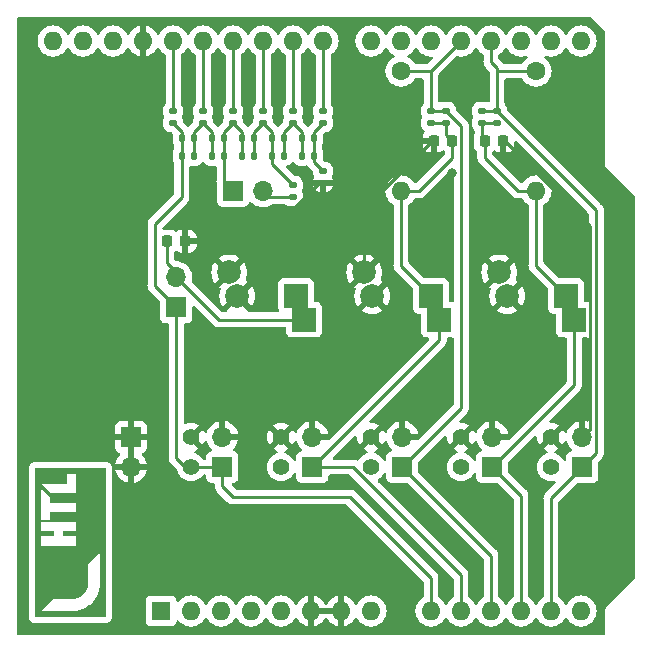
<source format=gbr>
%TF.GenerationSoftware,KiCad,Pcbnew,(6.0.11)*%
%TF.CreationDate,2023-02-17T01:13:51+01:00*%
%TF.ProjectId,dac-shield,6461632d-7368-4696-956c-642e6b696361,rev.0*%
%TF.SameCoordinates,Original*%
%TF.FileFunction,Copper,L1,Top*%
%TF.FilePolarity,Positive*%
%FSLAX46Y46*%
G04 Gerber Fmt 4.6, Leading zero omitted, Abs format (unit mm)*
G04 Created by KiCad (PCBNEW (6.0.11)) date 2023-02-17 01:13:51*
%MOMM*%
%LPD*%
G01*
G04 APERTURE LIST*
G04 Aperture macros list*
%AMRoundRect*
0 Rectangle with rounded corners*
0 $1 Rounding radius*
0 $2 $3 $4 $5 $6 $7 $8 $9 X,Y pos of 4 corners*
0 Add a 4 corners polygon primitive as box body*
4,1,4,$2,$3,$4,$5,$6,$7,$8,$9,$2,$3,0*
0 Add four circle primitives for the rounded corners*
1,1,$1+$1,$2,$3*
1,1,$1+$1,$4,$5*
1,1,$1+$1,$6,$7*
1,1,$1+$1,$8,$9*
0 Add four rect primitives between the rounded corners*
20,1,$1+$1,$2,$3,$4,$5,0*
20,1,$1+$1,$4,$5,$6,$7,0*
20,1,$1+$1,$6,$7,$8,$9,0*
20,1,$1+$1,$8,$9,$2,$3,0*%
G04 Aperture macros list end*
%TA.AperFunction,SMDPad,CuDef*%
%ADD10RoundRect,0.135000X0.135000X0.185000X-0.135000X0.185000X-0.135000X-0.185000X0.135000X-0.185000X0*%
%TD*%
%TA.AperFunction,ComponentPad*%
%ADD11R,1.700000X1.700000*%
%TD*%
%TA.AperFunction,ComponentPad*%
%ADD12O,1.700000X1.700000*%
%TD*%
%TA.AperFunction,SMDPad,CuDef*%
%ADD13RoundRect,0.135000X-0.185000X0.135000X-0.185000X-0.135000X0.185000X-0.135000X0.185000X0.135000X0*%
%TD*%
%TA.AperFunction,ComponentPad*%
%ADD14R,2.000000X2.000000*%
%TD*%
%TA.AperFunction,ComponentPad*%
%ADD15C,2.000000*%
%TD*%
%TA.AperFunction,SMDPad,CuDef*%
%ADD16RoundRect,0.225000X-0.225000X-0.250000X0.225000X-0.250000X0.225000X0.250000X-0.225000X0.250000X0*%
%TD*%
%TA.AperFunction,ComponentPad*%
%ADD17C,1.400000*%
%TD*%
%TA.AperFunction,ComponentPad*%
%ADD18C,1.600000*%
%TD*%
%TA.AperFunction,ComponentPad*%
%ADD19O,1.600000X1.600000*%
%TD*%
%TA.AperFunction,SMDPad,CuDef*%
%ADD20RoundRect,0.225000X0.225000X0.250000X-0.225000X0.250000X-0.225000X-0.250000X0.225000X-0.250000X0*%
%TD*%
%TA.AperFunction,ComponentPad*%
%ADD21R,1.600000X1.600000*%
%TD*%
%TA.AperFunction,ViaPad*%
%ADD22C,0.800000*%
%TD*%
%TA.AperFunction,Conductor*%
%ADD23C,0.250000*%
%TD*%
G04 APERTURE END LIST*
%TO.C,REF\u002A\u002A*%
G36*
X111252000Y-114902052D02*
G01*
X117252151Y-114902052D01*
X117252151Y-127508000D01*
X111252000Y-127508000D01*
X111252000Y-127007771D01*
X111757396Y-127007771D01*
X114353103Y-127007771D01*
X114476678Y-127004495D01*
X114598616Y-126995089D01*
X114718767Y-126979702D01*
X114836981Y-126958484D01*
X114953107Y-126931586D01*
X115066997Y-126899158D01*
X115178500Y-126861348D01*
X115287466Y-126818308D01*
X115393746Y-126770187D01*
X115497189Y-126717134D01*
X115597646Y-126659301D01*
X115694967Y-126596836D01*
X115789001Y-126529890D01*
X115879600Y-126458613D01*
X115966612Y-126383154D01*
X116049889Y-126303664D01*
X116129280Y-126220292D01*
X116204635Y-126133188D01*
X116275804Y-126042503D01*
X116342639Y-125948385D01*
X116404987Y-125850986D01*
X116462701Y-125750454D01*
X116515630Y-125646940D01*
X116563623Y-125540594D01*
X116606532Y-125431566D01*
X116644205Y-125320005D01*
X116676495Y-125206062D01*
X116703249Y-125089886D01*
X116724319Y-124971628D01*
X116739554Y-124851436D01*
X116748806Y-124729462D01*
X116751923Y-124605855D01*
X116751923Y-122013242D01*
X115741648Y-123029721D01*
X115741648Y-124607922D01*
X115739838Y-124679584D01*
X115734468Y-124750299D01*
X115725625Y-124819981D01*
X115713395Y-124888543D01*
X115697866Y-124955897D01*
X115679125Y-125021956D01*
X115657260Y-125086633D01*
X115632356Y-125149842D01*
X115604502Y-125211494D01*
X115573785Y-125271502D01*
X115540291Y-125329780D01*
X115504109Y-125386241D01*
X115465325Y-125440797D01*
X115424026Y-125493361D01*
X115380299Y-125543846D01*
X115334233Y-125592165D01*
X115285913Y-125638230D01*
X115235427Y-125681955D01*
X115182862Y-125723253D01*
X115128305Y-125762036D01*
X115071844Y-125798217D01*
X115013566Y-125831709D01*
X114953557Y-125862424D01*
X114891905Y-125890277D01*
X114828698Y-125915179D01*
X114764021Y-125937043D01*
X114709670Y-125952462D01*
X114697963Y-125955783D01*
X114630611Y-125971311D01*
X114562052Y-125983540D01*
X114492372Y-125992383D01*
X114421660Y-125997753D01*
X114350001Y-125999562D01*
X112769736Y-125999562D01*
X111757396Y-127007771D01*
X111252000Y-127007771D01*
X111252000Y-119501768D01*
X111752227Y-119501768D01*
X111752227Y-120263997D01*
X112831231Y-120263997D01*
X112831231Y-120690847D01*
X111752227Y-120690847D01*
X111752227Y-121456174D01*
X114709670Y-121456174D01*
X114709670Y-120690847D01*
X113662706Y-120690847D01*
X113662706Y-120263997D01*
X114709670Y-120263997D01*
X114709670Y-119501768D01*
X111752227Y-119501768D01*
X111252000Y-119501768D01*
X111252000Y-119253210D01*
X111752227Y-119253210D01*
X112548045Y-119253210D01*
X112548045Y-118636709D01*
X114709670Y-118636709D01*
X114709670Y-117874479D01*
X112548045Y-117874479D01*
X112548045Y-117376836D01*
X111752227Y-116568616D01*
X111752227Y-119253210D01*
X111252000Y-119253210D01*
X111252000Y-116279745D01*
X111803388Y-116279745D01*
X112565614Y-117041975D01*
X114709670Y-117041975D01*
X114709670Y-115401762D01*
X113986200Y-115401762D01*
X113986200Y-116279745D01*
X111803388Y-116279745D01*
X111252000Y-116279745D01*
X111252000Y-114902052D01*
G37*
%TD*%
D10*
%TO.P,R23,1*%
%TO.N,Net-(R19-Pad2)*%
X124716000Y-88464000D03*
%TO.P,R23,2*%
%TO.N,r2r_filt*%
X123696000Y-88464000D03*
%TD*%
D11*
%TO.P,J3,1,Pin_1*%
%TO.N,sb*%
X142360000Y-114808000D03*
D12*
%TO.P,J3,2,Pin_2*%
%TO.N,GND*%
X142360000Y-112268000D03*
%TD*%
D13*
%TO.P,R4,1*%
%TO.N,b0*%
X135636000Y-84654000D03*
%TO.P,R4,2*%
%TO.N,Net-(R4-Pad2)*%
X135636000Y-85674000D03*
%TD*%
%TO.P,R18,1*%
%TO.N,b3*%
X128016000Y-84654000D03*
%TO.P,R18,2*%
%TO.N,Net-(J4-Pad1)*%
X128016000Y-85674000D03*
%TD*%
D14*
%TO.P,C6,1*%
%TO.N,Net-(C5-Pad1)*%
X133367602Y-100330000D03*
X134039746Y-102330000D03*
D15*
%TO.P,C6,2*%
%TO.N,GND*%
X128367602Y-100330000D03*
X127695458Y-98330000D03*
%TD*%
D10*
%TO.P,R13,1*%
%TO.N,Net-(R10-Pad2)*%
X129796000Y-88464000D03*
%TO.P,R13,2*%
%TO.N,Net-(J4-Pad1)*%
X128776000Y-88464000D03*
%TD*%
D16*
%TO.P,C1,1*%
%TO.N,pwm_filt*%
X149339000Y-87194000D03*
%TO.P,C1,2*%
%TO.N,GND*%
X150889000Y-87194000D03*
%TD*%
D11*
%TO.P,J4,1,Pin_1*%
%TO.N,Net-(J4-Pad1)*%
X128011000Y-91440000D03*
D12*
%TO.P,J4,2,Pin_2*%
%TO.N,Net-(J4-Pad2)*%
X130551000Y-91440000D03*
%TD*%
D17*
%TO.P,TP1,1,1*%
%TO.N,r2r_filt*%
X124460000Y-114808000D03*
%TO.P,TP1,2,2*%
%TO.N,GND*%
X124460000Y-112268000D03*
%TD*%
D10*
%TO.P,R22,1*%
%TO.N,Net-(R19-Pad2)*%
X124716000Y-86940000D03*
%TO.P,R22,2*%
%TO.N,r2r_filt*%
X123696000Y-86940000D03*
%TD*%
D11*
%TO.P,J5,1,Pin_1*%
%TO.N,sb_filt*%
X134740000Y-114808000D03*
D12*
%TO.P,J5,2,Pin_2*%
%TO.N,GND*%
X134740000Y-112268000D03*
%TD*%
D13*
%TO.P,R8,1*%
%TO.N,b1*%
X133096000Y-84654000D03*
%TO.P,R8,2*%
%TO.N,Net-(R10-Pad1)*%
X133096000Y-85674000D03*
%TD*%
D10*
%TO.P,R19,1*%
%TO.N,Net-(J4-Pad1)*%
X127256000Y-86940000D03*
%TO.P,R19,2*%
%TO.N,Net-(R19-Pad2)*%
X126236000Y-86940000D03*
%TD*%
%TO.P,R20,1*%
%TO.N,Net-(J4-Pad1)*%
X127256000Y-88464000D03*
%TO.P,R20,2*%
%TO.N,Net-(R19-Pad2)*%
X126236000Y-88464000D03*
%TD*%
D13*
%TO.P,R14,1*%
%TO.N,Net-(R10-Pad2)*%
X133096000Y-90930000D03*
%TO.P,R14,2*%
%TO.N,Net-(J4-Pad2)*%
X133096000Y-91950000D03*
%TD*%
%TO.P,R11,1*%
%TO.N,b2*%
X130556000Y-84654000D03*
%TO.P,R11,2*%
%TO.N,Net-(R10-Pad2)*%
X130556000Y-85674000D03*
%TD*%
D18*
%TO.P,R1,1*%
%TO.N,pwm*%
X153670000Y-81280000D03*
D19*
%TO.P,R1,2*%
%TO.N,pwm_filt*%
X153670000Y-91440000D03*
%TD*%
D13*
%TO.P,R21,1*%
%TO.N,b4*%
X125476000Y-84654000D03*
%TO.P,R21,2*%
%TO.N,Net-(R19-Pad2)*%
X125476000Y-85674000D03*
%TD*%
D17*
%TO.P,TP5,1,1*%
%TO.N,pwm*%
X154940000Y-114808000D03*
%TO.P,TP5,2,2*%
%TO.N,GND*%
X154940000Y-112268000D03*
%TD*%
D11*
%TO.P,J6,1,Pin_1*%
%TO.N,r2r_filt*%
X123207602Y-101279000D03*
D12*
%TO.P,J6,2,Pin_2*%
%TO.N,Net-(C5-Pad1)*%
X123207602Y-98739000D03*
%TD*%
D11*
%TO.P,J7,1,Pin_1*%
%TO.N,r2r_filt*%
X127120000Y-114808000D03*
D12*
%TO.P,J7,2,Pin_2*%
%TO.N,GND*%
X127120000Y-112268000D03*
%TD*%
D10*
%TO.P,R7,1*%
%TO.N,Net-(R4-Pad2)*%
X134878000Y-88464000D03*
%TO.P,R7,2*%
%TO.N,Net-(R10-Pad1)*%
X133858000Y-88464000D03*
%TD*%
D18*
%TO.P,R15,1*%
%TO.N,sb*%
X142240000Y-81280000D03*
D19*
%TO.P,R15,2*%
%TO.N,sb_filt*%
X142240000Y-91440000D03*
%TD*%
D17*
%TO.P,TP2,1,1*%
%TO.N,sb_filt*%
X132080000Y-114808000D03*
%TO.P,TP2,2,2*%
%TO.N,GND*%
X132080000Y-112268000D03*
%TD*%
%TO.P,TP4,1,1*%
%TO.N,pwm_filt*%
X147320000Y-114808000D03*
%TO.P,TP4,2,2*%
%TO.N,GND*%
X147320000Y-112268000D03*
%TD*%
D13*
%TO.P,R3,1*%
%TO.N,pwm*%
X150368000Y-84652000D03*
%TO.P,R3,2*%
%TO.N,pwm_filt*%
X150368000Y-85672000D03*
%TD*%
%TO.P,R17,1*%
%TO.N,sb*%
X144780000Y-84652000D03*
%TO.P,R17,2*%
%TO.N,sb_filt*%
X144780000Y-85672000D03*
%TD*%
%TO.P,R5,1*%
%TO.N,Net-(R4-Pad2)*%
X135636000Y-89732000D03*
%TO.P,R5,2*%
%TO.N,GND*%
X135636000Y-90752000D03*
%TD*%
D17*
%TO.P,TP3,1,1*%
%TO.N,sb*%
X139700000Y-114808000D03*
%TO.P,TP3,2,2*%
%TO.N,GND*%
X139700000Y-112268000D03*
%TD*%
D14*
%TO.P,C4,1*%
%TO.N,sb_filt*%
X145469746Y-102330000D03*
X144797602Y-100330000D03*
D15*
%TO.P,C4,2*%
%TO.N,GND*%
X139797602Y-100330000D03*
X139125458Y-98330000D03*
%TD*%
D10*
%TO.P,R9,1*%
%TO.N,Net-(R10-Pad1)*%
X132336000Y-86940000D03*
%TO.P,R9,2*%
%TO.N,Net-(R10-Pad2)*%
X131316000Y-86940000D03*
%TD*%
%TO.P,R10,1*%
%TO.N,Net-(R10-Pad1)*%
X132336000Y-88464000D03*
%TO.P,R10,2*%
%TO.N,Net-(R10-Pad2)*%
X131316000Y-88464000D03*
%TD*%
D13*
%TO.P,R24,1*%
%TO.N,b5*%
X122936000Y-84654000D03*
%TO.P,R24,2*%
%TO.N,r2r_filt*%
X122936000Y-85674000D03*
%TD*%
D20*
%TO.P,C3,1*%
%TO.N,sb_filt*%
X146571000Y-87194000D03*
%TO.P,C3,2*%
%TO.N,GND*%
X145021000Y-87194000D03*
%TD*%
D16*
%TO.P,C5,1*%
%TO.N,Net-(C5-Pad1)*%
X122432602Y-95686000D03*
%TO.P,C5,2*%
%TO.N,GND*%
X123982602Y-95686000D03*
%TD*%
D13*
%TO.P,R2,1*%
%TO.N,pwm*%
X149098000Y-84652000D03*
%TO.P,R2,2*%
%TO.N,pwm_filt*%
X149098000Y-85672000D03*
%TD*%
D11*
%TO.P,J2,1,Pin_1*%
%TO.N,pwm_filt*%
X149980000Y-114808000D03*
D12*
%TO.P,J2,2,Pin_2*%
%TO.N,GND*%
X149980000Y-112268000D03*
%TD*%
D11*
%TO.P,J1,1,Pin_1*%
%TO.N,pwm*%
X157600000Y-114808000D03*
D12*
%TO.P,J1,2,Pin_2*%
%TO.N,GND*%
X157600000Y-112268000D03*
%TD*%
D13*
%TO.P,R16,1*%
%TO.N,sb*%
X146050000Y-84652000D03*
%TO.P,R16,2*%
%TO.N,sb_filt*%
X146050000Y-85672000D03*
%TD*%
D14*
%TO.P,C2,1*%
%TO.N,pwm_filt*%
X156227602Y-100330000D03*
X156899746Y-102330000D03*
D15*
%TO.P,C2,2*%
%TO.N,GND*%
X150555458Y-98330000D03*
X151227602Y-100330000D03*
%TD*%
D10*
%TO.P,R12,1*%
%TO.N,Net-(R10-Pad2)*%
X129796000Y-86940000D03*
%TO.P,R12,2*%
%TO.N,Net-(J4-Pad1)*%
X128776000Y-86940000D03*
%TD*%
%TO.P,R6,1*%
%TO.N,Net-(R4-Pad2)*%
X134876000Y-86940000D03*
%TO.P,R6,2*%
%TO.N,Net-(R10-Pad1)*%
X133856000Y-86940000D03*
%TD*%
D11*
%TO.P,J8,1,Pin_1*%
%TO.N,GND*%
X119380000Y-112268000D03*
D12*
%TO.P,J8,2,Pin_2*%
X119380000Y-114808000D03*
%TD*%
D21*
%TO.P,A1,1,NC*%
%TO.N,unconnected-(A1-Pad1)*%
X121920000Y-127000000D03*
D19*
%TO.P,A1,2,IOREF*%
%TO.N,unconnected-(A1-Pad2)*%
X124460000Y-127000000D03*
%TO.P,A1,3,~{RESET}*%
%TO.N,unconnected-(A1-Pad3)*%
X127000000Y-127000000D03*
%TO.P,A1,4,3V3*%
%TO.N,unconnected-(A1-Pad4)*%
X129540000Y-127000000D03*
%TO.P,A1,5,+5V*%
%TO.N,unconnected-(A1-Pad5)*%
X132080000Y-127000000D03*
%TO.P,A1,6,GND*%
%TO.N,GND*%
X134620000Y-127000000D03*
%TO.P,A1,7,GND*%
X137160000Y-127000000D03*
%TO.P,A1,8,VIN*%
%TO.N,unconnected-(A1-Pad8)*%
X139700000Y-127000000D03*
%TO.P,A1,9,A0*%
%TO.N,r2r_filt*%
X144780000Y-127000000D03*
%TO.P,A1,10,A1*%
%TO.N,sb_filt*%
X147320000Y-127000000D03*
%TO.P,A1,11,A2*%
%TO.N,sb*%
X149860000Y-127000000D03*
%TO.P,A1,12,A3*%
%TO.N,pwm_filt*%
X152400000Y-127000000D03*
%TO.P,A1,13,SDA/A4*%
%TO.N,pwm*%
X154940000Y-127000000D03*
%TO.P,A1,14,SCL/A5*%
%TO.N,unconnected-(A1-Pad14)*%
X157480000Y-127000000D03*
%TO.P,A1,15,D0/RX*%
%TO.N,unconnected-(A1-Pad15)*%
X157480000Y-78740000D03*
%TO.P,A1,16,D1/TX*%
%TO.N,unconnected-(A1-Pad16)*%
X154940000Y-78740000D03*
%TO.P,A1,17,D2*%
%TO.N,unconnected-(A1-Pad17)*%
X152400000Y-78740000D03*
%TO.P,A1,18,D3*%
%TO.N,pwm*%
X149860000Y-78740000D03*
%TO.P,A1,19,D4*%
%TO.N,sb*%
X147320000Y-78740000D03*
%TO.P,A1,20,D5*%
%TO.N,unconnected-(A1-Pad20)*%
X144780000Y-78740000D03*
%TO.P,A1,21,D6*%
%TO.N,unconnected-(A1-Pad21)*%
X142240000Y-78740000D03*
%TO.P,A1,22,D7*%
%TO.N,unconnected-(A1-Pad22)*%
X139700000Y-78740000D03*
%TO.P,A1,23,D8*%
%TO.N,b0*%
X135640000Y-78740000D03*
%TO.P,A1,24,D9*%
%TO.N,b1*%
X133100000Y-78740000D03*
%TO.P,A1,25,D10*%
%TO.N,b2*%
X130560000Y-78740000D03*
%TO.P,A1,26,D11*%
%TO.N,b3*%
X128020000Y-78740000D03*
%TO.P,A1,27,D12*%
%TO.N,b4*%
X125480000Y-78740000D03*
%TO.P,A1,28,D13*%
%TO.N,b5*%
X122940000Y-78740000D03*
%TO.P,A1,29,GND*%
%TO.N,GND*%
X120400000Y-78740000D03*
%TO.P,A1,30,AREF*%
%TO.N,unconnected-(A1-Pad30)*%
X117860000Y-78740000D03*
%TO.P,A1,31,SDA/A4*%
%TO.N,unconnected-(A1-Pad31)*%
X115320000Y-78740000D03*
%TO.P,A1,32,SCL/A5*%
%TO.N,unconnected-(A1-Pad32)*%
X112780000Y-78740000D03*
%TD*%
D22*
%TO.N,GND*%
X134366000Y-80010000D03*
X126746000Y-80010000D03*
X151638000Y-82550000D03*
X146050000Y-124714000D03*
X134112000Y-89916000D03*
X143510000Y-124714000D03*
X131826000Y-80010000D03*
X148590000Y-80010000D03*
X129286000Y-80010000D03*
X124206000Y-85090000D03*
X134366000Y-85090000D03*
X140970000Y-80010000D03*
X123444000Y-94234000D03*
X125476000Y-89662000D03*
X144018000Y-98044000D03*
X151130000Y-88646000D03*
X151130000Y-124714000D03*
X131826000Y-85090000D03*
X156210000Y-124714000D03*
X157480000Y-98298000D03*
X146050000Y-83312000D03*
X124206000Y-80010000D03*
X151130000Y-80010000D03*
X129286000Y-85090000D03*
X126746000Y-85090000D03*
X156210000Y-80010000D03*
X153670000Y-124714000D03*
X145034000Y-88646000D03*
X143510000Y-80010000D03*
X148590000Y-124714000D03*
X146558000Y-89916000D03*
%TD*%
D23*
%TO.N,GND*%
X158224746Y-94403755D02*
X158224746Y-111643254D01*
X158224746Y-111643254D02*
X157600000Y-112268000D01*
X150889000Y-87194000D02*
X151014991Y-87194000D01*
X139125458Y-92963551D02*
X139125458Y-98330000D01*
X125051458Y-95686000D02*
X127695458Y-98330000D01*
X144895009Y-87194000D02*
X139125458Y-92963551D01*
X151014991Y-87194000D02*
X158224746Y-94403755D01*
X123982602Y-95686000D02*
X125051458Y-95686000D01*
X135636000Y-90752000D02*
X135273458Y-90752000D01*
X135273458Y-90752000D02*
X127695458Y-98330000D01*
X145021000Y-87194000D02*
X144895009Y-87194000D01*
%TO.N,r2r_filt*%
X123696000Y-91950000D02*
X121412000Y-94234000D01*
X123952000Y-114808000D02*
X127120000Y-114808000D01*
X127120000Y-116452000D02*
X127120000Y-114808000D01*
X121412000Y-94234000D02*
X121412000Y-99483398D01*
X123696000Y-86434000D02*
X122936000Y-85674000D01*
X123696000Y-88464000D02*
X123696000Y-86940000D01*
X128016000Y-117348000D02*
X127120000Y-116452000D01*
X144780000Y-124206000D02*
X137922000Y-117348000D01*
X123207602Y-101279000D02*
X123207602Y-114063602D01*
X137922000Y-117348000D02*
X128016000Y-117348000D01*
X144780000Y-127000000D02*
X144780000Y-124206000D01*
X123207602Y-114063602D02*
X123952000Y-114808000D01*
X121412000Y-99483398D02*
X123207602Y-101279000D01*
X123696000Y-86940000D02*
X123696000Y-86434000D01*
X123696000Y-88464000D02*
X123696000Y-91950000D01*
%TO.N,sb_filt*%
X146050000Y-85672000D02*
X146050000Y-86673000D01*
X142240000Y-97772398D02*
X144797602Y-100330000D01*
X142240000Y-91440000D02*
X142240000Y-97772398D01*
X146571000Y-87194000D02*
X146571000Y-88633000D01*
X143764000Y-91440000D02*
X142240000Y-91440000D01*
X147320000Y-123952000D02*
X138176000Y-114808000D01*
X144780000Y-85672000D02*
X146050000Y-85672000D01*
X138176000Y-114808000D02*
X134740000Y-114808000D01*
X145469746Y-102330000D02*
X145469746Y-104078254D01*
X146571000Y-88633000D02*
X143764000Y-91440000D01*
X146050000Y-86673000D02*
X146571000Y-87194000D01*
X145469746Y-104078254D02*
X134740000Y-114808000D01*
X147320000Y-127000000D02*
X147320000Y-123952000D01*
%TO.N,sb*%
X142360000Y-114808000D02*
X147346000Y-109822000D01*
X147320000Y-78740000D02*
X144780000Y-81280000D01*
X144780000Y-84652000D02*
X146050000Y-84652000D01*
X149860000Y-127000000D02*
X149860000Y-122308000D01*
X149860000Y-122308000D02*
X142360000Y-114808000D01*
X144780000Y-81280000D02*
X142240000Y-81280000D01*
X144780000Y-84652000D02*
X144780000Y-81280000D01*
X147346000Y-109822000D02*
X147346000Y-85948000D01*
X147346000Y-85948000D02*
X146050000Y-84652000D01*
%TO.N,pwm_filt*%
X152400000Y-127000000D02*
X152400000Y-117228000D01*
X152146000Y-91440000D02*
X153670000Y-91440000D01*
X156899746Y-102330000D02*
X156899746Y-107888254D01*
X152400000Y-117228000D02*
X149980000Y-114808000D01*
X149098000Y-86953000D02*
X149339000Y-87194000D01*
X156899746Y-107888254D02*
X149980000Y-114808000D01*
X149098000Y-85672000D02*
X149098000Y-86953000D01*
X149339000Y-87194000D02*
X149339000Y-88633000D01*
X153670000Y-91440000D02*
X153670000Y-97772398D01*
X149339000Y-88633000D02*
X152146000Y-91440000D01*
X149098000Y-85672000D02*
X150368000Y-85672000D01*
X153670000Y-97772398D02*
X156227602Y-100330000D01*
%TO.N,pwm*%
X157600000Y-114808000D02*
X158775000Y-113633000D01*
X154940000Y-127000000D02*
X154940000Y-117468000D01*
X154940000Y-117468000D02*
X157600000Y-114808000D01*
X149098000Y-84652000D02*
X150368000Y-84652000D01*
X150368000Y-81026000D02*
X149860000Y-80518000D01*
X153670000Y-81280000D02*
X150368000Y-81280000D01*
X158775000Y-113633000D02*
X158775000Y-93059000D01*
X150368000Y-84652000D02*
X150368000Y-81280000D01*
X149860000Y-80518000D02*
X149860000Y-78740000D01*
X150368000Y-81280000D02*
X150368000Y-81026000D01*
X158775000Y-93059000D02*
X150368000Y-84652000D01*
%TO.N,b0*%
X135640000Y-84650000D02*
X135640000Y-78740000D01*
X135636000Y-84654000D02*
X135640000Y-84650000D01*
%TO.N,b1*%
X133096000Y-84654000D02*
X133100000Y-84650000D01*
X133100000Y-84650000D02*
X133100000Y-78740000D01*
%TO.N,b2*%
X130560000Y-84650000D02*
X130560000Y-78740000D01*
X130556000Y-84654000D02*
X130560000Y-84650000D01*
%TO.N,b3*%
X128020000Y-84650000D02*
X128020000Y-78740000D01*
X128016000Y-84654000D02*
X128020000Y-84650000D01*
%TO.N,b4*%
X125480000Y-84650000D02*
X125480000Y-78740000D01*
X125476000Y-84654000D02*
X125480000Y-84650000D01*
%TO.N,b5*%
X122940000Y-78740000D02*
X122940000Y-84650000D01*
X122940000Y-84650000D02*
X122936000Y-84654000D01*
%TO.N,Net-(C5-Pad1)*%
X123207602Y-98739000D02*
X126798602Y-102330000D01*
X126798602Y-102330000D02*
X134039746Y-102330000D01*
X123207602Y-98315602D02*
X122428000Y-97536000D01*
X122428000Y-95690602D02*
X122432602Y-95686000D01*
X122428000Y-97536000D02*
X122428000Y-95690602D01*
X123207602Y-98739000D02*
X123207602Y-98315602D01*
%TO.N,Net-(J4-Pad1)*%
X127256000Y-88464000D02*
X127256000Y-86940000D01*
X127256000Y-88464000D02*
X127256000Y-89660000D01*
X127254000Y-89662000D02*
X127254000Y-90683000D01*
X127256000Y-86434000D02*
X128016000Y-85674000D01*
X127256000Y-89660000D02*
X127254000Y-89662000D01*
X128776000Y-86434000D02*
X128016000Y-85674000D01*
X127254000Y-90683000D02*
X128011000Y-91440000D01*
X128776000Y-86940000D02*
X128776000Y-86434000D01*
X128776000Y-88464000D02*
X128776000Y-86940000D01*
X127256000Y-86940000D02*
X127256000Y-86434000D01*
%TO.N,Net-(J4-Pad2)*%
X131059000Y-91948000D02*
X133094000Y-91948000D01*
X133094000Y-91948000D02*
X133096000Y-91950000D01*
X130551000Y-91440000D02*
X131059000Y-91948000D01*
%TO.N,Net-(R4-Pad2)*%
X134876000Y-86434000D02*
X135636000Y-85674000D01*
X134878000Y-88464000D02*
X134878000Y-88974000D01*
X134878000Y-86942000D02*
X134876000Y-86940000D01*
X134876000Y-86940000D02*
X134876000Y-86434000D01*
X134878000Y-88464000D02*
X134878000Y-86942000D01*
X134878000Y-88974000D02*
X135636000Y-89732000D01*
%TO.N,Net-(R10-Pad1)*%
X133858000Y-86942000D02*
X133856000Y-86940000D01*
X132336000Y-88464000D02*
X132336000Y-86940000D01*
X133858000Y-88464000D02*
X133858000Y-86942000D01*
X133856000Y-86940000D02*
X133856000Y-86434000D01*
X133856000Y-86434000D02*
X133096000Y-85674000D01*
X132336000Y-86434000D02*
X133096000Y-85674000D01*
X132336000Y-86940000D02*
X132336000Y-86434000D01*
%TO.N,Net-(R10-Pad2)*%
X129796000Y-86434000D02*
X130556000Y-85674000D01*
X131316000Y-89150000D02*
X133096000Y-90930000D01*
X131316000Y-86940000D02*
X131316000Y-86434000D01*
X129796000Y-88464000D02*
X129796000Y-86940000D01*
X129796000Y-86940000D02*
X129796000Y-86434000D01*
X131316000Y-88464000D02*
X131316000Y-86940000D01*
X131316000Y-88464000D02*
X131316000Y-89150000D01*
X131316000Y-86434000D02*
X130556000Y-85674000D01*
%TO.N,Net-(R19-Pad2)*%
X126236000Y-88464000D02*
X126236000Y-86940000D01*
X124716000Y-86434000D02*
X125476000Y-85674000D01*
X124716000Y-86940000D02*
X124716000Y-86434000D01*
X124716000Y-88464000D02*
X124716000Y-86940000D01*
X126236000Y-86940000D02*
X126236000Y-86434000D01*
X126236000Y-86434000D02*
X125476000Y-85674000D01*
%TD*%
%TA.AperFunction,Conductor*%
%TO.N,GND*%
G36*
X158301304Y-76728502D02*
G01*
X158322278Y-76745405D01*
X159474595Y-77897723D01*
X159508621Y-77960035D01*
X159511500Y-77986818D01*
X159511500Y-89082928D01*
X159510145Y-89095058D01*
X159510627Y-89095097D01*
X159509907Y-89104044D01*
X159507926Y-89112800D01*
X159508482Y-89121760D01*
X159511258Y-89166508D01*
X159511500Y-89174310D01*
X159511500Y-89190513D01*
X159512136Y-89194953D01*
X159512984Y-89200878D01*
X159514013Y-89210928D01*
X159515832Y-89240234D01*
X159516945Y-89258177D01*
X159519994Y-89266623D01*
X159520593Y-89269514D01*
X159524822Y-89286480D01*
X159525648Y-89289305D01*
X159526920Y-89298187D01*
X159546522Y-89341298D01*
X159550327Y-89350647D01*
X159566404Y-89395181D01*
X159571699Y-89402429D01*
X159573080Y-89405027D01*
X159581915Y-89420145D01*
X159583494Y-89422614D01*
X159587208Y-89430782D01*
X159594541Y-89439292D01*
X159618115Y-89466652D01*
X159624401Y-89474569D01*
X159629548Y-89481615D01*
X159629553Y-89481620D01*
X159632425Y-89485552D01*
X159643400Y-89496527D01*
X159649758Y-89503375D01*
X159672312Y-89529550D01*
X159682287Y-89541127D01*
X159689822Y-89546011D01*
X159696066Y-89551458D01*
X159707931Y-89561058D01*
X162014595Y-91867723D01*
X162048621Y-91930035D01*
X162051500Y-91956818D01*
X162051500Y-124197182D01*
X162031498Y-124265303D01*
X162014595Y-124286277D01*
X159710696Y-126590177D01*
X159701156Y-126597800D01*
X159701470Y-126598168D01*
X159694634Y-126603986D01*
X159687042Y-126608776D01*
X159681100Y-126615504D01*
X159651407Y-126649125D01*
X159646061Y-126654812D01*
X159634618Y-126666255D01*
X159628978Y-126673780D01*
X159628341Y-126674630D01*
X159621967Y-126682459D01*
X159590622Y-126717951D01*
X159586808Y-126726074D01*
X159585174Y-126728562D01*
X159576186Y-126743523D01*
X159574771Y-126746108D01*
X159569384Y-126753295D01*
X159560350Y-126777393D01*
X159552759Y-126797642D01*
X159548833Y-126806958D01*
X159528719Y-126849800D01*
X159527338Y-126858669D01*
X159526472Y-126861502D01*
X159522042Y-126878389D01*
X159521408Y-126881274D01*
X159518255Y-126889684D01*
X159517590Y-126898639D01*
X159514746Y-126936906D01*
X159513592Y-126946952D01*
X159511500Y-126960386D01*
X159511500Y-126975906D01*
X159511154Y-126985243D01*
X159507461Y-127034941D01*
X159509335Y-127043720D01*
X159509898Y-127051978D01*
X159511500Y-127067161D01*
X159511500Y-128905500D01*
X159491498Y-128973621D01*
X159437842Y-129020114D01*
X159385500Y-129031500D01*
X109854500Y-129031500D01*
X109786379Y-129011498D01*
X109739886Y-128957842D01*
X109728500Y-128905500D01*
X109728500Y-127577721D01*
X110743024Y-127577721D01*
X110745491Y-127586352D01*
X110751150Y-127606153D01*
X110754728Y-127622915D01*
X110758920Y-127652187D01*
X110762634Y-127660355D01*
X110762634Y-127660356D01*
X110769548Y-127675562D01*
X110775996Y-127693086D01*
X110783051Y-127717771D01*
X110787843Y-127725365D01*
X110787844Y-127725368D01*
X110798830Y-127742780D01*
X110806969Y-127757863D01*
X110819208Y-127784782D01*
X110825069Y-127791584D01*
X110835970Y-127804235D01*
X110847073Y-127819239D01*
X110860776Y-127840958D01*
X110867501Y-127846897D01*
X110867504Y-127846901D01*
X110882938Y-127860532D01*
X110894982Y-127872724D01*
X110908427Y-127888327D01*
X110908430Y-127888329D01*
X110914287Y-127895127D01*
X110921816Y-127900007D01*
X110921817Y-127900008D01*
X110935835Y-127909094D01*
X110950709Y-127920385D01*
X110963217Y-127931431D01*
X110969951Y-127937378D01*
X110996711Y-127949942D01*
X111011691Y-127958263D01*
X111028983Y-127969471D01*
X111028988Y-127969473D01*
X111036515Y-127974352D01*
X111045108Y-127976922D01*
X111045113Y-127976924D01*
X111061120Y-127981711D01*
X111078564Y-127988372D01*
X111093676Y-127995467D01*
X111093678Y-127995468D01*
X111101800Y-127999281D01*
X111110667Y-128000662D01*
X111110668Y-128000662D01*
X111113353Y-128001080D01*
X111131017Y-128003830D01*
X111147732Y-128007613D01*
X111167466Y-128013515D01*
X111167472Y-128013516D01*
X111176066Y-128016086D01*
X111185037Y-128016141D01*
X111185038Y-128016141D01*
X111195097Y-128016202D01*
X111210506Y-128016296D01*
X111211289Y-128016329D01*
X111212386Y-128016500D01*
X111243377Y-128016500D01*
X111244147Y-128016502D01*
X111317785Y-128016952D01*
X111317786Y-128016952D01*
X111321721Y-128016976D01*
X111323065Y-128016592D01*
X111324410Y-128016500D01*
X111748773Y-128016500D01*
X111749543Y-128016502D01*
X111823181Y-128016952D01*
X111823182Y-128016952D01*
X111827117Y-128016976D01*
X111828461Y-128016592D01*
X111829806Y-128016500D01*
X117243528Y-128016500D01*
X117244299Y-128016502D01*
X117321872Y-128016976D01*
X117350303Y-128008850D01*
X117367066Y-128005272D01*
X117367904Y-128005152D01*
X117396338Y-128001080D01*
X117419715Y-127990451D01*
X117437238Y-127984004D01*
X117461922Y-127976949D01*
X117469516Y-127972157D01*
X117469519Y-127972156D01*
X117486931Y-127961170D01*
X117502016Y-127953030D01*
X117528933Y-127940792D01*
X117548386Y-127924030D01*
X117563390Y-127912927D01*
X117585109Y-127899224D01*
X117591048Y-127892499D01*
X117591052Y-127892496D01*
X117604683Y-127877062D01*
X117616875Y-127865018D01*
X117632478Y-127851573D01*
X117632480Y-127851570D01*
X117636468Y-127848134D01*
X120611500Y-127848134D01*
X120618255Y-127910316D01*
X120669385Y-128046705D01*
X120756739Y-128163261D01*
X120873295Y-128250615D01*
X121009684Y-128301745D01*
X121071866Y-128308500D01*
X122768134Y-128308500D01*
X122830316Y-128301745D01*
X122966705Y-128250615D01*
X123083261Y-128163261D01*
X123170615Y-128046705D01*
X123221745Y-127910316D01*
X123222917Y-127899526D01*
X123223803Y-127897394D01*
X123224425Y-127894778D01*
X123224848Y-127894879D01*
X123250155Y-127833965D01*
X123308517Y-127793537D01*
X123379471Y-127791078D01*
X123440490Y-127827371D01*
X123447489Y-127836031D01*
X123450643Y-127839789D01*
X123453802Y-127844300D01*
X123615700Y-128006198D01*
X123620208Y-128009355D01*
X123620211Y-128009357D01*
X123661542Y-128038297D01*
X123803251Y-128137523D01*
X123808233Y-128139846D01*
X123808238Y-128139849D01*
X124004765Y-128231490D01*
X124010757Y-128234284D01*
X124016065Y-128235706D01*
X124016067Y-128235707D01*
X124226598Y-128292119D01*
X124226600Y-128292119D01*
X124231913Y-128293543D01*
X124460000Y-128313498D01*
X124688087Y-128293543D01*
X124693400Y-128292119D01*
X124693402Y-128292119D01*
X124903933Y-128235707D01*
X124903935Y-128235706D01*
X124909243Y-128234284D01*
X124915235Y-128231490D01*
X125111762Y-128139849D01*
X125111767Y-128139846D01*
X125116749Y-128137523D01*
X125258458Y-128038297D01*
X125299789Y-128009357D01*
X125299792Y-128009355D01*
X125304300Y-128006198D01*
X125466198Y-127844300D01*
X125470482Y-127838183D01*
X125556814Y-127714887D01*
X125597523Y-127656749D01*
X125599846Y-127651767D01*
X125599849Y-127651762D01*
X125615805Y-127617543D01*
X125662722Y-127564258D01*
X125730999Y-127544797D01*
X125798959Y-127565339D01*
X125844195Y-127617543D01*
X125860151Y-127651762D01*
X125860154Y-127651767D01*
X125862477Y-127656749D01*
X125903186Y-127714887D01*
X125989519Y-127838183D01*
X125993802Y-127844300D01*
X126155700Y-128006198D01*
X126160208Y-128009355D01*
X126160211Y-128009357D01*
X126201542Y-128038297D01*
X126343251Y-128137523D01*
X126348233Y-128139846D01*
X126348238Y-128139849D01*
X126544765Y-128231490D01*
X126550757Y-128234284D01*
X126556065Y-128235706D01*
X126556067Y-128235707D01*
X126766598Y-128292119D01*
X126766600Y-128292119D01*
X126771913Y-128293543D01*
X127000000Y-128313498D01*
X127228087Y-128293543D01*
X127233400Y-128292119D01*
X127233402Y-128292119D01*
X127443933Y-128235707D01*
X127443935Y-128235706D01*
X127449243Y-128234284D01*
X127455235Y-128231490D01*
X127651762Y-128139849D01*
X127651767Y-128139846D01*
X127656749Y-128137523D01*
X127798458Y-128038297D01*
X127839789Y-128009357D01*
X127839792Y-128009355D01*
X127844300Y-128006198D01*
X128006198Y-127844300D01*
X128010482Y-127838183D01*
X128096814Y-127714887D01*
X128137523Y-127656749D01*
X128139846Y-127651767D01*
X128139849Y-127651762D01*
X128155805Y-127617543D01*
X128202722Y-127564258D01*
X128270999Y-127544797D01*
X128338959Y-127565339D01*
X128384195Y-127617543D01*
X128400151Y-127651762D01*
X128400154Y-127651767D01*
X128402477Y-127656749D01*
X128443186Y-127714887D01*
X128529519Y-127838183D01*
X128533802Y-127844300D01*
X128695700Y-128006198D01*
X128700208Y-128009355D01*
X128700211Y-128009357D01*
X128741542Y-128038297D01*
X128883251Y-128137523D01*
X128888233Y-128139846D01*
X128888238Y-128139849D01*
X129084765Y-128231490D01*
X129090757Y-128234284D01*
X129096065Y-128235706D01*
X129096067Y-128235707D01*
X129306598Y-128292119D01*
X129306600Y-128292119D01*
X129311913Y-128293543D01*
X129540000Y-128313498D01*
X129768087Y-128293543D01*
X129773400Y-128292119D01*
X129773402Y-128292119D01*
X129983933Y-128235707D01*
X129983935Y-128235706D01*
X129989243Y-128234284D01*
X129995235Y-128231490D01*
X130191762Y-128139849D01*
X130191767Y-128139846D01*
X130196749Y-128137523D01*
X130338458Y-128038297D01*
X130379789Y-128009357D01*
X130379792Y-128009355D01*
X130384300Y-128006198D01*
X130546198Y-127844300D01*
X130550482Y-127838183D01*
X130636814Y-127714887D01*
X130677523Y-127656749D01*
X130679846Y-127651767D01*
X130679849Y-127651762D01*
X130695805Y-127617543D01*
X130742722Y-127564258D01*
X130810999Y-127544797D01*
X130878959Y-127565339D01*
X130924195Y-127617543D01*
X130940151Y-127651762D01*
X130940154Y-127651767D01*
X130942477Y-127656749D01*
X130983186Y-127714887D01*
X131069519Y-127838183D01*
X131073802Y-127844300D01*
X131235700Y-128006198D01*
X131240208Y-128009355D01*
X131240211Y-128009357D01*
X131281542Y-128038297D01*
X131423251Y-128137523D01*
X131428233Y-128139846D01*
X131428238Y-128139849D01*
X131624765Y-128231490D01*
X131630757Y-128234284D01*
X131636065Y-128235706D01*
X131636067Y-128235707D01*
X131846598Y-128292119D01*
X131846600Y-128292119D01*
X131851913Y-128293543D01*
X132080000Y-128313498D01*
X132308087Y-128293543D01*
X132313400Y-128292119D01*
X132313402Y-128292119D01*
X132523933Y-128235707D01*
X132523935Y-128235706D01*
X132529243Y-128234284D01*
X132535235Y-128231490D01*
X132731762Y-128139849D01*
X132731767Y-128139846D01*
X132736749Y-128137523D01*
X132878458Y-128038297D01*
X132919789Y-128009357D01*
X132919792Y-128009355D01*
X132924300Y-128006198D01*
X133086198Y-127844300D01*
X133090482Y-127838183D01*
X133176814Y-127714887D01*
X133217523Y-127656749D01*
X133219846Y-127651767D01*
X133219849Y-127651762D01*
X133236081Y-127616951D01*
X133282998Y-127563666D01*
X133351275Y-127544205D01*
X133419235Y-127564747D01*
X133464471Y-127616951D01*
X133480586Y-127651511D01*
X133486069Y-127661007D01*
X133611028Y-127839467D01*
X133618084Y-127847875D01*
X133772125Y-128001916D01*
X133780533Y-128008972D01*
X133958993Y-128133931D01*
X133968489Y-128139414D01*
X134165947Y-128231490D01*
X134176239Y-128235236D01*
X134348503Y-128281394D01*
X134362599Y-128281058D01*
X134366000Y-128273116D01*
X134366000Y-128267967D01*
X134874000Y-128267967D01*
X134877973Y-128281498D01*
X134886522Y-128282727D01*
X135063761Y-128235236D01*
X135074053Y-128231490D01*
X135271511Y-128139414D01*
X135281007Y-128133931D01*
X135459467Y-128008972D01*
X135467875Y-128001916D01*
X135621916Y-127847875D01*
X135628972Y-127839467D01*
X135753931Y-127661007D01*
X135759414Y-127651511D01*
X135775805Y-127616359D01*
X135822722Y-127563074D01*
X135890999Y-127543613D01*
X135958959Y-127564155D01*
X136004195Y-127616359D01*
X136020586Y-127651511D01*
X136026069Y-127661007D01*
X136151028Y-127839467D01*
X136158084Y-127847875D01*
X136312125Y-128001916D01*
X136320533Y-128008972D01*
X136498993Y-128133931D01*
X136508489Y-128139414D01*
X136705947Y-128231490D01*
X136716239Y-128235236D01*
X136888503Y-128281394D01*
X136902599Y-128281058D01*
X136906000Y-128273116D01*
X136906000Y-128267967D01*
X137414000Y-128267967D01*
X137417973Y-128281498D01*
X137426522Y-128282727D01*
X137603761Y-128235236D01*
X137614053Y-128231490D01*
X137811511Y-128139414D01*
X137821007Y-128133931D01*
X137999467Y-128008972D01*
X138007875Y-128001916D01*
X138161916Y-127847875D01*
X138168972Y-127839467D01*
X138293931Y-127661007D01*
X138299414Y-127651511D01*
X138315529Y-127616951D01*
X138362446Y-127563666D01*
X138430723Y-127544205D01*
X138498683Y-127564747D01*
X138543919Y-127616951D01*
X138560151Y-127651762D01*
X138560154Y-127651767D01*
X138562477Y-127656749D01*
X138603186Y-127714887D01*
X138689519Y-127838183D01*
X138693802Y-127844300D01*
X138855700Y-128006198D01*
X138860208Y-128009355D01*
X138860211Y-128009357D01*
X138901542Y-128038297D01*
X139043251Y-128137523D01*
X139048233Y-128139846D01*
X139048238Y-128139849D01*
X139244765Y-128231490D01*
X139250757Y-128234284D01*
X139256065Y-128235706D01*
X139256067Y-128235707D01*
X139466598Y-128292119D01*
X139466600Y-128292119D01*
X139471913Y-128293543D01*
X139700000Y-128313498D01*
X139928087Y-128293543D01*
X139933400Y-128292119D01*
X139933402Y-128292119D01*
X140143933Y-128235707D01*
X140143935Y-128235706D01*
X140149243Y-128234284D01*
X140155235Y-128231490D01*
X140351762Y-128139849D01*
X140351767Y-128139846D01*
X140356749Y-128137523D01*
X140498458Y-128038297D01*
X140539789Y-128009357D01*
X140539792Y-128009355D01*
X140544300Y-128006198D01*
X140706198Y-127844300D01*
X140710482Y-127838183D01*
X140796814Y-127714887D01*
X140837523Y-127656749D01*
X140839846Y-127651767D01*
X140839849Y-127651762D01*
X140931961Y-127454225D01*
X140931961Y-127454224D01*
X140934284Y-127449243D01*
X140937943Y-127435590D01*
X140992119Y-127233402D01*
X140992119Y-127233400D01*
X140993543Y-127228087D01*
X141013498Y-127000000D01*
X140993543Y-126771913D01*
X140984110Y-126736708D01*
X140935707Y-126556067D01*
X140935706Y-126556065D01*
X140934284Y-126550757D01*
X140880148Y-126434661D01*
X140839849Y-126348238D01*
X140839846Y-126348233D01*
X140837523Y-126343251D01*
X140706198Y-126155700D01*
X140544300Y-125993802D01*
X140539792Y-125990645D01*
X140539789Y-125990643D01*
X140387228Y-125883819D01*
X140356749Y-125862477D01*
X140351767Y-125860154D01*
X140351762Y-125860151D01*
X140154225Y-125768039D01*
X140154224Y-125768039D01*
X140149243Y-125765716D01*
X140143935Y-125764294D01*
X140143933Y-125764293D01*
X139933402Y-125707881D01*
X139933400Y-125707881D01*
X139928087Y-125706457D01*
X139700000Y-125686502D01*
X139471913Y-125706457D01*
X139466600Y-125707881D01*
X139466598Y-125707881D01*
X139256067Y-125764293D01*
X139256065Y-125764294D01*
X139250757Y-125765716D01*
X139245776Y-125768039D01*
X139245775Y-125768039D01*
X139048238Y-125860151D01*
X139048233Y-125860154D01*
X139043251Y-125862477D01*
X139012772Y-125883819D01*
X138860211Y-125990643D01*
X138860208Y-125990645D01*
X138855700Y-125993802D01*
X138693802Y-126155700D01*
X138562477Y-126343251D01*
X138560154Y-126348233D01*
X138560151Y-126348238D01*
X138543919Y-126383049D01*
X138497002Y-126436334D01*
X138428725Y-126455795D01*
X138360765Y-126435253D01*
X138315529Y-126383049D01*
X138299414Y-126348489D01*
X138293931Y-126338993D01*
X138168972Y-126160533D01*
X138161916Y-126152125D01*
X138007875Y-125998084D01*
X137999467Y-125991028D01*
X137821007Y-125866069D01*
X137811511Y-125860586D01*
X137614053Y-125768510D01*
X137603761Y-125764764D01*
X137431497Y-125718606D01*
X137417401Y-125718942D01*
X137414000Y-125726884D01*
X137414000Y-128267967D01*
X136906000Y-128267967D01*
X136906000Y-127272115D01*
X136901525Y-127256876D01*
X136900135Y-127255671D01*
X136892452Y-127254000D01*
X134892115Y-127254000D01*
X134876876Y-127258475D01*
X134875671Y-127259865D01*
X134874000Y-127267548D01*
X134874000Y-128267967D01*
X134366000Y-128267967D01*
X134366000Y-126727885D01*
X134874000Y-126727885D01*
X134878475Y-126743124D01*
X134879865Y-126744329D01*
X134887548Y-126746000D01*
X136887885Y-126746000D01*
X136903124Y-126741525D01*
X136904329Y-126740135D01*
X136906000Y-126732452D01*
X136906000Y-125732033D01*
X136902027Y-125718502D01*
X136893478Y-125717273D01*
X136716239Y-125764764D01*
X136705947Y-125768510D01*
X136508489Y-125860586D01*
X136498993Y-125866069D01*
X136320533Y-125991028D01*
X136312125Y-125998084D01*
X136158084Y-126152125D01*
X136151028Y-126160533D01*
X136026069Y-126338993D01*
X136020586Y-126348489D01*
X136004195Y-126383641D01*
X135957278Y-126436926D01*
X135889001Y-126456387D01*
X135821041Y-126435845D01*
X135775805Y-126383641D01*
X135759414Y-126348489D01*
X135753931Y-126338993D01*
X135628972Y-126160533D01*
X135621916Y-126152125D01*
X135467875Y-125998084D01*
X135459467Y-125991028D01*
X135281007Y-125866069D01*
X135271511Y-125860586D01*
X135074053Y-125768510D01*
X135063761Y-125764764D01*
X134891497Y-125718606D01*
X134877401Y-125718942D01*
X134874000Y-125726884D01*
X134874000Y-126727885D01*
X134366000Y-126727885D01*
X134366000Y-125732033D01*
X134362027Y-125718502D01*
X134353478Y-125717273D01*
X134176239Y-125764764D01*
X134165947Y-125768510D01*
X133968489Y-125860586D01*
X133958993Y-125866069D01*
X133780533Y-125991028D01*
X133772125Y-125998084D01*
X133618084Y-126152125D01*
X133611028Y-126160533D01*
X133486069Y-126338993D01*
X133480586Y-126348489D01*
X133464471Y-126383049D01*
X133417554Y-126436334D01*
X133349277Y-126455795D01*
X133281317Y-126435253D01*
X133236081Y-126383049D01*
X133219849Y-126348238D01*
X133219846Y-126348233D01*
X133217523Y-126343251D01*
X133086198Y-126155700D01*
X132924300Y-125993802D01*
X132919792Y-125990645D01*
X132919789Y-125990643D01*
X132767228Y-125883819D01*
X132736749Y-125862477D01*
X132731767Y-125860154D01*
X132731762Y-125860151D01*
X132534225Y-125768039D01*
X132534224Y-125768039D01*
X132529243Y-125765716D01*
X132523935Y-125764294D01*
X132523933Y-125764293D01*
X132313402Y-125707881D01*
X132313400Y-125707881D01*
X132308087Y-125706457D01*
X132080000Y-125686502D01*
X131851913Y-125706457D01*
X131846600Y-125707881D01*
X131846598Y-125707881D01*
X131636067Y-125764293D01*
X131636065Y-125764294D01*
X131630757Y-125765716D01*
X131625776Y-125768039D01*
X131625775Y-125768039D01*
X131428238Y-125860151D01*
X131428233Y-125860154D01*
X131423251Y-125862477D01*
X131392772Y-125883819D01*
X131240211Y-125990643D01*
X131240208Y-125990645D01*
X131235700Y-125993802D01*
X131073802Y-126155700D01*
X130942477Y-126343251D01*
X130940154Y-126348233D01*
X130940151Y-126348238D01*
X130924195Y-126382457D01*
X130877278Y-126435742D01*
X130809001Y-126455203D01*
X130741041Y-126434661D01*
X130695805Y-126382457D01*
X130679849Y-126348238D01*
X130679846Y-126348233D01*
X130677523Y-126343251D01*
X130546198Y-126155700D01*
X130384300Y-125993802D01*
X130379792Y-125990645D01*
X130379789Y-125990643D01*
X130227228Y-125883819D01*
X130196749Y-125862477D01*
X130191767Y-125860154D01*
X130191762Y-125860151D01*
X129994225Y-125768039D01*
X129994224Y-125768039D01*
X129989243Y-125765716D01*
X129983935Y-125764294D01*
X129983933Y-125764293D01*
X129773402Y-125707881D01*
X129773400Y-125707881D01*
X129768087Y-125706457D01*
X129540000Y-125686502D01*
X129311913Y-125706457D01*
X129306600Y-125707881D01*
X129306598Y-125707881D01*
X129096067Y-125764293D01*
X129096065Y-125764294D01*
X129090757Y-125765716D01*
X129085776Y-125768039D01*
X129085775Y-125768039D01*
X128888238Y-125860151D01*
X128888233Y-125860154D01*
X128883251Y-125862477D01*
X128852772Y-125883819D01*
X128700211Y-125990643D01*
X128700208Y-125990645D01*
X128695700Y-125993802D01*
X128533802Y-126155700D01*
X128402477Y-126343251D01*
X128400154Y-126348233D01*
X128400151Y-126348238D01*
X128384195Y-126382457D01*
X128337278Y-126435742D01*
X128269001Y-126455203D01*
X128201041Y-126434661D01*
X128155805Y-126382457D01*
X128139849Y-126348238D01*
X128139846Y-126348233D01*
X128137523Y-126343251D01*
X128006198Y-126155700D01*
X127844300Y-125993802D01*
X127839792Y-125990645D01*
X127839789Y-125990643D01*
X127687228Y-125883819D01*
X127656749Y-125862477D01*
X127651767Y-125860154D01*
X127651762Y-125860151D01*
X127454225Y-125768039D01*
X127454224Y-125768039D01*
X127449243Y-125765716D01*
X127443935Y-125764294D01*
X127443933Y-125764293D01*
X127233402Y-125707881D01*
X127233400Y-125707881D01*
X127228087Y-125706457D01*
X127000000Y-125686502D01*
X126771913Y-125706457D01*
X126766600Y-125707881D01*
X126766598Y-125707881D01*
X126556067Y-125764293D01*
X126556065Y-125764294D01*
X126550757Y-125765716D01*
X126545776Y-125768039D01*
X126545775Y-125768039D01*
X126348238Y-125860151D01*
X126348233Y-125860154D01*
X126343251Y-125862477D01*
X126312772Y-125883819D01*
X126160211Y-125990643D01*
X126160208Y-125990645D01*
X126155700Y-125993802D01*
X125993802Y-126155700D01*
X125862477Y-126343251D01*
X125860154Y-126348233D01*
X125860151Y-126348238D01*
X125844195Y-126382457D01*
X125797278Y-126435742D01*
X125729001Y-126455203D01*
X125661041Y-126434661D01*
X125615805Y-126382457D01*
X125599849Y-126348238D01*
X125599846Y-126348233D01*
X125597523Y-126343251D01*
X125466198Y-126155700D01*
X125304300Y-125993802D01*
X125299792Y-125990645D01*
X125299789Y-125990643D01*
X125147228Y-125883819D01*
X125116749Y-125862477D01*
X125111767Y-125860154D01*
X125111762Y-125860151D01*
X124914225Y-125768039D01*
X124914224Y-125768039D01*
X124909243Y-125765716D01*
X124903935Y-125764294D01*
X124903933Y-125764293D01*
X124693402Y-125707881D01*
X124693400Y-125707881D01*
X124688087Y-125706457D01*
X124460000Y-125686502D01*
X124231913Y-125706457D01*
X124226600Y-125707881D01*
X124226598Y-125707881D01*
X124016067Y-125764293D01*
X124016065Y-125764294D01*
X124010757Y-125765716D01*
X124005776Y-125768039D01*
X124005775Y-125768039D01*
X123808238Y-125860151D01*
X123808233Y-125860154D01*
X123803251Y-125862477D01*
X123772772Y-125883819D01*
X123620211Y-125990643D01*
X123620208Y-125990645D01*
X123615700Y-125993802D01*
X123453802Y-126155700D01*
X123450643Y-126160211D01*
X123447108Y-126164424D01*
X123445974Y-126163473D01*
X123395929Y-126203471D01*
X123325310Y-126210776D01*
X123261951Y-126178742D01*
X123225970Y-126117538D01*
X123222918Y-126100483D01*
X123221745Y-126089684D01*
X123170615Y-125953295D01*
X123083261Y-125836739D01*
X122966705Y-125749385D01*
X122830316Y-125698255D01*
X122768134Y-125691500D01*
X121071866Y-125691500D01*
X121009684Y-125698255D01*
X120873295Y-125749385D01*
X120756739Y-125836739D01*
X120669385Y-125953295D01*
X120618255Y-126089684D01*
X120611500Y-126151866D01*
X120611500Y-127848134D01*
X117636468Y-127848134D01*
X117639278Y-127845713D01*
X117653245Y-127824165D01*
X117664536Y-127809291D01*
X117675582Y-127796783D01*
X117675583Y-127796782D01*
X117681529Y-127790049D01*
X117694094Y-127763287D01*
X117702414Y-127748309D01*
X117713622Y-127731017D01*
X117713624Y-127731012D01*
X117718503Y-127723485D01*
X117721073Y-127714892D01*
X117721075Y-127714887D01*
X117725862Y-127698880D01*
X117732523Y-127681436D01*
X117739618Y-127666324D01*
X117739619Y-127666322D01*
X117743432Y-127658200D01*
X117747981Y-127628983D01*
X117751764Y-127612268D01*
X117757666Y-127592534D01*
X117757667Y-127592528D01*
X117760237Y-127583934D01*
X117760447Y-127549494D01*
X117760480Y-127548711D01*
X117760651Y-127547614D01*
X117760651Y-127516623D01*
X117760653Y-127515853D01*
X117761103Y-127442215D01*
X117761103Y-127442214D01*
X117761127Y-127438279D01*
X117760743Y-127436935D01*
X117760651Y-127435590D01*
X117760651Y-115075966D01*
X118048257Y-115075966D01*
X118078565Y-115210446D01*
X118081645Y-115220275D01*
X118161770Y-115417603D01*
X118166413Y-115426794D01*
X118277694Y-115608388D01*
X118283777Y-115616699D01*
X118423213Y-115777667D01*
X118430580Y-115784883D01*
X118594434Y-115920916D01*
X118602881Y-115926831D01*
X118786756Y-116034279D01*
X118796042Y-116038729D01*
X118995001Y-116114703D01*
X119004899Y-116117579D01*
X119108250Y-116138606D01*
X119122299Y-116137410D01*
X119126000Y-116127065D01*
X119126000Y-116126517D01*
X119634000Y-116126517D01*
X119638064Y-116140359D01*
X119651478Y-116142393D01*
X119658184Y-116141534D01*
X119668262Y-116139392D01*
X119872255Y-116078191D01*
X119881842Y-116074433D01*
X120073095Y-115980739D01*
X120081945Y-115975464D01*
X120255328Y-115851792D01*
X120263200Y-115845139D01*
X120414052Y-115694812D01*
X120420730Y-115686965D01*
X120545003Y-115514020D01*
X120550313Y-115505183D01*
X120644670Y-115314267D01*
X120648469Y-115304672D01*
X120710377Y-115100910D01*
X120712555Y-115090837D01*
X120713986Y-115079962D01*
X120711775Y-115065778D01*
X120698617Y-115062000D01*
X119652115Y-115062000D01*
X119636876Y-115066475D01*
X119635671Y-115067865D01*
X119634000Y-115075548D01*
X119634000Y-116126517D01*
X119126000Y-116126517D01*
X119126000Y-115080115D01*
X119121525Y-115064876D01*
X119120135Y-115063671D01*
X119112452Y-115062000D01*
X118063225Y-115062000D01*
X118049694Y-115065973D01*
X118048257Y-115075966D01*
X117760651Y-115075966D01*
X117760651Y-114910675D01*
X117760653Y-114909905D01*
X117760951Y-114861154D01*
X117761127Y-114832331D01*
X117753001Y-114803899D01*
X117749423Y-114787137D01*
X117746503Y-114766750D01*
X117745231Y-114757865D01*
X117734602Y-114734488D01*
X117728155Y-114716965D01*
X117723567Y-114700914D01*
X117721100Y-114692281D01*
X117716307Y-114684684D01*
X117705321Y-114667272D01*
X117697181Y-114652187D01*
X117694715Y-114646763D01*
X117684943Y-114625270D01*
X117668181Y-114605817D01*
X117657078Y-114590813D01*
X117643375Y-114569094D01*
X117636650Y-114563155D01*
X117636647Y-114563151D01*
X117621213Y-114549520D01*
X117609169Y-114537328D01*
X117595724Y-114521725D01*
X117595721Y-114521723D01*
X117589864Y-114514925D01*
X117576160Y-114506042D01*
X117568316Y-114500958D01*
X117553442Y-114489667D01*
X117540934Y-114478621D01*
X117540933Y-114478620D01*
X117534200Y-114472674D01*
X117507438Y-114460109D01*
X117492460Y-114451789D01*
X117475168Y-114440581D01*
X117475163Y-114440579D01*
X117467636Y-114435700D01*
X117459043Y-114433130D01*
X117459038Y-114433128D01*
X117443031Y-114428341D01*
X117425587Y-114421680D01*
X117410475Y-114414585D01*
X117410473Y-114414584D01*
X117402351Y-114410771D01*
X117393484Y-114409390D01*
X117393483Y-114409390D01*
X117382629Y-114407700D01*
X117373134Y-114406222D01*
X117356419Y-114402439D01*
X117336685Y-114396537D01*
X117336679Y-114396536D01*
X117328085Y-114393966D01*
X117319114Y-114393911D01*
X117319113Y-114393911D01*
X117309054Y-114393850D01*
X117293645Y-114393756D01*
X117292862Y-114393723D01*
X117291765Y-114393552D01*
X117260774Y-114393552D01*
X117260004Y-114393550D01*
X117186366Y-114393100D01*
X117186365Y-114393100D01*
X117182430Y-114393076D01*
X117181086Y-114393460D01*
X117179741Y-114393552D01*
X111260623Y-114393552D01*
X111259853Y-114393550D01*
X111259037Y-114393545D01*
X111182279Y-114393076D01*
X111166471Y-114397594D01*
X111153847Y-114401202D01*
X111137085Y-114404780D01*
X111107813Y-114408972D01*
X111099645Y-114412686D01*
X111099644Y-114412686D01*
X111084438Y-114419600D01*
X111066914Y-114426048D01*
X111042229Y-114433103D01*
X111034635Y-114437895D01*
X111034632Y-114437896D01*
X111017220Y-114448882D01*
X111002137Y-114457021D01*
X110975218Y-114469260D01*
X110968416Y-114475121D01*
X110955765Y-114486022D01*
X110940761Y-114497125D01*
X110919042Y-114510828D01*
X110913103Y-114517553D01*
X110913099Y-114517556D01*
X110899468Y-114532990D01*
X110887276Y-114545034D01*
X110871673Y-114558479D01*
X110871671Y-114558482D01*
X110864873Y-114564339D01*
X110859993Y-114571868D01*
X110859992Y-114571869D01*
X110850906Y-114585887D01*
X110839615Y-114600761D01*
X110828569Y-114613269D01*
X110822622Y-114620003D01*
X110816312Y-114633443D01*
X110810058Y-114646763D01*
X110801737Y-114661743D01*
X110790529Y-114679035D01*
X110790527Y-114679040D01*
X110785648Y-114686567D01*
X110783078Y-114695160D01*
X110783076Y-114695165D01*
X110778289Y-114711172D01*
X110771628Y-114728616D01*
X110764533Y-114743728D01*
X110760719Y-114751852D01*
X110759338Y-114760719D01*
X110759338Y-114760720D01*
X110756170Y-114781067D01*
X110752387Y-114797784D01*
X110746485Y-114817518D01*
X110746484Y-114817524D01*
X110743914Y-114826118D01*
X110743859Y-114835089D01*
X110743859Y-114835090D01*
X110743704Y-114860549D01*
X110743671Y-114861341D01*
X110743500Y-114862438D01*
X110743500Y-114893429D01*
X110743498Y-114894199D01*
X110743024Y-114971773D01*
X110743408Y-114973117D01*
X110743500Y-114974462D01*
X110743500Y-127499377D01*
X110743498Y-127500147D01*
X110743024Y-127577721D01*
X109728500Y-127577721D01*
X109728500Y-113162669D01*
X118022001Y-113162669D01*
X118022371Y-113169490D01*
X118027895Y-113220352D01*
X118031521Y-113235604D01*
X118076676Y-113356054D01*
X118085214Y-113371649D01*
X118161715Y-113473724D01*
X118174276Y-113486285D01*
X118276351Y-113562786D01*
X118291946Y-113571324D01*
X118401337Y-113612333D01*
X118458101Y-113654975D01*
X118482801Y-113721536D01*
X118467594Y-113790885D01*
X118448201Y-113817366D01*
X118324590Y-113946717D01*
X118318104Y-113954727D01*
X118198098Y-114130649D01*
X118193000Y-114139623D01*
X118103338Y-114332783D01*
X118099775Y-114342470D01*
X118044389Y-114542183D01*
X118045912Y-114550607D01*
X118058292Y-114554000D01*
X119107885Y-114554000D01*
X119123124Y-114549525D01*
X119124329Y-114548135D01*
X119126000Y-114540452D01*
X119126000Y-114535885D01*
X119634000Y-114535885D01*
X119638475Y-114551124D01*
X119639865Y-114552329D01*
X119647548Y-114554000D01*
X120698344Y-114554000D01*
X120711875Y-114550027D01*
X120713180Y-114540947D01*
X120671214Y-114373875D01*
X120667894Y-114364124D01*
X120582972Y-114168814D01*
X120578105Y-114159739D01*
X120462426Y-113980926D01*
X120456136Y-113972757D01*
X120311931Y-113814279D01*
X120280879Y-113750433D01*
X120289273Y-113679934D01*
X120334450Y-113625166D01*
X120360894Y-113611497D01*
X120468054Y-113571324D01*
X120483649Y-113562786D01*
X120585724Y-113486285D01*
X120598285Y-113473724D01*
X120674786Y-113371649D01*
X120683324Y-113356054D01*
X120728478Y-113235606D01*
X120732105Y-113220351D01*
X120737631Y-113169486D01*
X120738000Y-113162672D01*
X120738000Y-112540115D01*
X120733525Y-112524876D01*
X120732135Y-112523671D01*
X120724452Y-112522000D01*
X119652115Y-112522000D01*
X119636876Y-112526475D01*
X119635671Y-112527865D01*
X119634000Y-112535548D01*
X119634000Y-114535885D01*
X119126000Y-114535885D01*
X119126000Y-112540115D01*
X119121525Y-112524876D01*
X119120135Y-112523671D01*
X119112452Y-112522000D01*
X118040116Y-112522000D01*
X118024877Y-112526475D01*
X118023672Y-112527865D01*
X118022001Y-112535548D01*
X118022001Y-113162669D01*
X109728500Y-113162669D01*
X109728500Y-111995885D01*
X118022000Y-111995885D01*
X118026475Y-112011124D01*
X118027865Y-112012329D01*
X118035548Y-112014000D01*
X119107885Y-112014000D01*
X119123124Y-112009525D01*
X119124329Y-112008135D01*
X119126000Y-112000452D01*
X119126000Y-111995885D01*
X119634000Y-111995885D01*
X119638475Y-112011124D01*
X119639865Y-112012329D01*
X119647548Y-112014000D01*
X120719884Y-112014000D01*
X120735123Y-112009525D01*
X120736328Y-112008135D01*
X120737999Y-112000452D01*
X120737999Y-111373331D01*
X120737629Y-111366510D01*
X120732105Y-111315648D01*
X120728479Y-111300396D01*
X120683324Y-111179946D01*
X120674786Y-111164351D01*
X120598285Y-111062276D01*
X120585724Y-111049715D01*
X120483649Y-110973214D01*
X120468054Y-110964676D01*
X120347606Y-110919522D01*
X120332351Y-110915895D01*
X120281486Y-110910369D01*
X120274672Y-110910000D01*
X119652115Y-110910000D01*
X119636876Y-110914475D01*
X119635671Y-110915865D01*
X119634000Y-110923548D01*
X119634000Y-111995885D01*
X119126000Y-111995885D01*
X119126000Y-110928116D01*
X119121525Y-110912877D01*
X119120135Y-110911672D01*
X119112452Y-110910001D01*
X118485331Y-110910001D01*
X118478510Y-110910371D01*
X118427648Y-110915895D01*
X118412396Y-110919521D01*
X118291946Y-110964676D01*
X118276351Y-110973214D01*
X118174276Y-111049715D01*
X118161715Y-111062276D01*
X118085214Y-111164351D01*
X118076676Y-111179946D01*
X118031522Y-111300394D01*
X118027895Y-111315649D01*
X118022369Y-111366514D01*
X118022000Y-111373328D01*
X118022000Y-111995885D01*
X109728500Y-111995885D01*
X109728500Y-78740000D01*
X111466502Y-78740000D01*
X111486457Y-78968087D01*
X111545716Y-79189243D01*
X111548039Y-79194224D01*
X111548039Y-79194225D01*
X111640151Y-79391762D01*
X111640154Y-79391767D01*
X111642477Y-79396749D01*
X111773802Y-79584300D01*
X111935700Y-79746198D01*
X111940208Y-79749355D01*
X111940211Y-79749357D01*
X112018389Y-79804098D01*
X112123251Y-79877523D01*
X112128233Y-79879846D01*
X112128238Y-79879849D01*
X112324765Y-79971490D01*
X112330757Y-79974284D01*
X112336065Y-79975706D01*
X112336067Y-79975707D01*
X112546598Y-80032119D01*
X112546600Y-80032119D01*
X112551913Y-80033543D01*
X112780000Y-80053498D01*
X113008087Y-80033543D01*
X113013400Y-80032119D01*
X113013402Y-80032119D01*
X113223933Y-79975707D01*
X113223935Y-79975706D01*
X113229243Y-79974284D01*
X113235235Y-79971490D01*
X113431762Y-79879849D01*
X113431767Y-79879846D01*
X113436749Y-79877523D01*
X113541611Y-79804098D01*
X113619789Y-79749357D01*
X113619792Y-79749355D01*
X113624300Y-79746198D01*
X113786198Y-79584300D01*
X113917523Y-79396749D01*
X113919846Y-79391767D01*
X113919849Y-79391762D01*
X113935805Y-79357543D01*
X113982722Y-79304258D01*
X114050999Y-79284797D01*
X114118959Y-79305339D01*
X114164195Y-79357543D01*
X114180151Y-79391762D01*
X114180154Y-79391767D01*
X114182477Y-79396749D01*
X114313802Y-79584300D01*
X114475700Y-79746198D01*
X114480208Y-79749355D01*
X114480211Y-79749357D01*
X114558389Y-79804098D01*
X114663251Y-79877523D01*
X114668233Y-79879846D01*
X114668238Y-79879849D01*
X114864765Y-79971490D01*
X114870757Y-79974284D01*
X114876065Y-79975706D01*
X114876067Y-79975707D01*
X115086598Y-80032119D01*
X115086600Y-80032119D01*
X115091913Y-80033543D01*
X115320000Y-80053498D01*
X115548087Y-80033543D01*
X115553400Y-80032119D01*
X115553402Y-80032119D01*
X115763933Y-79975707D01*
X115763935Y-79975706D01*
X115769243Y-79974284D01*
X115775235Y-79971490D01*
X115971762Y-79879849D01*
X115971767Y-79879846D01*
X115976749Y-79877523D01*
X116081611Y-79804098D01*
X116159789Y-79749357D01*
X116159792Y-79749355D01*
X116164300Y-79746198D01*
X116326198Y-79584300D01*
X116457523Y-79396749D01*
X116459846Y-79391767D01*
X116459849Y-79391762D01*
X116475805Y-79357543D01*
X116522722Y-79304258D01*
X116590999Y-79284797D01*
X116658959Y-79305339D01*
X116704195Y-79357543D01*
X116720151Y-79391762D01*
X116720154Y-79391767D01*
X116722477Y-79396749D01*
X116853802Y-79584300D01*
X117015700Y-79746198D01*
X117020208Y-79749355D01*
X117020211Y-79749357D01*
X117098389Y-79804098D01*
X117203251Y-79877523D01*
X117208233Y-79879846D01*
X117208238Y-79879849D01*
X117404765Y-79971490D01*
X117410757Y-79974284D01*
X117416065Y-79975706D01*
X117416067Y-79975707D01*
X117626598Y-80032119D01*
X117626600Y-80032119D01*
X117631913Y-80033543D01*
X117860000Y-80053498D01*
X118088087Y-80033543D01*
X118093400Y-80032119D01*
X118093402Y-80032119D01*
X118303933Y-79975707D01*
X118303935Y-79975706D01*
X118309243Y-79974284D01*
X118315235Y-79971490D01*
X118511762Y-79879849D01*
X118511767Y-79879846D01*
X118516749Y-79877523D01*
X118621611Y-79804098D01*
X118699789Y-79749357D01*
X118699792Y-79749355D01*
X118704300Y-79746198D01*
X118866198Y-79584300D01*
X118997523Y-79396749D01*
X118999846Y-79391767D01*
X118999849Y-79391762D01*
X119016081Y-79356951D01*
X119062998Y-79303666D01*
X119131275Y-79284205D01*
X119199235Y-79304747D01*
X119244471Y-79356951D01*
X119260586Y-79391511D01*
X119266069Y-79401007D01*
X119391028Y-79579467D01*
X119398084Y-79587875D01*
X119552125Y-79741916D01*
X119560533Y-79748972D01*
X119738993Y-79873931D01*
X119748489Y-79879414D01*
X119945947Y-79971490D01*
X119956239Y-79975236D01*
X120128503Y-80021394D01*
X120142599Y-80021058D01*
X120146000Y-80013116D01*
X120146000Y-80007967D01*
X120654000Y-80007967D01*
X120657973Y-80021498D01*
X120666522Y-80022727D01*
X120843761Y-79975236D01*
X120854053Y-79971490D01*
X121051511Y-79879414D01*
X121061007Y-79873931D01*
X121239467Y-79748972D01*
X121247875Y-79741916D01*
X121401916Y-79587875D01*
X121408972Y-79579467D01*
X121533931Y-79401007D01*
X121539414Y-79391511D01*
X121555529Y-79356951D01*
X121602446Y-79303666D01*
X121670723Y-79284205D01*
X121738683Y-79304747D01*
X121783919Y-79356951D01*
X121800151Y-79391762D01*
X121800154Y-79391767D01*
X121802477Y-79396749D01*
X121933802Y-79584300D01*
X122095700Y-79746198D01*
X122100208Y-79749355D01*
X122100211Y-79749357D01*
X122252771Y-79856181D01*
X122297099Y-79911638D01*
X122306500Y-79959394D01*
X122306500Y-84001263D01*
X122286498Y-84069384D01*
X122269595Y-84090358D01*
X122238494Y-84121459D01*
X122155731Y-84261404D01*
X122110371Y-84417534D01*
X122109867Y-84423941D01*
X122109866Y-84423945D01*
X122107693Y-84451556D01*
X122107500Y-84454011D01*
X122107501Y-84853988D01*
X122110371Y-84890466D01*
X122155731Y-85046596D01*
X122159767Y-85053421D01*
X122159769Y-85053425D01*
X122187231Y-85099861D01*
X122204691Y-85168677D01*
X122187231Y-85228139D01*
X122159769Y-85274575D01*
X122159767Y-85274579D01*
X122155731Y-85281404D01*
X122110371Y-85437534D01*
X122109867Y-85443941D01*
X122109866Y-85443945D01*
X122107693Y-85471556D01*
X122107500Y-85474011D01*
X122107501Y-85873988D01*
X122110371Y-85910466D01*
X122124147Y-85957884D01*
X122142810Y-86022120D01*
X122155731Y-86066596D01*
X122238494Y-86206541D01*
X122353459Y-86321506D01*
X122493404Y-86404269D01*
X122501015Y-86406480D01*
X122501017Y-86406481D01*
X122591750Y-86432841D01*
X122649534Y-86449629D01*
X122655941Y-86450133D01*
X122655945Y-86450134D01*
X122683556Y-86452307D01*
X122683562Y-86452307D01*
X122686011Y-86452500D01*
X122766406Y-86452500D01*
X122834527Y-86472502D01*
X122855501Y-86489405D01*
X122890025Y-86523929D01*
X122924051Y-86586241D01*
X122922183Y-86640815D01*
X122923323Y-86641023D01*
X122922167Y-86647353D01*
X122920371Y-86653534D01*
X122919866Y-86659945D01*
X122919866Y-86659947D01*
X122917693Y-86687556D01*
X122917500Y-86690011D01*
X122917501Y-87189988D01*
X122920371Y-87226466D01*
X122965731Y-87382596D01*
X122969766Y-87389418D01*
X122969766Y-87389419D01*
X123044954Y-87516555D01*
X123062500Y-87580694D01*
X123062500Y-87823306D01*
X123044954Y-87887445D01*
X123033643Y-87906571D01*
X122969815Y-88014499D01*
X122965731Y-88021404D01*
X122963520Y-88029015D01*
X122963519Y-88029017D01*
X122956186Y-88054258D01*
X122920371Y-88177534D01*
X122919867Y-88183941D01*
X122919866Y-88183945D01*
X122917693Y-88211556D01*
X122917500Y-88214011D01*
X122917501Y-88713988D01*
X122920371Y-88750466D01*
X122943617Y-88830479D01*
X122959920Y-88886593D01*
X122965731Y-88906596D01*
X123040781Y-89033498D01*
X123044954Y-89040555D01*
X123062500Y-89104694D01*
X123062500Y-91635406D01*
X123042498Y-91703527D01*
X123025595Y-91724501D01*
X122021790Y-92728305D01*
X121019747Y-93730348D01*
X121011461Y-93737888D01*
X121004982Y-93742000D01*
X120999557Y-93747777D01*
X120958357Y-93791651D01*
X120955602Y-93794493D01*
X120935865Y-93814230D01*
X120933385Y-93817427D01*
X120925682Y-93826447D01*
X120895414Y-93858679D01*
X120891595Y-93865625D01*
X120891593Y-93865628D01*
X120885652Y-93876434D01*
X120874801Y-93892953D01*
X120862386Y-93908959D01*
X120859241Y-93916228D01*
X120859238Y-93916232D01*
X120844826Y-93949537D01*
X120839609Y-93960187D01*
X120818305Y-93998940D01*
X120816334Y-94006615D01*
X120816334Y-94006616D01*
X120813267Y-94018562D01*
X120806863Y-94037266D01*
X120798819Y-94055855D01*
X120797580Y-94063678D01*
X120797577Y-94063688D01*
X120791901Y-94099524D01*
X120789495Y-94111144D01*
X120778500Y-94153970D01*
X120778500Y-94174224D01*
X120776949Y-94193934D01*
X120773780Y-94213943D01*
X120774526Y-94221835D01*
X120777941Y-94257961D01*
X120778500Y-94269819D01*
X120778500Y-99404631D01*
X120777973Y-99415814D01*
X120776298Y-99423307D01*
X120776547Y-99431233D01*
X120776547Y-99431234D01*
X120778438Y-99491384D01*
X120778500Y-99495343D01*
X120778500Y-99523254D01*
X120778997Y-99527188D01*
X120778997Y-99527189D01*
X120779005Y-99527254D01*
X120779938Y-99539091D01*
X120781327Y-99583287D01*
X120786978Y-99602737D01*
X120790987Y-99622098D01*
X120793526Y-99642195D01*
X120796445Y-99649566D01*
X120796445Y-99649568D01*
X120809804Y-99683310D01*
X120813649Y-99694540D01*
X120823771Y-99729381D01*
X120825982Y-99736991D01*
X120830015Y-99743810D01*
X120830017Y-99743815D01*
X120836293Y-99754426D01*
X120844988Y-99772174D01*
X120852448Y-99791015D01*
X120857110Y-99797431D01*
X120857110Y-99797432D01*
X120878436Y-99826785D01*
X120884952Y-99836705D01*
X120907458Y-99874760D01*
X120921779Y-99889081D01*
X120934619Y-99904114D01*
X120946528Y-99920505D01*
X120952634Y-99925556D01*
X120980605Y-99948696D01*
X120989384Y-99956686D01*
X121812197Y-100779499D01*
X121846223Y-100841811D01*
X121849102Y-100868594D01*
X121849102Y-102177134D01*
X121855857Y-102239316D01*
X121906987Y-102375705D01*
X121994341Y-102492261D01*
X122110897Y-102579615D01*
X122247286Y-102630745D01*
X122309468Y-102637500D01*
X122448102Y-102637500D01*
X122516223Y-102657502D01*
X122562716Y-102711158D01*
X122574102Y-102763500D01*
X122574102Y-113984835D01*
X122573575Y-113996018D01*
X122571900Y-114003511D01*
X122572149Y-114011437D01*
X122572149Y-114011438D01*
X122574040Y-114071588D01*
X122574102Y-114075547D01*
X122574102Y-114103458D01*
X122574599Y-114107392D01*
X122574599Y-114107393D01*
X122574607Y-114107458D01*
X122575540Y-114119295D01*
X122576929Y-114163491D01*
X122582580Y-114182941D01*
X122586589Y-114202302D01*
X122589128Y-114222399D01*
X122592047Y-114229770D01*
X122592047Y-114229772D01*
X122605406Y-114263514D01*
X122609251Y-114274744D01*
X122619058Y-114308500D01*
X122621584Y-114317195D01*
X122625617Y-114324014D01*
X122625619Y-114324019D01*
X122631895Y-114334630D01*
X122640590Y-114352378D01*
X122648050Y-114371219D01*
X122652712Y-114377635D01*
X122652712Y-114377636D01*
X122674038Y-114406989D01*
X122680554Y-114416909D01*
X122694554Y-114440581D01*
X122703060Y-114454964D01*
X122717381Y-114469285D01*
X122730221Y-114484318D01*
X122742130Y-114500709D01*
X122762495Y-114517556D01*
X122776195Y-114528890D01*
X122784975Y-114536880D01*
X123240915Y-114992820D01*
X123273526Y-115049302D01*
X123320044Y-115222910D01*
X123322366Y-115227891D01*
X123322367Y-115227892D01*
X123399543Y-115393395D01*
X123409411Y-115414558D01*
X123530699Y-115587776D01*
X123680224Y-115737301D01*
X123853442Y-115858589D01*
X123858420Y-115860910D01*
X123858423Y-115860912D01*
X123999787Y-115926831D01*
X124045090Y-115947956D01*
X124050398Y-115949378D01*
X124050400Y-115949379D01*
X124244030Y-116001262D01*
X124244032Y-116001262D01*
X124249345Y-116002686D01*
X124460000Y-116021116D01*
X124670655Y-116002686D01*
X124675968Y-116001262D01*
X124675970Y-116001262D01*
X124869600Y-115949379D01*
X124869602Y-115949378D01*
X124874910Y-115947956D01*
X124920213Y-115926831D01*
X125061577Y-115860912D01*
X125061580Y-115860910D01*
X125066558Y-115858589D01*
X125239776Y-115737301D01*
X125389301Y-115587776D01*
X125454102Y-115495230D01*
X125509559Y-115450901D01*
X125557315Y-115441500D01*
X125635500Y-115441500D01*
X125703621Y-115461502D01*
X125750114Y-115515158D01*
X125761500Y-115567500D01*
X125761500Y-115706134D01*
X125768255Y-115768316D01*
X125819385Y-115904705D01*
X125906739Y-116021261D01*
X126023295Y-116108615D01*
X126159684Y-116159745D01*
X126221866Y-116166500D01*
X126360500Y-116166500D01*
X126428621Y-116186502D01*
X126475114Y-116240158D01*
X126486500Y-116292500D01*
X126486500Y-116373233D01*
X126485973Y-116384416D01*
X126484298Y-116391909D01*
X126484547Y-116399835D01*
X126484547Y-116399836D01*
X126486438Y-116459986D01*
X126486500Y-116463945D01*
X126486500Y-116491856D01*
X126486997Y-116495790D01*
X126486997Y-116495791D01*
X126487005Y-116495856D01*
X126487938Y-116507693D01*
X126489327Y-116551889D01*
X126494978Y-116571339D01*
X126498987Y-116590700D01*
X126501526Y-116610797D01*
X126504445Y-116618168D01*
X126504445Y-116618170D01*
X126517804Y-116651912D01*
X126521649Y-116663142D01*
X126533982Y-116705593D01*
X126538015Y-116712412D01*
X126538017Y-116712417D01*
X126544293Y-116723028D01*
X126552988Y-116740776D01*
X126560448Y-116759617D01*
X126565110Y-116766033D01*
X126565110Y-116766034D01*
X126586436Y-116795387D01*
X126592952Y-116805307D01*
X126608392Y-116831414D01*
X126615458Y-116843362D01*
X126629779Y-116857683D01*
X126642619Y-116872716D01*
X126654528Y-116889107D01*
X126684577Y-116913966D01*
X126688605Y-116917298D01*
X126697384Y-116925288D01*
X127512343Y-117740247D01*
X127519887Y-117748537D01*
X127524000Y-117755018D01*
X127529777Y-117760443D01*
X127573667Y-117801658D01*
X127576509Y-117804413D01*
X127596230Y-117824134D01*
X127599425Y-117826612D01*
X127608447Y-117834318D01*
X127640679Y-117864586D01*
X127647628Y-117868406D01*
X127658432Y-117874346D01*
X127674956Y-117885199D01*
X127690959Y-117897613D01*
X127731543Y-117915176D01*
X127742173Y-117920383D01*
X127780940Y-117941695D01*
X127788617Y-117943666D01*
X127788622Y-117943668D01*
X127800558Y-117946732D01*
X127819266Y-117953137D01*
X127837855Y-117961181D01*
X127845680Y-117962420D01*
X127845682Y-117962421D01*
X127881519Y-117968097D01*
X127893140Y-117970504D01*
X127928289Y-117979528D01*
X127935970Y-117981500D01*
X127956231Y-117981500D01*
X127975940Y-117983051D01*
X127995943Y-117986219D01*
X128003835Y-117985473D01*
X128009062Y-117984979D01*
X128039954Y-117982059D01*
X128051811Y-117981500D01*
X137607406Y-117981500D01*
X137675527Y-118001502D01*
X137696501Y-118018405D01*
X144109595Y-124431499D01*
X144143621Y-124493811D01*
X144146500Y-124520594D01*
X144146500Y-125780606D01*
X144126498Y-125848727D01*
X144092771Y-125883819D01*
X143940211Y-125990643D01*
X143940208Y-125990645D01*
X143935700Y-125993802D01*
X143773802Y-126155700D01*
X143642477Y-126343251D01*
X143640154Y-126348233D01*
X143640151Y-126348238D01*
X143599852Y-126434661D01*
X143545716Y-126550757D01*
X143544294Y-126556065D01*
X143544293Y-126556067D01*
X143495890Y-126736708D01*
X143486457Y-126771913D01*
X143466502Y-127000000D01*
X143486457Y-127228087D01*
X143487881Y-127233400D01*
X143487881Y-127233402D01*
X143542058Y-127435590D01*
X143545716Y-127449243D01*
X143548039Y-127454224D01*
X143548039Y-127454225D01*
X143640151Y-127651762D01*
X143640154Y-127651767D01*
X143642477Y-127656749D01*
X143683186Y-127714887D01*
X143769519Y-127838183D01*
X143773802Y-127844300D01*
X143935700Y-128006198D01*
X143940208Y-128009355D01*
X143940211Y-128009357D01*
X143981542Y-128038297D01*
X144123251Y-128137523D01*
X144128233Y-128139846D01*
X144128238Y-128139849D01*
X144324765Y-128231490D01*
X144330757Y-128234284D01*
X144336065Y-128235706D01*
X144336067Y-128235707D01*
X144546598Y-128292119D01*
X144546600Y-128292119D01*
X144551913Y-128293543D01*
X144780000Y-128313498D01*
X145008087Y-128293543D01*
X145013400Y-128292119D01*
X145013402Y-128292119D01*
X145223933Y-128235707D01*
X145223935Y-128235706D01*
X145229243Y-128234284D01*
X145235235Y-128231490D01*
X145431762Y-128139849D01*
X145431767Y-128139846D01*
X145436749Y-128137523D01*
X145578458Y-128038297D01*
X145619789Y-128009357D01*
X145619792Y-128009355D01*
X145624300Y-128006198D01*
X145786198Y-127844300D01*
X145790482Y-127838183D01*
X145876814Y-127714887D01*
X145917523Y-127656749D01*
X145919846Y-127651767D01*
X145919849Y-127651762D01*
X145935805Y-127617543D01*
X145982722Y-127564258D01*
X146050999Y-127544797D01*
X146118959Y-127565339D01*
X146164195Y-127617543D01*
X146180151Y-127651762D01*
X146180154Y-127651767D01*
X146182477Y-127656749D01*
X146223186Y-127714887D01*
X146309519Y-127838183D01*
X146313802Y-127844300D01*
X146475700Y-128006198D01*
X146480208Y-128009355D01*
X146480211Y-128009357D01*
X146521542Y-128038297D01*
X146663251Y-128137523D01*
X146668233Y-128139846D01*
X146668238Y-128139849D01*
X146864765Y-128231490D01*
X146870757Y-128234284D01*
X146876065Y-128235706D01*
X146876067Y-128235707D01*
X147086598Y-128292119D01*
X147086600Y-128292119D01*
X147091913Y-128293543D01*
X147320000Y-128313498D01*
X147548087Y-128293543D01*
X147553400Y-128292119D01*
X147553402Y-128292119D01*
X147763933Y-128235707D01*
X147763935Y-128235706D01*
X147769243Y-128234284D01*
X147775235Y-128231490D01*
X147971762Y-128139849D01*
X147971767Y-128139846D01*
X147976749Y-128137523D01*
X148118458Y-128038297D01*
X148159789Y-128009357D01*
X148159792Y-128009355D01*
X148164300Y-128006198D01*
X148326198Y-127844300D01*
X148330482Y-127838183D01*
X148416814Y-127714887D01*
X148457523Y-127656749D01*
X148459846Y-127651767D01*
X148459849Y-127651762D01*
X148475805Y-127617543D01*
X148522722Y-127564258D01*
X148590999Y-127544797D01*
X148658959Y-127565339D01*
X148704195Y-127617543D01*
X148720151Y-127651762D01*
X148720154Y-127651767D01*
X148722477Y-127656749D01*
X148763186Y-127714887D01*
X148849519Y-127838183D01*
X148853802Y-127844300D01*
X149015700Y-128006198D01*
X149020208Y-128009355D01*
X149020211Y-128009357D01*
X149061542Y-128038297D01*
X149203251Y-128137523D01*
X149208233Y-128139846D01*
X149208238Y-128139849D01*
X149404765Y-128231490D01*
X149410757Y-128234284D01*
X149416065Y-128235706D01*
X149416067Y-128235707D01*
X149626598Y-128292119D01*
X149626600Y-128292119D01*
X149631913Y-128293543D01*
X149860000Y-128313498D01*
X150088087Y-128293543D01*
X150093400Y-128292119D01*
X150093402Y-128292119D01*
X150303933Y-128235707D01*
X150303935Y-128235706D01*
X150309243Y-128234284D01*
X150315235Y-128231490D01*
X150511762Y-128139849D01*
X150511767Y-128139846D01*
X150516749Y-128137523D01*
X150658458Y-128038297D01*
X150699789Y-128009357D01*
X150699792Y-128009355D01*
X150704300Y-128006198D01*
X150866198Y-127844300D01*
X150870482Y-127838183D01*
X150956814Y-127714887D01*
X150997523Y-127656749D01*
X150999846Y-127651767D01*
X150999849Y-127651762D01*
X151015805Y-127617543D01*
X151062722Y-127564258D01*
X151130999Y-127544797D01*
X151198959Y-127565339D01*
X151244195Y-127617543D01*
X151260151Y-127651762D01*
X151260154Y-127651767D01*
X151262477Y-127656749D01*
X151303186Y-127714887D01*
X151389519Y-127838183D01*
X151393802Y-127844300D01*
X151555700Y-128006198D01*
X151560208Y-128009355D01*
X151560211Y-128009357D01*
X151601542Y-128038297D01*
X151743251Y-128137523D01*
X151748233Y-128139846D01*
X151748238Y-128139849D01*
X151944765Y-128231490D01*
X151950757Y-128234284D01*
X151956065Y-128235706D01*
X151956067Y-128235707D01*
X152166598Y-128292119D01*
X152166600Y-128292119D01*
X152171913Y-128293543D01*
X152400000Y-128313498D01*
X152628087Y-128293543D01*
X152633400Y-128292119D01*
X152633402Y-128292119D01*
X152843933Y-128235707D01*
X152843935Y-128235706D01*
X152849243Y-128234284D01*
X152855235Y-128231490D01*
X153051762Y-128139849D01*
X153051767Y-128139846D01*
X153056749Y-128137523D01*
X153198458Y-128038297D01*
X153239789Y-128009357D01*
X153239792Y-128009355D01*
X153244300Y-128006198D01*
X153406198Y-127844300D01*
X153410482Y-127838183D01*
X153496814Y-127714887D01*
X153537523Y-127656749D01*
X153539846Y-127651767D01*
X153539849Y-127651762D01*
X153555805Y-127617543D01*
X153602722Y-127564258D01*
X153670999Y-127544797D01*
X153738959Y-127565339D01*
X153784195Y-127617543D01*
X153800151Y-127651762D01*
X153800154Y-127651767D01*
X153802477Y-127656749D01*
X153843186Y-127714887D01*
X153929519Y-127838183D01*
X153933802Y-127844300D01*
X154095700Y-128006198D01*
X154100208Y-128009355D01*
X154100211Y-128009357D01*
X154141542Y-128038297D01*
X154283251Y-128137523D01*
X154288233Y-128139846D01*
X154288238Y-128139849D01*
X154484765Y-128231490D01*
X154490757Y-128234284D01*
X154496065Y-128235706D01*
X154496067Y-128235707D01*
X154706598Y-128292119D01*
X154706600Y-128292119D01*
X154711913Y-128293543D01*
X154940000Y-128313498D01*
X155168087Y-128293543D01*
X155173400Y-128292119D01*
X155173402Y-128292119D01*
X155383933Y-128235707D01*
X155383935Y-128235706D01*
X155389243Y-128234284D01*
X155395235Y-128231490D01*
X155591762Y-128139849D01*
X155591767Y-128139846D01*
X155596749Y-128137523D01*
X155738458Y-128038297D01*
X155779789Y-128009357D01*
X155779792Y-128009355D01*
X155784300Y-128006198D01*
X155946198Y-127844300D01*
X155950482Y-127838183D01*
X156036814Y-127714887D01*
X156077523Y-127656749D01*
X156079846Y-127651767D01*
X156079849Y-127651762D01*
X156095805Y-127617543D01*
X156142722Y-127564258D01*
X156210999Y-127544797D01*
X156278959Y-127565339D01*
X156324195Y-127617543D01*
X156340151Y-127651762D01*
X156340154Y-127651767D01*
X156342477Y-127656749D01*
X156383186Y-127714887D01*
X156469519Y-127838183D01*
X156473802Y-127844300D01*
X156635700Y-128006198D01*
X156640208Y-128009355D01*
X156640211Y-128009357D01*
X156681542Y-128038297D01*
X156823251Y-128137523D01*
X156828233Y-128139846D01*
X156828238Y-128139849D01*
X157024765Y-128231490D01*
X157030757Y-128234284D01*
X157036065Y-128235706D01*
X157036067Y-128235707D01*
X157246598Y-128292119D01*
X157246600Y-128292119D01*
X157251913Y-128293543D01*
X157480000Y-128313498D01*
X157708087Y-128293543D01*
X157713400Y-128292119D01*
X157713402Y-128292119D01*
X157923933Y-128235707D01*
X157923935Y-128235706D01*
X157929243Y-128234284D01*
X157935235Y-128231490D01*
X158131762Y-128139849D01*
X158131767Y-128139846D01*
X158136749Y-128137523D01*
X158278458Y-128038297D01*
X158319789Y-128009357D01*
X158319792Y-128009355D01*
X158324300Y-128006198D01*
X158486198Y-127844300D01*
X158490482Y-127838183D01*
X158576814Y-127714887D01*
X158617523Y-127656749D01*
X158619846Y-127651767D01*
X158619849Y-127651762D01*
X158711961Y-127454225D01*
X158711961Y-127454224D01*
X158714284Y-127449243D01*
X158717943Y-127435590D01*
X158772119Y-127233402D01*
X158772119Y-127233400D01*
X158773543Y-127228087D01*
X158793498Y-127000000D01*
X158773543Y-126771913D01*
X158764110Y-126736708D01*
X158715707Y-126556067D01*
X158715706Y-126556065D01*
X158714284Y-126550757D01*
X158660148Y-126434661D01*
X158619849Y-126348238D01*
X158619846Y-126348233D01*
X158617523Y-126343251D01*
X158486198Y-126155700D01*
X158324300Y-125993802D01*
X158319792Y-125990645D01*
X158319789Y-125990643D01*
X158167228Y-125883819D01*
X158136749Y-125862477D01*
X158131767Y-125860154D01*
X158131762Y-125860151D01*
X157934225Y-125768039D01*
X157934224Y-125768039D01*
X157929243Y-125765716D01*
X157923935Y-125764294D01*
X157923933Y-125764293D01*
X157713402Y-125707881D01*
X157713400Y-125707881D01*
X157708087Y-125706457D01*
X157480000Y-125686502D01*
X157251913Y-125706457D01*
X157246600Y-125707881D01*
X157246598Y-125707881D01*
X157036067Y-125764293D01*
X157036065Y-125764294D01*
X157030757Y-125765716D01*
X157025776Y-125768039D01*
X157025775Y-125768039D01*
X156828238Y-125860151D01*
X156828233Y-125860154D01*
X156823251Y-125862477D01*
X156792772Y-125883819D01*
X156640211Y-125990643D01*
X156640208Y-125990645D01*
X156635700Y-125993802D01*
X156473802Y-126155700D01*
X156342477Y-126343251D01*
X156340154Y-126348233D01*
X156340151Y-126348238D01*
X156324195Y-126382457D01*
X156277278Y-126435742D01*
X156209001Y-126455203D01*
X156141041Y-126434661D01*
X156095805Y-126382457D01*
X156079849Y-126348238D01*
X156079846Y-126348233D01*
X156077523Y-126343251D01*
X155946198Y-126155700D01*
X155784300Y-125993802D01*
X155779792Y-125990645D01*
X155779789Y-125990643D01*
X155627229Y-125883819D01*
X155582901Y-125828362D01*
X155573500Y-125780606D01*
X155573500Y-117782594D01*
X155593502Y-117714473D01*
X155610405Y-117693499D01*
X157100500Y-116203405D01*
X157162812Y-116169379D01*
X157189595Y-116166500D01*
X158498134Y-116166500D01*
X158560316Y-116159745D01*
X158696705Y-116108615D01*
X158813261Y-116021261D01*
X158900615Y-115904705D01*
X158951745Y-115768316D01*
X158958500Y-115706134D01*
X158958500Y-114397594D01*
X158978502Y-114329474D01*
X158995405Y-114308500D01*
X159167253Y-114136652D01*
X159175539Y-114129112D01*
X159182018Y-114125000D01*
X159228644Y-114075348D01*
X159231398Y-114072507D01*
X159251135Y-114052770D01*
X159253615Y-114049573D01*
X159261320Y-114040551D01*
X159272896Y-114028224D01*
X159291586Y-114008321D01*
X159295405Y-114001375D01*
X159295407Y-114001372D01*
X159301348Y-113990566D01*
X159312199Y-113974047D01*
X159319758Y-113964301D01*
X159324614Y-113958041D01*
X159327759Y-113950772D01*
X159327762Y-113950768D01*
X159342174Y-113917463D01*
X159347391Y-113906813D01*
X159368695Y-113868060D01*
X159373733Y-113848437D01*
X159380137Y-113829734D01*
X159385033Y-113818420D01*
X159385033Y-113818419D01*
X159388181Y-113811145D01*
X159389420Y-113803322D01*
X159389423Y-113803312D01*
X159395099Y-113767476D01*
X159397505Y-113755856D01*
X159406528Y-113720711D01*
X159406528Y-113720710D01*
X159408500Y-113713030D01*
X159408500Y-113692776D01*
X159410051Y-113673065D01*
X159411980Y-113660886D01*
X159413220Y-113653057D01*
X159409059Y-113609038D01*
X159408500Y-113597181D01*
X159408500Y-93137763D01*
X159409027Y-93126579D01*
X159410701Y-93119091D01*
X159408562Y-93051032D01*
X159408500Y-93047075D01*
X159408500Y-93019144D01*
X159407994Y-93015138D01*
X159407061Y-93003292D01*
X159405922Y-92967037D01*
X159405673Y-92959110D01*
X159400022Y-92939658D01*
X159396014Y-92920306D01*
X159394468Y-92908068D01*
X159394467Y-92908066D01*
X159393474Y-92900203D01*
X159377194Y-92859086D01*
X159373359Y-92847885D01*
X159361018Y-92805406D01*
X159356985Y-92798587D01*
X159356983Y-92798582D01*
X159350707Y-92787971D01*
X159342010Y-92770221D01*
X159334552Y-92751383D01*
X159308571Y-92715623D01*
X159302053Y-92705701D01*
X159283578Y-92674460D01*
X159283574Y-92674455D01*
X159279542Y-92667637D01*
X159265218Y-92653313D01*
X159252376Y-92638278D01*
X159240472Y-92621893D01*
X159206406Y-92593711D01*
X159197627Y-92585722D01*
X151233404Y-84621499D01*
X151199378Y-84559187D01*
X151196499Y-84532404D01*
X151196499Y-84452012D01*
X151193629Y-84415534D01*
X151148269Y-84259404D01*
X151065506Y-84119459D01*
X151038405Y-84092358D01*
X151004379Y-84030046D01*
X151001500Y-84003263D01*
X151001500Y-82039500D01*
X151021502Y-81971379D01*
X151075158Y-81924886D01*
X151127500Y-81913500D01*
X152450606Y-81913500D01*
X152518727Y-81933502D01*
X152553819Y-81967229D01*
X152604424Y-82039500D01*
X152663802Y-82124300D01*
X152825700Y-82286198D01*
X152830208Y-82289355D01*
X152830211Y-82289357D01*
X152908389Y-82344098D01*
X153013251Y-82417523D01*
X153018233Y-82419846D01*
X153018238Y-82419849D01*
X153215775Y-82511961D01*
X153220757Y-82514284D01*
X153226065Y-82515706D01*
X153226067Y-82515707D01*
X153436598Y-82572119D01*
X153436600Y-82572119D01*
X153441913Y-82573543D01*
X153670000Y-82593498D01*
X153898087Y-82573543D01*
X153903400Y-82572119D01*
X153903402Y-82572119D01*
X154113933Y-82515707D01*
X154113935Y-82515706D01*
X154119243Y-82514284D01*
X154124225Y-82511961D01*
X154321762Y-82419849D01*
X154321767Y-82419846D01*
X154326749Y-82417523D01*
X154431611Y-82344098D01*
X154509789Y-82289357D01*
X154509792Y-82289355D01*
X154514300Y-82286198D01*
X154676198Y-82124300D01*
X154807523Y-81936749D01*
X154809846Y-81931767D01*
X154809849Y-81931762D01*
X154901961Y-81734225D01*
X154901961Y-81734224D01*
X154904284Y-81729243D01*
X154940364Y-81594594D01*
X154962119Y-81513402D01*
X154962119Y-81513400D01*
X154963543Y-81508087D01*
X154983498Y-81280000D01*
X154963543Y-81051913D01*
X154962119Y-81046598D01*
X154905707Y-80836067D01*
X154905706Y-80836065D01*
X154904284Y-80830757D01*
X154893107Y-80806787D01*
X154809849Y-80628238D01*
X154809846Y-80628233D01*
X154807523Y-80623251D01*
X154691749Y-80457909D01*
X154679357Y-80440211D01*
X154679355Y-80440208D01*
X154676198Y-80435700D01*
X154514300Y-80273802D01*
X154509792Y-80270645D01*
X154509789Y-80270643D01*
X154421332Y-80208705D01*
X154377004Y-80153248D01*
X154369695Y-80082629D01*
X154401726Y-80019268D01*
X154462927Y-79983283D01*
X154526214Y-79983785D01*
X154706598Y-80032119D01*
X154706600Y-80032119D01*
X154711913Y-80033543D01*
X154940000Y-80053498D01*
X155168087Y-80033543D01*
X155173400Y-80032119D01*
X155173402Y-80032119D01*
X155383933Y-79975707D01*
X155383935Y-79975706D01*
X155389243Y-79974284D01*
X155395235Y-79971490D01*
X155591762Y-79879849D01*
X155591767Y-79879846D01*
X155596749Y-79877523D01*
X155701611Y-79804098D01*
X155779789Y-79749357D01*
X155779792Y-79749355D01*
X155784300Y-79746198D01*
X155946198Y-79584300D01*
X156077523Y-79396749D01*
X156079846Y-79391767D01*
X156079849Y-79391762D01*
X156095805Y-79357543D01*
X156142722Y-79304258D01*
X156210999Y-79284797D01*
X156278959Y-79305339D01*
X156324195Y-79357543D01*
X156340151Y-79391762D01*
X156340154Y-79391767D01*
X156342477Y-79396749D01*
X156473802Y-79584300D01*
X156635700Y-79746198D01*
X156640208Y-79749355D01*
X156640211Y-79749357D01*
X156718389Y-79804098D01*
X156823251Y-79877523D01*
X156828233Y-79879846D01*
X156828238Y-79879849D01*
X157024765Y-79971490D01*
X157030757Y-79974284D01*
X157036065Y-79975706D01*
X157036067Y-79975707D01*
X157246598Y-80032119D01*
X157246600Y-80032119D01*
X157251913Y-80033543D01*
X157480000Y-80053498D01*
X157708087Y-80033543D01*
X157713400Y-80032119D01*
X157713402Y-80032119D01*
X157923933Y-79975707D01*
X157923935Y-79975706D01*
X157929243Y-79974284D01*
X157935235Y-79971490D01*
X158131762Y-79879849D01*
X158131767Y-79879846D01*
X158136749Y-79877523D01*
X158241611Y-79804098D01*
X158319789Y-79749357D01*
X158319792Y-79749355D01*
X158324300Y-79746198D01*
X158486198Y-79584300D01*
X158617523Y-79396749D01*
X158619846Y-79391767D01*
X158619849Y-79391762D01*
X158711961Y-79194225D01*
X158711961Y-79194224D01*
X158714284Y-79189243D01*
X158773543Y-78968087D01*
X158793498Y-78740000D01*
X158773543Y-78511913D01*
X158714284Y-78290757D01*
X158619966Y-78088489D01*
X158619849Y-78088238D01*
X158619846Y-78088233D01*
X158617523Y-78083251D01*
X158486198Y-77895700D01*
X158324300Y-77733802D01*
X158319792Y-77730645D01*
X158319789Y-77730643D01*
X158161520Y-77619822D01*
X158136749Y-77602477D01*
X158131767Y-77600154D01*
X158131762Y-77600151D01*
X157934225Y-77508039D01*
X157934224Y-77508039D01*
X157929243Y-77505716D01*
X157923935Y-77504294D01*
X157923933Y-77504293D01*
X157713402Y-77447881D01*
X157713400Y-77447881D01*
X157708087Y-77446457D01*
X157480000Y-77426502D01*
X157251913Y-77446457D01*
X157246600Y-77447881D01*
X157246598Y-77447881D01*
X157036067Y-77504293D01*
X157036065Y-77504294D01*
X157030757Y-77505716D01*
X157025776Y-77508039D01*
X157025775Y-77508039D01*
X156828238Y-77600151D01*
X156828233Y-77600154D01*
X156823251Y-77602477D01*
X156798480Y-77619822D01*
X156640211Y-77730643D01*
X156640208Y-77730645D01*
X156635700Y-77733802D01*
X156473802Y-77895700D01*
X156342477Y-78083251D01*
X156340154Y-78088233D01*
X156340151Y-78088238D01*
X156324195Y-78122457D01*
X156277278Y-78175742D01*
X156209001Y-78195203D01*
X156141041Y-78174661D01*
X156095805Y-78122457D01*
X156079849Y-78088238D01*
X156079846Y-78088233D01*
X156077523Y-78083251D01*
X155946198Y-77895700D01*
X155784300Y-77733802D01*
X155779792Y-77730645D01*
X155779789Y-77730643D01*
X155621520Y-77619822D01*
X155596749Y-77602477D01*
X155591767Y-77600154D01*
X155591762Y-77600151D01*
X155394225Y-77508039D01*
X155394224Y-77508039D01*
X155389243Y-77505716D01*
X155383935Y-77504294D01*
X155383933Y-77504293D01*
X155173402Y-77447881D01*
X155173400Y-77447881D01*
X155168087Y-77446457D01*
X154940000Y-77426502D01*
X154711913Y-77446457D01*
X154706600Y-77447881D01*
X154706598Y-77447881D01*
X154496067Y-77504293D01*
X154496065Y-77504294D01*
X154490757Y-77505716D01*
X154485776Y-77508039D01*
X154485775Y-77508039D01*
X154288238Y-77600151D01*
X154288233Y-77600154D01*
X154283251Y-77602477D01*
X154258480Y-77619822D01*
X154100211Y-77730643D01*
X154100208Y-77730645D01*
X154095700Y-77733802D01*
X153933802Y-77895700D01*
X153802477Y-78083251D01*
X153800154Y-78088233D01*
X153800151Y-78088238D01*
X153784195Y-78122457D01*
X153737278Y-78175742D01*
X153669001Y-78195203D01*
X153601041Y-78174661D01*
X153555805Y-78122457D01*
X153539849Y-78088238D01*
X153539846Y-78088233D01*
X153537523Y-78083251D01*
X153406198Y-77895700D01*
X153244300Y-77733802D01*
X153239792Y-77730645D01*
X153239789Y-77730643D01*
X153081520Y-77619822D01*
X153056749Y-77602477D01*
X153051767Y-77600154D01*
X153051762Y-77600151D01*
X152854225Y-77508039D01*
X152854224Y-77508039D01*
X152849243Y-77505716D01*
X152843935Y-77504294D01*
X152843933Y-77504293D01*
X152633402Y-77447881D01*
X152633400Y-77447881D01*
X152628087Y-77446457D01*
X152400000Y-77426502D01*
X152171913Y-77446457D01*
X152166600Y-77447881D01*
X152166598Y-77447881D01*
X151956067Y-77504293D01*
X151956065Y-77504294D01*
X151950757Y-77505716D01*
X151945776Y-77508039D01*
X151945775Y-77508039D01*
X151748238Y-77600151D01*
X151748233Y-77600154D01*
X151743251Y-77602477D01*
X151718480Y-77619822D01*
X151560211Y-77730643D01*
X151560208Y-77730645D01*
X151555700Y-77733802D01*
X151393802Y-77895700D01*
X151262477Y-78083251D01*
X151260154Y-78088233D01*
X151260151Y-78088238D01*
X151244195Y-78122457D01*
X151197278Y-78175742D01*
X151129001Y-78195203D01*
X151061041Y-78174661D01*
X151015805Y-78122457D01*
X150999849Y-78088238D01*
X150999846Y-78088233D01*
X150997523Y-78083251D01*
X150866198Y-77895700D01*
X150704300Y-77733802D01*
X150699792Y-77730645D01*
X150699789Y-77730643D01*
X150541520Y-77619822D01*
X150516749Y-77602477D01*
X150511767Y-77600154D01*
X150511762Y-77600151D01*
X150314225Y-77508039D01*
X150314224Y-77508039D01*
X150309243Y-77505716D01*
X150303935Y-77504294D01*
X150303933Y-77504293D01*
X150093402Y-77447881D01*
X150093400Y-77447881D01*
X150088087Y-77446457D01*
X149860000Y-77426502D01*
X149631913Y-77446457D01*
X149626600Y-77447881D01*
X149626598Y-77447881D01*
X149416067Y-77504293D01*
X149416065Y-77504294D01*
X149410757Y-77505716D01*
X149405776Y-77508039D01*
X149405775Y-77508039D01*
X149208238Y-77600151D01*
X149208233Y-77600154D01*
X149203251Y-77602477D01*
X149178480Y-77619822D01*
X149020211Y-77730643D01*
X149020208Y-77730645D01*
X149015700Y-77733802D01*
X148853802Y-77895700D01*
X148722477Y-78083251D01*
X148720154Y-78088233D01*
X148720151Y-78088238D01*
X148704195Y-78122457D01*
X148657278Y-78175742D01*
X148589001Y-78195203D01*
X148521041Y-78174661D01*
X148475805Y-78122457D01*
X148459849Y-78088238D01*
X148459846Y-78088233D01*
X148457523Y-78083251D01*
X148326198Y-77895700D01*
X148164300Y-77733802D01*
X148159792Y-77730645D01*
X148159789Y-77730643D01*
X148001520Y-77619822D01*
X147976749Y-77602477D01*
X147971767Y-77600154D01*
X147971762Y-77600151D01*
X147774225Y-77508039D01*
X147774224Y-77508039D01*
X147769243Y-77505716D01*
X147763935Y-77504294D01*
X147763933Y-77504293D01*
X147553402Y-77447881D01*
X147553400Y-77447881D01*
X147548087Y-77446457D01*
X147320000Y-77426502D01*
X147091913Y-77446457D01*
X147086600Y-77447881D01*
X147086598Y-77447881D01*
X146876067Y-77504293D01*
X146876065Y-77504294D01*
X146870757Y-77505716D01*
X146865776Y-77508039D01*
X146865775Y-77508039D01*
X146668238Y-77600151D01*
X146668233Y-77600154D01*
X146663251Y-77602477D01*
X146638480Y-77619822D01*
X146480211Y-77730643D01*
X146480208Y-77730645D01*
X146475700Y-77733802D01*
X146313802Y-77895700D01*
X146182477Y-78083251D01*
X146180154Y-78088233D01*
X146180151Y-78088238D01*
X146164195Y-78122457D01*
X146117278Y-78175742D01*
X146049001Y-78195203D01*
X145981041Y-78174661D01*
X145935805Y-78122457D01*
X145919849Y-78088238D01*
X145919846Y-78088233D01*
X145917523Y-78083251D01*
X145786198Y-77895700D01*
X145624300Y-77733802D01*
X145619792Y-77730645D01*
X145619789Y-77730643D01*
X145461520Y-77619822D01*
X145436749Y-77602477D01*
X145431767Y-77600154D01*
X145431762Y-77600151D01*
X145234225Y-77508039D01*
X145234224Y-77508039D01*
X145229243Y-77505716D01*
X145223935Y-77504294D01*
X145223933Y-77504293D01*
X145013402Y-77447881D01*
X145013400Y-77447881D01*
X145008087Y-77446457D01*
X144780000Y-77426502D01*
X144551913Y-77446457D01*
X144546600Y-77447881D01*
X144546598Y-77447881D01*
X144336067Y-77504293D01*
X144336065Y-77504294D01*
X144330757Y-77505716D01*
X144325776Y-77508039D01*
X144325775Y-77508039D01*
X144128238Y-77600151D01*
X144128233Y-77600154D01*
X144123251Y-77602477D01*
X144098480Y-77619822D01*
X143940211Y-77730643D01*
X143940208Y-77730645D01*
X143935700Y-77733802D01*
X143773802Y-77895700D01*
X143642477Y-78083251D01*
X143640154Y-78088233D01*
X143640151Y-78088238D01*
X143624195Y-78122457D01*
X143577278Y-78175742D01*
X143509001Y-78195203D01*
X143441041Y-78174661D01*
X143395805Y-78122457D01*
X143379849Y-78088238D01*
X143379846Y-78088233D01*
X143377523Y-78083251D01*
X143246198Y-77895700D01*
X143084300Y-77733802D01*
X143079792Y-77730645D01*
X143079789Y-77730643D01*
X142921520Y-77619822D01*
X142896749Y-77602477D01*
X142891767Y-77600154D01*
X142891762Y-77600151D01*
X142694225Y-77508039D01*
X142694224Y-77508039D01*
X142689243Y-77505716D01*
X142683935Y-77504294D01*
X142683933Y-77504293D01*
X142473402Y-77447881D01*
X142473400Y-77447881D01*
X142468087Y-77446457D01*
X142240000Y-77426502D01*
X142011913Y-77446457D01*
X142006600Y-77447881D01*
X142006598Y-77447881D01*
X141796067Y-77504293D01*
X141796065Y-77504294D01*
X141790757Y-77505716D01*
X141785776Y-77508039D01*
X141785775Y-77508039D01*
X141588238Y-77600151D01*
X141588233Y-77600154D01*
X141583251Y-77602477D01*
X141558480Y-77619822D01*
X141400211Y-77730643D01*
X141400208Y-77730645D01*
X141395700Y-77733802D01*
X141233802Y-77895700D01*
X141102477Y-78083251D01*
X141100154Y-78088233D01*
X141100151Y-78088238D01*
X141084195Y-78122457D01*
X141037278Y-78175742D01*
X140969001Y-78195203D01*
X140901041Y-78174661D01*
X140855805Y-78122457D01*
X140839849Y-78088238D01*
X140839846Y-78088233D01*
X140837523Y-78083251D01*
X140706198Y-77895700D01*
X140544300Y-77733802D01*
X140539792Y-77730645D01*
X140539789Y-77730643D01*
X140381520Y-77619822D01*
X140356749Y-77602477D01*
X140351767Y-77600154D01*
X140351762Y-77600151D01*
X140154225Y-77508039D01*
X140154224Y-77508039D01*
X140149243Y-77505716D01*
X140143935Y-77504294D01*
X140143933Y-77504293D01*
X139933402Y-77447881D01*
X139933400Y-77447881D01*
X139928087Y-77446457D01*
X139700000Y-77426502D01*
X139471913Y-77446457D01*
X139466600Y-77447881D01*
X139466598Y-77447881D01*
X139256067Y-77504293D01*
X139256065Y-77504294D01*
X139250757Y-77505716D01*
X139245776Y-77508039D01*
X139245775Y-77508039D01*
X139048238Y-77600151D01*
X139048233Y-77600154D01*
X139043251Y-77602477D01*
X139018480Y-77619822D01*
X138860211Y-77730643D01*
X138860208Y-77730645D01*
X138855700Y-77733802D01*
X138693802Y-77895700D01*
X138562477Y-78083251D01*
X138560154Y-78088233D01*
X138560151Y-78088238D01*
X138560034Y-78088489D01*
X138465716Y-78290757D01*
X138406457Y-78511913D01*
X138386502Y-78740000D01*
X138406457Y-78968087D01*
X138465716Y-79189243D01*
X138468039Y-79194224D01*
X138468039Y-79194225D01*
X138560151Y-79391762D01*
X138560154Y-79391767D01*
X138562477Y-79396749D01*
X138693802Y-79584300D01*
X138855700Y-79746198D01*
X138860208Y-79749355D01*
X138860211Y-79749357D01*
X138938389Y-79804098D01*
X139043251Y-79877523D01*
X139048233Y-79879846D01*
X139048238Y-79879849D01*
X139244765Y-79971490D01*
X139250757Y-79974284D01*
X139256065Y-79975706D01*
X139256067Y-79975707D01*
X139466598Y-80032119D01*
X139466600Y-80032119D01*
X139471913Y-80033543D01*
X139700000Y-80053498D01*
X139928087Y-80033543D01*
X139933400Y-80032119D01*
X139933402Y-80032119D01*
X140143933Y-79975707D01*
X140143935Y-79975706D01*
X140149243Y-79974284D01*
X140155235Y-79971490D01*
X140351762Y-79879849D01*
X140351767Y-79879846D01*
X140356749Y-79877523D01*
X140461611Y-79804098D01*
X140539789Y-79749357D01*
X140539792Y-79749355D01*
X140544300Y-79746198D01*
X140706198Y-79584300D01*
X140837523Y-79396749D01*
X140839846Y-79391767D01*
X140839849Y-79391762D01*
X140855805Y-79357543D01*
X140902722Y-79304258D01*
X140970999Y-79284797D01*
X141038959Y-79305339D01*
X141084195Y-79357543D01*
X141100151Y-79391762D01*
X141100154Y-79391767D01*
X141102477Y-79396749D01*
X141233802Y-79584300D01*
X141395700Y-79746198D01*
X141400208Y-79749355D01*
X141400211Y-79749357D01*
X141478389Y-79804098D01*
X141583251Y-79877523D01*
X141588233Y-79879846D01*
X141588238Y-79879849D01*
X141622457Y-79895805D01*
X141675742Y-79942722D01*
X141695203Y-80010999D01*
X141674661Y-80078959D01*
X141622457Y-80124195D01*
X141588238Y-80140151D01*
X141588233Y-80140154D01*
X141583251Y-80142477D01*
X141523256Y-80184486D01*
X141400211Y-80270643D01*
X141400208Y-80270645D01*
X141395700Y-80273802D01*
X141233802Y-80435700D01*
X141230645Y-80440208D01*
X141230643Y-80440211D01*
X141218251Y-80457909D01*
X141102477Y-80623251D01*
X141100154Y-80628233D01*
X141100151Y-80628238D01*
X141016893Y-80806787D01*
X141005716Y-80830757D01*
X141004294Y-80836065D01*
X141004293Y-80836067D01*
X140947881Y-81046598D01*
X140946457Y-81051913D01*
X140926502Y-81280000D01*
X140946457Y-81508087D01*
X140947881Y-81513400D01*
X140947881Y-81513402D01*
X140969637Y-81594594D01*
X141005716Y-81729243D01*
X141008039Y-81734224D01*
X141008039Y-81734225D01*
X141100151Y-81931762D01*
X141100154Y-81931767D01*
X141102477Y-81936749D01*
X141233802Y-82124300D01*
X141395700Y-82286198D01*
X141400208Y-82289355D01*
X141400211Y-82289357D01*
X141478389Y-82344098D01*
X141583251Y-82417523D01*
X141588233Y-82419846D01*
X141588238Y-82419849D01*
X141785775Y-82511961D01*
X141790757Y-82514284D01*
X141796065Y-82515706D01*
X141796067Y-82515707D01*
X142006598Y-82572119D01*
X142006600Y-82572119D01*
X142011913Y-82573543D01*
X142240000Y-82593498D01*
X142468087Y-82573543D01*
X142473400Y-82572119D01*
X142473402Y-82572119D01*
X142683933Y-82515707D01*
X142683935Y-82515706D01*
X142689243Y-82514284D01*
X142694225Y-82511961D01*
X142891762Y-82419849D01*
X142891767Y-82419846D01*
X142896749Y-82417523D01*
X143001611Y-82344098D01*
X143079789Y-82289357D01*
X143079792Y-82289355D01*
X143084300Y-82286198D01*
X143246198Y-82124300D01*
X143305576Y-82039500D01*
X143356181Y-81967229D01*
X143411638Y-81922901D01*
X143459394Y-81913500D01*
X144020500Y-81913500D01*
X144088621Y-81933502D01*
X144135114Y-81987158D01*
X144146500Y-82039500D01*
X144146500Y-84003263D01*
X144126498Y-84071384D01*
X144109595Y-84092358D01*
X144082494Y-84119459D01*
X143999731Y-84259404D01*
X143954371Y-84415534D01*
X143953867Y-84421941D01*
X143953866Y-84421945D01*
X143951693Y-84449556D01*
X143951500Y-84452011D01*
X143951501Y-84851988D01*
X143954371Y-84888466D01*
X143999731Y-85044596D01*
X144003767Y-85051421D01*
X144003769Y-85051425D01*
X144031231Y-85097861D01*
X144048691Y-85166677D01*
X144031231Y-85226139D01*
X144003769Y-85272575D01*
X144003767Y-85272579D01*
X143999731Y-85279404D01*
X143954371Y-85435534D01*
X143951500Y-85472011D01*
X143951501Y-85871988D01*
X143954371Y-85908466D01*
X143968728Y-85957884D01*
X143987391Y-86022120D01*
X143999731Y-86064596D01*
X144082494Y-86204541D01*
X144197459Y-86319506D01*
X144196636Y-86320329D01*
X144233737Y-86371702D01*
X144237587Y-86442594D01*
X144216449Y-86486366D01*
X144216843Y-86486609D01*
X144214480Y-86490442D01*
X144213825Y-86491799D01*
X144213000Y-86492844D01*
X144130996Y-86625880D01*
X144124849Y-86639061D01*
X144075509Y-86787814D01*
X144072642Y-86801190D01*
X144063328Y-86892097D01*
X144063000Y-86898514D01*
X144063000Y-86921885D01*
X144067475Y-86937124D01*
X144068865Y-86938329D01*
X144076548Y-86940000D01*
X145149000Y-86940000D01*
X145217121Y-86960002D01*
X145263614Y-87013658D01*
X145275000Y-87066000D01*
X145275000Y-88158885D01*
X145279475Y-88174124D01*
X145280865Y-88175329D01*
X145288548Y-88177000D01*
X145291438Y-88177000D01*
X145297953Y-88176663D01*
X145390057Y-88167106D01*
X145403456Y-88164212D01*
X145552107Y-88114619D01*
X145565286Y-88108445D01*
X145698173Y-88026212D01*
X145715311Y-88012629D01*
X145716841Y-88014559D01*
X145768880Y-87986097D01*
X145839699Y-87991113D01*
X145876618Y-88014799D01*
X145877373Y-88013844D01*
X145883119Y-88018382D01*
X145888298Y-88023552D01*
X145890670Y-88025014D01*
X145930655Y-88081412D01*
X145937500Y-88122376D01*
X145937500Y-88318405D01*
X145917498Y-88386526D01*
X145900595Y-88407500D01*
X143544375Y-90763720D01*
X143482063Y-90797746D01*
X143411248Y-90792681D01*
X143352067Y-90746896D01*
X143249357Y-90600211D01*
X143249355Y-90600208D01*
X143246198Y-90595700D01*
X143084300Y-90433802D01*
X143079792Y-90430645D01*
X143079789Y-90430643D01*
X142944780Y-90336109D01*
X142896749Y-90302477D01*
X142891767Y-90300154D01*
X142891762Y-90300151D01*
X142694225Y-90208039D01*
X142694224Y-90208039D01*
X142689243Y-90205716D01*
X142683935Y-90204294D01*
X142683933Y-90204293D01*
X142473402Y-90147881D01*
X142473400Y-90147881D01*
X142468087Y-90146457D01*
X142240000Y-90126502D01*
X142011913Y-90146457D01*
X142006600Y-90147881D01*
X142006598Y-90147881D01*
X141796067Y-90204293D01*
X141796065Y-90204294D01*
X141790757Y-90205716D01*
X141785776Y-90208039D01*
X141785775Y-90208039D01*
X141588238Y-90300151D01*
X141588233Y-90300154D01*
X141583251Y-90302477D01*
X141535220Y-90336109D01*
X141400211Y-90430643D01*
X141400208Y-90430645D01*
X141395700Y-90433802D01*
X141233802Y-90595700D01*
X141230645Y-90600208D01*
X141230643Y-90600211D01*
X141214750Y-90622909D01*
X141102477Y-90783251D01*
X141100154Y-90788233D01*
X141100151Y-90788238D01*
X141043977Y-90908705D01*
X141005716Y-90990757D01*
X141004294Y-90996065D01*
X141004293Y-90996067D01*
X140956979Y-91172644D01*
X140946457Y-91211913D01*
X140926502Y-91440000D01*
X140946457Y-91668087D01*
X140947881Y-91673400D01*
X140947881Y-91673402D01*
X141000934Y-91871395D01*
X141005716Y-91889243D01*
X141008039Y-91894224D01*
X141008039Y-91894225D01*
X141100151Y-92091762D01*
X141100154Y-92091767D01*
X141102477Y-92096749D01*
X141160809Y-92180055D01*
X141227319Y-92275041D01*
X141233802Y-92284300D01*
X141395700Y-92446198D01*
X141400208Y-92449355D01*
X141400211Y-92449357D01*
X141552771Y-92556181D01*
X141597099Y-92611638D01*
X141606500Y-92659394D01*
X141606500Y-97693631D01*
X141605973Y-97704814D01*
X141604298Y-97712307D01*
X141604547Y-97720233D01*
X141604547Y-97720234D01*
X141606438Y-97780384D01*
X141606500Y-97784343D01*
X141606500Y-97812254D01*
X141606997Y-97816188D01*
X141606997Y-97816189D01*
X141607005Y-97816254D01*
X141607938Y-97828091D01*
X141609327Y-97872287D01*
X141614978Y-97891737D01*
X141618987Y-97911098D01*
X141621526Y-97931195D01*
X141624445Y-97938566D01*
X141624445Y-97938568D01*
X141637804Y-97972310D01*
X141641649Y-97983540D01*
X141653982Y-98025991D01*
X141658015Y-98032810D01*
X141658017Y-98032815D01*
X141664293Y-98043426D01*
X141672988Y-98061174D01*
X141680448Y-98080015D01*
X141685110Y-98086431D01*
X141685110Y-98086432D01*
X141706436Y-98115785D01*
X141712952Y-98125705D01*
X141735458Y-98163760D01*
X141749779Y-98178081D01*
X141762619Y-98193114D01*
X141774528Y-98209505D01*
X141780634Y-98214556D01*
X141808605Y-98237696D01*
X141817384Y-98245686D01*
X143252197Y-99680499D01*
X143286223Y-99742811D01*
X143289102Y-99769594D01*
X143289102Y-101378134D01*
X143295857Y-101440316D01*
X143346987Y-101576705D01*
X143434341Y-101693261D01*
X143550897Y-101780615D01*
X143687286Y-101831745D01*
X143749468Y-101838500D01*
X143835246Y-101838500D01*
X143903367Y-101858502D01*
X143949860Y-101912158D01*
X143961246Y-101964500D01*
X143961246Y-103378134D01*
X143968001Y-103440316D01*
X144019131Y-103576705D01*
X144106485Y-103693261D01*
X144223041Y-103780615D01*
X144359430Y-103831745D01*
X144421612Y-103838500D01*
X144509405Y-103838500D01*
X144577526Y-103858502D01*
X144624019Y-103912158D01*
X144634123Y-103982432D01*
X144604629Y-104047012D01*
X144598500Y-104053595D01*
X136166653Y-112485442D01*
X136104341Y-112519468D01*
X136076351Y-112518547D01*
X136076351Y-112522000D01*
X134612000Y-112522000D01*
X134543879Y-112501998D01*
X134497386Y-112448342D01*
X134486000Y-112396000D01*
X134486000Y-111995885D01*
X134994000Y-111995885D01*
X134998475Y-112011124D01*
X134999865Y-112012329D01*
X135007548Y-112014000D01*
X136058344Y-112014000D01*
X136071875Y-112010027D01*
X136073180Y-112000947D01*
X136031214Y-111833875D01*
X136027894Y-111824124D01*
X135942972Y-111628814D01*
X135938105Y-111619739D01*
X135822426Y-111440926D01*
X135816136Y-111432757D01*
X135672806Y-111275240D01*
X135665273Y-111268215D01*
X135498139Y-111136222D01*
X135489552Y-111130517D01*
X135303117Y-111027599D01*
X135293705Y-111023369D01*
X135092959Y-110952280D01*
X135082988Y-110949646D01*
X135011837Y-110936972D01*
X134998540Y-110938432D01*
X134994000Y-110952989D01*
X134994000Y-111995885D01*
X134486000Y-111995885D01*
X134486000Y-110951102D01*
X134482082Y-110937758D01*
X134467806Y-110935771D01*
X134429324Y-110941660D01*
X134419288Y-110944051D01*
X134216868Y-111010212D01*
X134207359Y-111014209D01*
X134018463Y-111112542D01*
X134009738Y-111118036D01*
X133839433Y-111245905D01*
X133831726Y-111252748D01*
X133684590Y-111406717D01*
X133678104Y-111414727D01*
X133558098Y-111590649D01*
X133553000Y-111599623D01*
X133463338Y-111792783D01*
X133459776Y-111802465D01*
X133452601Y-111828337D01*
X133415121Y-111888634D01*
X133350991Y-111919096D01*
X133280573Y-111910052D01*
X133226224Y-111864372D01*
X133216989Y-111847912D01*
X133132479Y-111666677D01*
X133127001Y-111657189D01*
X133105689Y-111626752D01*
X133095212Y-111618377D01*
X133081764Y-111625446D01*
X132452022Y-112255188D01*
X132444408Y-112269132D01*
X132444539Y-112270965D01*
X132448790Y-112277580D01*
X133082486Y-112911276D01*
X133094261Y-112917706D01*
X133106276Y-112908410D01*
X133127001Y-112878811D01*
X133132479Y-112869323D01*
X133216595Y-112688933D01*
X133263512Y-112635647D01*
X133331789Y-112616186D01*
X133399749Y-112636727D01*
X133447533Y-112694778D01*
X133521770Y-112877603D01*
X133526413Y-112886794D01*
X133637694Y-113068388D01*
X133643777Y-113076699D01*
X133783213Y-113237667D01*
X133790577Y-113244879D01*
X133795522Y-113248985D01*
X133835156Y-113307889D01*
X133836653Y-113378870D01*
X133799537Y-113439392D01*
X133759264Y-113463910D01*
X133651705Y-113504232D01*
X133651704Y-113504233D01*
X133643295Y-113507385D01*
X133526739Y-113594739D01*
X133439385Y-113711295D01*
X133388255Y-113847684D01*
X133381500Y-113909866D01*
X133381500Y-114171173D01*
X133361498Y-114239294D01*
X133307842Y-114285787D01*
X133237568Y-114295891D01*
X133172988Y-114266397D01*
X133141305Y-114224422D01*
X133132914Y-114206427D01*
X133132912Y-114206423D01*
X133130589Y-114201442D01*
X133009301Y-114028224D01*
X132859776Y-113878699D01*
X132686558Y-113757411D01*
X132681580Y-113755090D01*
X132681577Y-113755088D01*
X132499892Y-113670367D01*
X132499891Y-113670366D01*
X132494910Y-113668044D01*
X132489603Y-113666622D01*
X132489592Y-113666618D01*
X132462829Y-113659447D01*
X132402207Y-113622496D01*
X132371185Y-113558635D01*
X132379614Y-113488140D01*
X132424818Y-113433394D01*
X132462830Y-113416034D01*
X132489426Y-113408908D01*
X132499723Y-113405159D01*
X132681323Y-113320479D01*
X132690811Y-113315001D01*
X132721248Y-113293689D01*
X132729623Y-113283212D01*
X132722554Y-113269764D01*
X132092812Y-112640022D01*
X132078868Y-112632408D01*
X132077035Y-112632539D01*
X132070420Y-112636790D01*
X131436724Y-113270486D01*
X131430294Y-113282261D01*
X131439590Y-113294276D01*
X131469189Y-113315001D01*
X131478677Y-113320479D01*
X131660277Y-113405159D01*
X131670574Y-113408908D01*
X131697170Y-113416034D01*
X131757793Y-113452986D01*
X131788814Y-113516846D01*
X131780386Y-113587341D01*
X131735183Y-113642088D01*
X131697171Y-113659447D01*
X131670408Y-113666618D01*
X131670397Y-113666622D01*
X131665090Y-113668044D01*
X131660109Y-113670366D01*
X131660108Y-113670367D01*
X131478423Y-113755088D01*
X131478420Y-113755090D01*
X131473442Y-113757411D01*
X131300224Y-113878699D01*
X131150699Y-114028224D01*
X131029411Y-114201442D01*
X131027090Y-114206420D01*
X131027088Y-114206423D01*
X130949004Y-114373875D01*
X130940044Y-114393090D01*
X130938622Y-114398398D01*
X130938621Y-114398400D01*
X130899652Y-114543834D01*
X130885314Y-114597345D01*
X130866884Y-114808000D01*
X130885314Y-115018655D01*
X130886738Y-115023968D01*
X130886738Y-115023970D01*
X130897941Y-115065778D01*
X130940044Y-115222910D01*
X130942366Y-115227891D01*
X130942367Y-115227892D01*
X131019543Y-115393395D01*
X131029411Y-115414558D01*
X131150699Y-115587776D01*
X131300224Y-115737301D01*
X131473442Y-115858589D01*
X131478420Y-115860910D01*
X131478423Y-115860912D01*
X131619787Y-115926831D01*
X131665090Y-115947956D01*
X131670398Y-115949378D01*
X131670400Y-115949379D01*
X131864030Y-116001262D01*
X131864032Y-116001262D01*
X131869345Y-116002686D01*
X132080000Y-116021116D01*
X132290655Y-116002686D01*
X132295968Y-116001262D01*
X132295970Y-116001262D01*
X132489600Y-115949379D01*
X132489602Y-115949378D01*
X132494910Y-115947956D01*
X132540213Y-115926831D01*
X132681577Y-115860912D01*
X132681580Y-115860910D01*
X132686558Y-115858589D01*
X132859776Y-115737301D01*
X133009301Y-115587776D01*
X133130589Y-115414558D01*
X133140458Y-115393395D01*
X133141305Y-115391578D01*
X133188221Y-115338292D01*
X133256499Y-115318831D01*
X133324459Y-115339372D01*
X133370525Y-115393395D01*
X133381500Y-115444827D01*
X133381500Y-115706134D01*
X133388255Y-115768316D01*
X133439385Y-115904705D01*
X133526739Y-116021261D01*
X133643295Y-116108615D01*
X133779684Y-116159745D01*
X133841866Y-116166500D01*
X135638134Y-116166500D01*
X135700316Y-116159745D01*
X135836705Y-116108615D01*
X135953261Y-116021261D01*
X136040615Y-115904705D01*
X136091745Y-115768316D01*
X136098500Y-115706134D01*
X136098500Y-115567500D01*
X136118502Y-115499379D01*
X136172158Y-115452886D01*
X136224500Y-115441500D01*
X137861406Y-115441500D01*
X137929527Y-115461502D01*
X137950501Y-115478405D01*
X146649595Y-124177500D01*
X146683621Y-124239812D01*
X146686500Y-124266595D01*
X146686500Y-125780606D01*
X146666498Y-125848727D01*
X146632771Y-125883819D01*
X146480211Y-125990643D01*
X146480208Y-125990645D01*
X146475700Y-125993802D01*
X146313802Y-126155700D01*
X146182477Y-126343251D01*
X146180154Y-126348233D01*
X146180151Y-126348238D01*
X146164195Y-126382457D01*
X146117278Y-126435742D01*
X146049001Y-126455203D01*
X145981041Y-126434661D01*
X145935805Y-126382457D01*
X145919849Y-126348238D01*
X145919846Y-126348233D01*
X145917523Y-126343251D01*
X145786198Y-126155700D01*
X145624300Y-125993802D01*
X145619792Y-125990645D01*
X145619789Y-125990643D01*
X145467229Y-125883819D01*
X145422901Y-125828362D01*
X145413500Y-125780606D01*
X145413500Y-124284768D01*
X145414027Y-124273585D01*
X145415702Y-124266092D01*
X145413562Y-124198001D01*
X145413500Y-124194044D01*
X145413500Y-124166144D01*
X145412996Y-124162153D01*
X145412063Y-124150311D01*
X145410923Y-124114036D01*
X145410674Y-124106111D01*
X145405021Y-124086652D01*
X145401012Y-124067293D01*
X145400846Y-124065983D01*
X145398474Y-124047203D01*
X145395558Y-124039837D01*
X145395556Y-124039831D01*
X145382200Y-124006098D01*
X145378355Y-123994868D01*
X145368230Y-123960017D01*
X145368230Y-123960016D01*
X145366019Y-123952407D01*
X145355705Y-123934966D01*
X145347008Y-123917213D01*
X145342472Y-123905758D01*
X145339552Y-123898383D01*
X145313563Y-123862612D01*
X145307047Y-123852692D01*
X145284542Y-123814638D01*
X145270221Y-123800317D01*
X145257380Y-123785283D01*
X145250131Y-123775306D01*
X145245472Y-123768893D01*
X145211395Y-123740702D01*
X145202616Y-123732712D01*
X138425652Y-116955747D01*
X138418112Y-116947461D01*
X138414000Y-116940982D01*
X138397288Y-116925288D01*
X138364349Y-116894357D01*
X138361507Y-116891602D01*
X138341770Y-116871865D01*
X138338573Y-116869385D01*
X138329551Y-116861680D01*
X138325295Y-116857683D01*
X138297321Y-116831414D01*
X138290375Y-116827595D01*
X138290372Y-116827593D01*
X138279566Y-116821652D01*
X138263047Y-116810801D01*
X138258511Y-116807283D01*
X138247041Y-116798386D01*
X138239772Y-116795241D01*
X138239768Y-116795238D01*
X138206463Y-116780826D01*
X138195813Y-116775609D01*
X138157060Y-116754305D01*
X138137437Y-116749267D01*
X138118734Y-116742863D01*
X138107420Y-116737967D01*
X138107419Y-116737967D01*
X138100145Y-116734819D01*
X138092322Y-116733580D01*
X138092312Y-116733577D01*
X138056476Y-116727901D01*
X138044856Y-116725495D01*
X138009711Y-116716472D01*
X138009710Y-116716472D01*
X138002030Y-116714500D01*
X137981776Y-116714500D01*
X137962065Y-116712949D01*
X137949886Y-116711020D01*
X137942057Y-116709780D01*
X137934165Y-116710526D01*
X137898039Y-116713941D01*
X137886181Y-116714500D01*
X128330595Y-116714500D01*
X128262474Y-116694498D01*
X128241500Y-116677595D01*
X127944556Y-116380651D01*
X127910530Y-116318339D01*
X127915595Y-116247524D01*
X127958142Y-116190688D01*
X128020043Y-116166293D01*
X128044978Y-116163584D01*
X128080316Y-116159745D01*
X128216705Y-116108615D01*
X128333261Y-116021261D01*
X128420615Y-115904705D01*
X128471745Y-115768316D01*
X128478500Y-115706134D01*
X128478500Y-113909866D01*
X128471745Y-113847684D01*
X128420615Y-113711295D01*
X128333261Y-113594739D01*
X128216705Y-113507385D01*
X128160421Y-113486285D01*
X128097687Y-113462767D01*
X128040923Y-113420125D01*
X128016223Y-113353564D01*
X128031430Y-113284215D01*
X128052977Y-113255535D01*
X128154052Y-113154812D01*
X128160730Y-113146965D01*
X128285003Y-112974020D01*
X128290313Y-112965183D01*
X128384670Y-112774267D01*
X128388469Y-112764672D01*
X128450377Y-112560910D01*
X128452555Y-112550837D01*
X128453986Y-112539962D01*
X128451775Y-112525778D01*
X128438617Y-112522000D01*
X126992000Y-112522000D01*
X126923879Y-112501998D01*
X126877386Y-112448342D01*
X126866000Y-112396000D01*
X126866000Y-112273475D01*
X130867865Y-112273475D01*
X130885329Y-112473091D01*
X130887231Y-112483878D01*
X130939093Y-112677429D01*
X130942841Y-112687723D01*
X131027521Y-112869323D01*
X131032999Y-112878811D01*
X131054311Y-112909248D01*
X131064788Y-112917623D01*
X131078236Y-112910554D01*
X131707978Y-112280812D01*
X131715592Y-112266868D01*
X131715461Y-112265035D01*
X131711210Y-112258420D01*
X131077514Y-111624724D01*
X131065739Y-111618294D01*
X131053724Y-111627590D01*
X131032999Y-111657189D01*
X131027521Y-111666677D01*
X130942841Y-111848277D01*
X130939093Y-111858571D01*
X130887231Y-112052122D01*
X130885329Y-112062909D01*
X130867865Y-112262525D01*
X130867865Y-112273475D01*
X126866000Y-112273475D01*
X126866000Y-111995885D01*
X127374000Y-111995885D01*
X127378475Y-112011124D01*
X127379865Y-112012329D01*
X127387548Y-112014000D01*
X128438344Y-112014000D01*
X128451875Y-112010027D01*
X128453180Y-112000947D01*
X128411214Y-111833875D01*
X128407894Y-111824124D01*
X128322972Y-111628814D01*
X128318105Y-111619739D01*
X128202426Y-111440926D01*
X128196136Y-111432757D01*
X128052806Y-111275240D01*
X128045273Y-111268215D01*
X128025739Y-111252788D01*
X131430377Y-111252788D01*
X131437446Y-111266236D01*
X132067188Y-111895978D01*
X132081132Y-111903592D01*
X132082965Y-111903461D01*
X132089580Y-111899210D01*
X132723276Y-111265514D01*
X132729706Y-111253739D01*
X132720410Y-111241724D01*
X132690811Y-111220999D01*
X132681323Y-111215521D01*
X132499723Y-111130841D01*
X132489429Y-111127093D01*
X132295878Y-111075231D01*
X132285091Y-111073329D01*
X132085475Y-111055865D01*
X132074525Y-111055865D01*
X131874909Y-111073329D01*
X131864122Y-111075231D01*
X131670571Y-111127093D01*
X131660277Y-111130841D01*
X131478677Y-111215521D01*
X131469189Y-111220999D01*
X131438752Y-111242311D01*
X131430377Y-111252788D01*
X128025739Y-111252788D01*
X127878139Y-111136222D01*
X127869552Y-111130517D01*
X127683117Y-111027599D01*
X127673705Y-111023369D01*
X127472959Y-110952280D01*
X127462988Y-110949646D01*
X127391837Y-110936972D01*
X127378540Y-110938432D01*
X127374000Y-110952989D01*
X127374000Y-111995885D01*
X126866000Y-111995885D01*
X126866000Y-110951102D01*
X126862082Y-110937758D01*
X126847806Y-110935771D01*
X126809324Y-110941660D01*
X126799288Y-110944051D01*
X126596868Y-111010212D01*
X126587359Y-111014209D01*
X126398463Y-111112542D01*
X126389738Y-111118036D01*
X126219433Y-111245905D01*
X126211726Y-111252748D01*
X126064590Y-111406717D01*
X126058104Y-111414727D01*
X125938098Y-111590649D01*
X125933000Y-111599623D01*
X125843338Y-111792783D01*
X125839776Y-111802465D01*
X125832601Y-111828337D01*
X125795121Y-111888634D01*
X125730991Y-111919096D01*
X125660573Y-111910052D01*
X125606224Y-111864372D01*
X125596989Y-111847912D01*
X125512479Y-111666677D01*
X125507001Y-111657189D01*
X125485689Y-111626752D01*
X125475212Y-111618377D01*
X125461764Y-111625446D01*
X124832022Y-112255188D01*
X124824408Y-112269132D01*
X124824539Y-112270965D01*
X124828790Y-112277580D01*
X125462486Y-112911276D01*
X125474261Y-112917706D01*
X125486276Y-112908410D01*
X125507001Y-112878811D01*
X125512479Y-112869323D01*
X125596595Y-112688933D01*
X125643512Y-112635647D01*
X125711789Y-112616186D01*
X125779749Y-112636727D01*
X125827533Y-112694778D01*
X125901770Y-112877603D01*
X125906413Y-112886794D01*
X126017694Y-113068388D01*
X126023777Y-113076699D01*
X126163213Y-113237667D01*
X126170577Y-113244879D01*
X126175522Y-113248985D01*
X126215156Y-113307889D01*
X126216653Y-113378870D01*
X126179537Y-113439392D01*
X126139264Y-113463910D01*
X126031705Y-113504232D01*
X126031704Y-113504233D01*
X126023295Y-113507385D01*
X125906739Y-113594739D01*
X125819385Y-113711295D01*
X125768255Y-113847684D01*
X125761500Y-113909866D01*
X125761500Y-114048500D01*
X125741498Y-114116621D01*
X125687842Y-114163114D01*
X125635500Y-114174500D01*
X125557315Y-114174500D01*
X125489194Y-114154498D01*
X125454102Y-114120770D01*
X125440148Y-114100842D01*
X125389301Y-114028224D01*
X125239776Y-113878699D01*
X125066558Y-113757411D01*
X125061580Y-113755090D01*
X125061577Y-113755088D01*
X124879892Y-113670367D01*
X124879891Y-113670366D01*
X124874910Y-113668044D01*
X124869603Y-113666622D01*
X124869592Y-113666618D01*
X124842829Y-113659447D01*
X124782207Y-113622496D01*
X124751185Y-113558635D01*
X124759614Y-113488140D01*
X124804818Y-113433394D01*
X124842830Y-113416034D01*
X124869426Y-113408908D01*
X124879723Y-113405159D01*
X125061323Y-113320479D01*
X125070811Y-113315001D01*
X125101248Y-113293689D01*
X125109623Y-113283212D01*
X125102554Y-113269764D01*
X124189885Y-112357095D01*
X124155859Y-112294783D01*
X124160924Y-112223968D01*
X124189885Y-112178905D01*
X125103276Y-111265514D01*
X125109706Y-111253739D01*
X125100410Y-111241724D01*
X125070811Y-111220999D01*
X125061323Y-111215521D01*
X124879723Y-111130841D01*
X124869429Y-111127093D01*
X124675878Y-111075231D01*
X124665091Y-111073329D01*
X124465475Y-111055865D01*
X124454525Y-111055865D01*
X124254909Y-111073329D01*
X124244122Y-111075231D01*
X124050571Y-111127093D01*
X124040277Y-111130841D01*
X124020351Y-111140132D01*
X123950160Y-111150793D01*
X123885347Y-111121813D01*
X123846491Y-111062393D01*
X123841102Y-111025937D01*
X123841102Y-102763500D01*
X123861104Y-102695379D01*
X123914760Y-102648886D01*
X123967102Y-102637500D01*
X124105736Y-102637500D01*
X124167918Y-102630745D01*
X124304307Y-102579615D01*
X124420863Y-102492261D01*
X124508217Y-102375705D01*
X124559347Y-102239316D01*
X124566102Y-102177134D01*
X124566102Y-101297595D01*
X124586104Y-101229474D01*
X124639760Y-101182981D01*
X124710034Y-101172877D01*
X124774614Y-101202371D01*
X124781197Y-101208500D01*
X126294950Y-102722253D01*
X126302490Y-102730539D01*
X126306602Y-102737018D01*
X126312379Y-102742443D01*
X126356253Y-102783643D01*
X126359095Y-102786398D01*
X126378832Y-102806135D01*
X126382029Y-102808615D01*
X126391049Y-102816318D01*
X126423281Y-102846586D01*
X126430227Y-102850405D01*
X126430230Y-102850407D01*
X126441036Y-102856348D01*
X126457555Y-102867199D01*
X126473561Y-102879614D01*
X126480830Y-102882759D01*
X126480834Y-102882762D01*
X126514139Y-102897174D01*
X126524789Y-102902391D01*
X126563542Y-102923695D01*
X126571217Y-102925666D01*
X126571218Y-102925666D01*
X126583164Y-102928733D01*
X126601869Y-102935137D01*
X126620457Y-102943181D01*
X126628280Y-102944420D01*
X126628290Y-102944423D01*
X126664126Y-102950099D01*
X126675746Y-102952505D01*
X126710891Y-102961528D01*
X126718572Y-102963500D01*
X126738826Y-102963500D01*
X126758536Y-102965051D01*
X126778545Y-102968220D01*
X126786437Y-102967474D01*
X126822563Y-102964059D01*
X126834421Y-102963500D01*
X132405246Y-102963500D01*
X132473367Y-102983502D01*
X132519860Y-103037158D01*
X132531246Y-103089500D01*
X132531246Y-103378134D01*
X132538001Y-103440316D01*
X132589131Y-103576705D01*
X132676485Y-103693261D01*
X132793041Y-103780615D01*
X132929430Y-103831745D01*
X132991612Y-103838500D01*
X135087880Y-103838500D01*
X135150062Y-103831745D01*
X135286451Y-103780615D01*
X135403007Y-103693261D01*
X135490361Y-103576705D01*
X135541491Y-103440316D01*
X135548246Y-103378134D01*
X135548246Y-101562670D01*
X138929762Y-101562670D01*
X138935489Y-101570320D01*
X139106644Y-101675205D01*
X139115439Y-101679687D01*
X139325590Y-101766734D01*
X139334975Y-101769783D01*
X139556156Y-101822885D01*
X139565903Y-101824428D01*
X139792672Y-101842275D01*
X139802532Y-101842275D01*
X140029301Y-101824428D01*
X140039048Y-101822885D01*
X140260229Y-101769783D01*
X140269614Y-101766734D01*
X140479765Y-101679687D01*
X140488560Y-101675205D01*
X140656047Y-101572568D01*
X140665509Y-101562110D01*
X140661726Y-101553334D01*
X139810414Y-100702022D01*
X139796470Y-100694408D01*
X139794637Y-100694539D01*
X139788022Y-100698790D01*
X138936522Y-101550290D01*
X138929762Y-101562670D01*
X135548246Y-101562670D01*
X135548246Y-101281866D01*
X135541491Y-101219684D01*
X135490361Y-101083295D01*
X135403007Y-100966739D01*
X135286451Y-100879385D01*
X135150062Y-100828255D01*
X135087880Y-100821500D01*
X135002102Y-100821500D01*
X134933981Y-100801498D01*
X134887488Y-100747842D01*
X134876102Y-100695500D01*
X134876102Y-99562670D01*
X138257618Y-99562670D01*
X138263344Y-99570319D01*
X138344403Y-99619993D01*
X138392034Y-99672641D01*
X138403640Y-99742682D01*
X138394976Y-99775642D01*
X138360870Y-99857983D01*
X138357819Y-99867373D01*
X138304717Y-100088554D01*
X138303174Y-100098301D01*
X138285327Y-100325070D01*
X138285327Y-100334930D01*
X138303174Y-100561699D01*
X138304717Y-100571446D01*
X138357819Y-100792627D01*
X138360868Y-100802012D01*
X138447915Y-101012163D01*
X138452397Y-101020958D01*
X138555034Y-101188445D01*
X138565492Y-101197907D01*
X138574268Y-101194124D01*
X139437260Y-100331132D01*
X140162010Y-100331132D01*
X140162141Y-100332965D01*
X140166392Y-100339580D01*
X141017892Y-101191080D01*
X141030272Y-101197840D01*
X141037922Y-101192113D01*
X141142807Y-101020958D01*
X141147289Y-101012163D01*
X141234336Y-100802012D01*
X141237385Y-100792627D01*
X141290487Y-100571446D01*
X141292030Y-100561699D01*
X141309877Y-100334930D01*
X141309877Y-100325070D01*
X141292030Y-100098301D01*
X141290487Y-100088554D01*
X141237385Y-99867373D01*
X141234336Y-99857988D01*
X141147289Y-99647837D01*
X141142807Y-99639042D01*
X141040170Y-99471555D01*
X141029712Y-99462093D01*
X141020936Y-99465876D01*
X140169624Y-100317188D01*
X140162010Y-100331132D01*
X139437260Y-100331132D01*
X140658682Y-99109710D01*
X140665442Y-99097330D01*
X140659716Y-99089681D01*
X140578657Y-99040007D01*
X140531026Y-98987359D01*
X140519420Y-98917318D01*
X140528084Y-98884358D01*
X140562190Y-98802017D01*
X140565241Y-98792627D01*
X140618343Y-98571446D01*
X140619886Y-98561699D01*
X140637733Y-98334930D01*
X140637733Y-98325070D01*
X140619886Y-98098301D01*
X140618343Y-98088554D01*
X140565241Y-97867373D01*
X140562192Y-97857988D01*
X140475145Y-97647837D01*
X140470663Y-97639042D01*
X140368026Y-97471555D01*
X140357568Y-97462093D01*
X140348792Y-97465876D01*
X138264378Y-99550290D01*
X138257618Y-99562670D01*
X134876102Y-99562670D01*
X134876102Y-99281866D01*
X134869347Y-99219684D01*
X134818217Y-99083295D01*
X134730863Y-98966739D01*
X134614307Y-98879385D01*
X134477918Y-98828255D01*
X134415736Y-98821500D01*
X132319468Y-98821500D01*
X132257286Y-98828255D01*
X132120897Y-98879385D01*
X132004341Y-98966739D01*
X131916987Y-99083295D01*
X131865857Y-99219684D01*
X131859102Y-99281866D01*
X131859102Y-101378134D01*
X131865857Y-101440316D01*
X131868631Y-101447715D01*
X131898080Y-101526270D01*
X131903263Y-101597077D01*
X131869342Y-101659446D01*
X131807087Y-101693576D01*
X131780098Y-101696500D01*
X129362813Y-101696500D01*
X129294692Y-101676498D01*
X129248199Y-101622842D01*
X129242189Y-101577607D01*
X129231726Y-101553334D01*
X128380414Y-100702022D01*
X128366470Y-100694408D01*
X128364637Y-100694539D01*
X128358022Y-100698790D01*
X127506522Y-101550290D01*
X127497599Y-101566630D01*
X127483622Y-101630884D01*
X127433420Y-101681087D01*
X127373034Y-101696500D01*
X127113196Y-101696500D01*
X127045075Y-101676498D01*
X127024101Y-101659595D01*
X124927177Y-99562670D01*
X126827618Y-99562670D01*
X126833344Y-99570319D01*
X126914403Y-99619993D01*
X126962034Y-99672641D01*
X126973640Y-99742682D01*
X126964976Y-99775642D01*
X126930870Y-99857983D01*
X126927819Y-99867373D01*
X126874717Y-100088554D01*
X126873174Y-100098301D01*
X126855327Y-100325070D01*
X126855327Y-100334930D01*
X126873174Y-100561699D01*
X126874717Y-100571446D01*
X126927819Y-100792627D01*
X126930868Y-100802012D01*
X127017915Y-101012163D01*
X127022397Y-101020958D01*
X127125034Y-101188445D01*
X127135492Y-101197907D01*
X127144268Y-101194124D01*
X128007260Y-100331132D01*
X128732010Y-100331132D01*
X128732141Y-100332965D01*
X128736392Y-100339580D01*
X129587892Y-101191080D01*
X129600272Y-101197840D01*
X129607922Y-101192113D01*
X129712807Y-101020958D01*
X129717289Y-101012163D01*
X129804336Y-100802012D01*
X129807385Y-100792627D01*
X129860487Y-100571446D01*
X129862030Y-100561699D01*
X129879877Y-100334930D01*
X129879877Y-100325070D01*
X129862030Y-100098301D01*
X129860487Y-100088554D01*
X129807385Y-99867373D01*
X129804336Y-99857988D01*
X129717289Y-99647837D01*
X129712807Y-99639042D01*
X129610170Y-99471555D01*
X129599712Y-99462093D01*
X129590936Y-99465876D01*
X128739624Y-100317188D01*
X128732010Y-100331132D01*
X128007260Y-100331132D01*
X129228682Y-99109710D01*
X129235442Y-99097330D01*
X129229716Y-99089681D01*
X129148657Y-99040007D01*
X129101026Y-98987359D01*
X129089420Y-98917318D01*
X129098084Y-98884358D01*
X129132190Y-98802017D01*
X129135241Y-98792627D01*
X129188343Y-98571446D01*
X129189886Y-98561699D01*
X129207733Y-98334930D01*
X137613183Y-98334930D01*
X137631030Y-98561699D01*
X137632573Y-98571446D01*
X137685675Y-98792627D01*
X137688724Y-98802012D01*
X137775771Y-99012163D01*
X137780253Y-99020958D01*
X137882890Y-99188445D01*
X137893348Y-99197907D01*
X137902124Y-99194124D01*
X138753436Y-98342812D01*
X138761050Y-98328868D01*
X138760919Y-98327035D01*
X138756668Y-98320420D01*
X137905168Y-97468920D01*
X137892788Y-97462160D01*
X137885138Y-97467887D01*
X137780253Y-97639042D01*
X137775771Y-97647837D01*
X137688724Y-97857988D01*
X137685675Y-97867373D01*
X137632573Y-98088554D01*
X137631030Y-98098301D01*
X137613183Y-98325070D01*
X137613183Y-98334930D01*
X129207733Y-98334930D01*
X129207733Y-98325070D01*
X129189886Y-98098301D01*
X129188343Y-98088554D01*
X129135241Y-97867373D01*
X129132192Y-97857988D01*
X129045145Y-97647837D01*
X129040663Y-97639042D01*
X128938026Y-97471555D01*
X128927568Y-97462093D01*
X128918792Y-97465876D01*
X126834378Y-99550290D01*
X126827618Y-99562670D01*
X124927177Y-99562670D01*
X124558820Y-99194313D01*
X124524794Y-99132001D01*
X124527357Y-99068589D01*
X124538467Y-99032022D01*
X124539972Y-99027069D01*
X124569131Y-98805590D01*
X124569218Y-98802017D01*
X124570676Y-98742365D01*
X124570676Y-98742361D01*
X124570758Y-98739000D01*
X124552454Y-98516361D01*
X124506882Y-98334930D01*
X126183183Y-98334930D01*
X126201030Y-98561699D01*
X126202573Y-98571446D01*
X126255675Y-98792627D01*
X126258724Y-98802012D01*
X126345771Y-99012163D01*
X126350253Y-99020958D01*
X126452890Y-99188445D01*
X126463348Y-99197907D01*
X126472124Y-99194124D01*
X127323436Y-98342812D01*
X127331050Y-98328868D01*
X127330919Y-98327035D01*
X127326668Y-98320420D01*
X126475168Y-97468920D01*
X126462788Y-97462160D01*
X126455138Y-97467887D01*
X126350253Y-97639042D01*
X126345771Y-97647837D01*
X126258724Y-97857988D01*
X126255675Y-97867373D01*
X126202573Y-98088554D01*
X126201030Y-98098301D01*
X126183183Y-98325070D01*
X126183183Y-98334930D01*
X124506882Y-98334930D01*
X124498033Y-98299702D01*
X124408956Y-98094840D01*
X124307859Y-97938568D01*
X124290424Y-97911617D01*
X124290422Y-97911614D01*
X124287616Y-97907277D01*
X124137272Y-97742051D01*
X124133221Y-97738852D01*
X124133217Y-97738848D01*
X123966016Y-97606800D01*
X123966012Y-97606798D01*
X123961961Y-97603598D01*
X123766391Y-97495638D01*
X123761522Y-97493914D01*
X123761518Y-97493912D01*
X123560689Y-97422795D01*
X123560685Y-97422794D01*
X123555814Y-97421069D01*
X123550721Y-97420162D01*
X123550718Y-97420161D01*
X123340975Y-97382800D01*
X123340969Y-97382799D01*
X123335886Y-97381894D01*
X123219030Y-97380467D01*
X123151161Y-97359634D01*
X123131474Y-97343570D01*
X123098403Y-97310498D01*
X123064379Y-97248185D01*
X123061500Y-97221404D01*
X123061500Y-97097890D01*
X126827551Y-97097890D01*
X126831334Y-97106666D01*
X127682646Y-97957978D01*
X127696590Y-97965592D01*
X127698423Y-97965461D01*
X127705038Y-97961210D01*
X128556538Y-97109710D01*
X128562992Y-97097890D01*
X138257551Y-97097890D01*
X138261334Y-97106666D01*
X139112646Y-97957978D01*
X139126590Y-97965592D01*
X139128423Y-97965461D01*
X139135038Y-97961210D01*
X139986538Y-97109710D01*
X139993298Y-97097330D01*
X139987571Y-97089680D01*
X139816416Y-96984795D01*
X139807621Y-96980313D01*
X139597470Y-96893266D01*
X139588085Y-96890217D01*
X139366904Y-96837115D01*
X139357157Y-96835572D01*
X139130388Y-96817725D01*
X139120528Y-96817725D01*
X138893759Y-96835572D01*
X138884012Y-96837115D01*
X138662831Y-96890217D01*
X138653446Y-96893266D01*
X138443295Y-96980313D01*
X138434500Y-96984795D01*
X138267013Y-97087432D01*
X138257551Y-97097890D01*
X128562992Y-97097890D01*
X128563298Y-97097330D01*
X128557571Y-97089680D01*
X128386416Y-96984795D01*
X128377621Y-96980313D01*
X128167470Y-96893266D01*
X128158085Y-96890217D01*
X127936904Y-96837115D01*
X127927157Y-96835572D01*
X127700388Y-96817725D01*
X127690528Y-96817725D01*
X127463759Y-96835572D01*
X127454012Y-96837115D01*
X127232831Y-96890217D01*
X127223446Y-96893266D01*
X127013295Y-96980313D01*
X127004500Y-96984795D01*
X126837013Y-97087432D01*
X126827551Y-97097890D01*
X123061500Y-97097890D01*
X123061500Y-96618027D01*
X123081502Y-96549906D01*
X123109236Y-96519281D01*
X123110090Y-96518604D01*
X123116315Y-96514752D01*
X123121487Y-96509571D01*
X123127224Y-96505024D01*
X123128656Y-96506830D01*
X123181177Y-96478098D01*
X123251997Y-96483108D01*
X123288455Y-96506499D01*
X123289285Y-96505448D01*
X123306442Y-96518998D01*
X123439482Y-96601004D01*
X123452663Y-96607151D01*
X123601416Y-96656491D01*
X123614792Y-96659358D01*
X123705699Y-96668672D01*
X123710728Y-96668929D01*
X123725726Y-96664525D01*
X123726931Y-96663135D01*
X123728602Y-96655452D01*
X123728602Y-96650885D01*
X124236602Y-96650885D01*
X124241077Y-96666124D01*
X124242467Y-96667329D01*
X124250150Y-96669000D01*
X124253040Y-96669000D01*
X124259555Y-96668663D01*
X124351659Y-96659106D01*
X124365058Y-96656212D01*
X124513709Y-96606619D01*
X124526888Y-96600445D01*
X124659775Y-96518212D01*
X124671176Y-96509176D01*
X124781588Y-96398571D01*
X124790600Y-96387160D01*
X124872606Y-96254120D01*
X124878753Y-96240939D01*
X124928093Y-96092186D01*
X124930960Y-96078810D01*
X124940274Y-95987903D01*
X124940602Y-95981487D01*
X124940602Y-95958115D01*
X124936127Y-95942876D01*
X124934737Y-95941671D01*
X124927054Y-95940000D01*
X124254717Y-95940000D01*
X124239478Y-95944475D01*
X124238273Y-95945865D01*
X124236602Y-95953548D01*
X124236602Y-96650885D01*
X123728602Y-96650885D01*
X123728602Y-95413885D01*
X124236602Y-95413885D01*
X124241077Y-95429124D01*
X124242467Y-95430329D01*
X124250150Y-95432000D01*
X124922487Y-95432000D01*
X124937726Y-95427525D01*
X124938931Y-95426135D01*
X124940602Y-95418452D01*
X124940602Y-95390562D01*
X124940265Y-95384047D01*
X124930708Y-95291943D01*
X124927814Y-95278544D01*
X124878221Y-95129893D01*
X124872047Y-95116714D01*
X124789814Y-94983827D01*
X124780778Y-94972426D01*
X124670173Y-94862014D01*
X124658762Y-94853002D01*
X124525722Y-94770996D01*
X124512541Y-94764849D01*
X124363788Y-94715509D01*
X124350412Y-94712642D01*
X124259505Y-94703328D01*
X124254476Y-94703071D01*
X124239478Y-94707475D01*
X124238273Y-94708865D01*
X124236602Y-94716548D01*
X124236602Y-95413885D01*
X123728602Y-95413885D01*
X123728602Y-94721115D01*
X123724127Y-94705876D01*
X123722737Y-94704671D01*
X123715054Y-94703000D01*
X123712164Y-94703000D01*
X123705649Y-94703337D01*
X123613545Y-94712894D01*
X123600146Y-94715788D01*
X123451495Y-94765381D01*
X123438316Y-94771555D01*
X123305429Y-94853788D01*
X123288291Y-94867371D01*
X123286761Y-94865441D01*
X123234722Y-94893903D01*
X123163903Y-94888887D01*
X123126985Y-94865201D01*
X123126230Y-94866157D01*
X123120484Y-94861619D01*
X123115304Y-94856448D01*
X123109073Y-94852607D01*
X122975933Y-94770538D01*
X122975931Y-94770537D01*
X122969703Y-94766698D01*
X122807359Y-94712851D01*
X122800522Y-94712151D01*
X122800520Y-94712150D01*
X122759201Y-94707917D01*
X122706334Y-94702500D01*
X122171500Y-94702500D01*
X122103379Y-94682498D01*
X122056886Y-94628842D01*
X122045500Y-94576500D01*
X122045500Y-94548594D01*
X122065502Y-94480473D01*
X122082405Y-94459499D01*
X124088253Y-92453652D01*
X124096539Y-92446112D01*
X124103018Y-92442000D01*
X124149644Y-92392348D01*
X124152398Y-92389507D01*
X124172135Y-92369770D01*
X124174615Y-92366573D01*
X124182320Y-92357551D01*
X124212586Y-92325321D01*
X124216405Y-92318375D01*
X124216407Y-92318372D01*
X124222348Y-92307566D01*
X124233199Y-92291047D01*
X124233559Y-92290583D01*
X124245614Y-92275041D01*
X124248759Y-92267772D01*
X124248762Y-92267768D01*
X124263174Y-92234463D01*
X124268391Y-92223813D01*
X124289695Y-92185060D01*
X124294733Y-92165437D01*
X124301137Y-92146734D01*
X124306033Y-92135420D01*
X124306033Y-92135419D01*
X124309181Y-92128145D01*
X124310420Y-92120322D01*
X124310423Y-92120312D01*
X124316099Y-92084476D01*
X124318505Y-92072856D01*
X124327528Y-92037711D01*
X124327528Y-92037710D01*
X124329500Y-92030030D01*
X124329500Y-92009776D01*
X124331051Y-91990065D01*
X124332980Y-91977886D01*
X124334220Y-91970057D01*
X124330059Y-91926038D01*
X124329500Y-91914181D01*
X124329500Y-89412657D01*
X124349502Y-89344536D01*
X124403158Y-89298043D01*
X124476897Y-89288863D01*
X124479534Y-89289629D01*
X124485941Y-89290133D01*
X124485945Y-89290134D01*
X124513556Y-89292307D01*
X124513562Y-89292307D01*
X124516011Y-89292500D01*
X124715878Y-89292500D01*
X124915988Y-89292499D01*
X124952466Y-89289629D01*
X125057179Y-89259207D01*
X125100983Y-89246481D01*
X125100985Y-89246480D01*
X125108596Y-89244269D01*
X125148049Y-89220937D01*
X125241720Y-89165540D01*
X125248541Y-89161506D01*
X125363506Y-89046541D01*
X125367539Y-89039721D01*
X125367544Y-89039715D01*
X125367548Y-89039708D01*
X125367553Y-89039704D01*
X125372403Y-89033451D01*
X125373411Y-89034233D01*
X125419441Y-88991256D01*
X125489292Y-88978552D01*
X125554923Y-89005629D01*
X125579258Y-89033714D01*
X125579597Y-89033451D01*
X125584440Y-89039694D01*
X125584452Y-89039708D01*
X125584456Y-89039715D01*
X125584461Y-89039721D01*
X125588494Y-89046541D01*
X125703459Y-89161506D01*
X125710280Y-89165540D01*
X125803952Y-89220937D01*
X125843404Y-89244269D01*
X125851015Y-89246480D01*
X125851017Y-89246481D01*
X125929695Y-89269339D01*
X125999534Y-89289629D01*
X126005941Y-89290133D01*
X126005945Y-89290134D01*
X126033556Y-89292307D01*
X126033562Y-89292307D01*
X126036011Y-89292500D01*
X126235878Y-89292500D01*
X126435988Y-89292499D01*
X126472466Y-89289629D01*
X126475167Y-89288844D01*
X126544472Y-89296147D01*
X126599847Y-89340578D01*
X126622500Y-89412657D01*
X126622500Y-89566139D01*
X126621829Y-89576792D01*
X126620500Y-89581970D01*
X126620500Y-89602224D01*
X126618949Y-89621934D01*
X126615780Y-89641943D01*
X126616526Y-89649835D01*
X126619941Y-89685961D01*
X126620500Y-89697819D01*
X126620500Y-90604233D01*
X126619973Y-90615416D01*
X126618298Y-90622909D01*
X126618547Y-90630835D01*
X126618547Y-90630836D01*
X126620438Y-90690986D01*
X126620500Y-90694945D01*
X126620500Y-90722856D01*
X126620997Y-90726790D01*
X126620997Y-90726791D01*
X126621005Y-90726856D01*
X126621938Y-90738693D01*
X126623327Y-90782889D01*
X126627872Y-90798533D01*
X126628978Y-90802339D01*
X126632987Y-90821700D01*
X126635526Y-90841797D01*
X126638444Y-90849167D01*
X126643652Y-90862321D01*
X126652500Y-90908705D01*
X126652500Y-92338134D01*
X126659255Y-92400316D01*
X126710385Y-92536705D01*
X126797739Y-92653261D01*
X126914295Y-92740615D01*
X127050684Y-92791745D01*
X127112866Y-92798500D01*
X128909134Y-92798500D01*
X128971316Y-92791745D01*
X129107705Y-92740615D01*
X129224261Y-92653261D01*
X129311615Y-92536705D01*
X129331920Y-92482541D01*
X129355598Y-92419382D01*
X129398240Y-92362618D01*
X129464802Y-92337918D01*
X129534150Y-92353126D01*
X129568817Y-92381114D01*
X129597250Y-92413938D01*
X129769126Y-92556632D01*
X129962000Y-92669338D01*
X130170692Y-92749030D01*
X130175760Y-92750061D01*
X130175763Y-92750062D01*
X130274804Y-92770212D01*
X130389597Y-92793567D01*
X130394772Y-92793757D01*
X130394774Y-92793757D01*
X130607673Y-92801564D01*
X130607677Y-92801564D01*
X130612837Y-92801753D01*
X130617957Y-92801097D01*
X130617959Y-92801097D01*
X130829288Y-92774025D01*
X130829289Y-92774025D01*
X130834416Y-92773368D01*
X130839366Y-92771883D01*
X131043429Y-92710661D01*
X131043434Y-92710659D01*
X131048384Y-92709174D01*
X131248994Y-92610896D01*
X131253205Y-92607893D01*
X131253209Y-92607890D01*
X131257373Y-92604920D01*
X131330539Y-92581500D01*
X132451924Y-92581500D01*
X132516063Y-92599046D01*
X132634921Y-92669338D01*
X132653404Y-92680269D01*
X132661015Y-92682480D01*
X132661017Y-92682481D01*
X132740941Y-92705701D01*
X132809534Y-92725629D01*
X132815941Y-92726133D01*
X132815945Y-92726134D01*
X132843556Y-92728307D01*
X132843562Y-92728307D01*
X132846011Y-92728500D01*
X133095848Y-92728500D01*
X133345988Y-92728499D01*
X133382466Y-92725629D01*
X133479270Y-92697505D01*
X133530983Y-92682481D01*
X133530985Y-92682480D01*
X133538596Y-92680269D01*
X133557080Y-92669338D01*
X133671720Y-92601540D01*
X133678541Y-92597506D01*
X133793506Y-92482541D01*
X133876269Y-92342596D01*
X133921629Y-92186466D01*
X133924500Y-92149989D01*
X133924499Y-91750012D01*
X133921629Y-91713534D01*
X133876269Y-91557404D01*
X133872233Y-91550579D01*
X133872231Y-91550575D01*
X133844769Y-91504139D01*
X133827309Y-91435323D01*
X133844769Y-91375861D01*
X133872231Y-91329425D01*
X133872233Y-91329421D01*
X133876269Y-91322596D01*
X133921629Y-91166466D01*
X133923966Y-91136783D01*
X133924307Y-91132444D01*
X133924307Y-91132438D01*
X133924500Y-91129989D01*
X133924500Y-91017871D01*
X134819434Y-91017871D01*
X134853981Y-91136783D01*
X134860230Y-91151222D01*
X134934854Y-91277405D01*
X134944501Y-91289841D01*
X135048159Y-91393499D01*
X135060595Y-91403146D01*
X135186778Y-91477770D01*
X135201217Y-91484019D01*
X135343436Y-91525338D01*
X135356023Y-91527637D01*
X135363943Y-91528260D01*
X135379030Y-91525090D01*
X135382000Y-91513626D01*
X135382000Y-91511566D01*
X135890000Y-91511566D01*
X135894344Y-91526361D01*
X135906003Y-91528421D01*
X135915977Y-91527637D01*
X135928564Y-91525338D01*
X136070783Y-91484019D01*
X136085222Y-91477770D01*
X136211405Y-91403146D01*
X136223841Y-91393499D01*
X136327499Y-91289841D01*
X136337146Y-91277405D01*
X136411770Y-91151222D01*
X136418019Y-91136783D01*
X136450961Y-91023395D01*
X136450921Y-91009295D01*
X136443651Y-91006000D01*
X135908115Y-91006000D01*
X135892876Y-91010475D01*
X135891671Y-91011865D01*
X135890000Y-91019548D01*
X135890000Y-91511566D01*
X135382000Y-91511566D01*
X135382000Y-91024115D01*
X135377525Y-91008876D01*
X135376135Y-91007671D01*
X135368452Y-91006000D01*
X134834100Y-91006000D01*
X134820569Y-91009973D01*
X134819434Y-91017871D01*
X133924500Y-91017871D01*
X133924499Y-90730012D01*
X133921629Y-90693534D01*
X133892073Y-90591803D01*
X133878481Y-90545017D01*
X133878480Y-90545015D01*
X133876269Y-90537404D01*
X133860358Y-90510499D01*
X133797540Y-90404280D01*
X133793506Y-90397459D01*
X133678541Y-90282494D01*
X133648184Y-90264541D01*
X133545419Y-90203766D01*
X133545418Y-90203766D01*
X133538596Y-90199731D01*
X133530985Y-90197520D01*
X133530983Y-90197519D01*
X133388644Y-90156166D01*
X133388645Y-90156166D01*
X133382466Y-90154371D01*
X133376059Y-90153867D01*
X133376055Y-90153866D01*
X133348444Y-90151693D01*
X133348438Y-90151693D01*
X133345989Y-90151500D01*
X133265595Y-90151500D01*
X133197474Y-90131498D01*
X133176500Y-90114595D01*
X132551923Y-89490018D01*
X132517897Y-89427706D01*
X132522962Y-89356891D01*
X132565509Y-89300055D01*
X132605865Y-89279926D01*
X132720983Y-89246481D01*
X132720985Y-89246480D01*
X132728596Y-89244269D01*
X132768049Y-89220937D01*
X132861720Y-89165540D01*
X132868541Y-89161506D01*
X132983506Y-89046541D01*
X132987538Y-89039723D01*
X132987542Y-89039718D01*
X132988547Y-89038018D01*
X132989683Y-89036957D01*
X132992403Y-89033451D01*
X132992969Y-89033890D01*
X133040440Y-88989566D01*
X133110291Y-88976861D01*
X133175922Y-89003937D01*
X133201536Y-89033498D01*
X133201597Y-89033451D01*
X133202463Y-89034567D01*
X133205453Y-89038018D01*
X133206458Y-89039718D01*
X133206462Y-89039723D01*
X133210494Y-89046541D01*
X133325459Y-89161506D01*
X133332280Y-89165540D01*
X133425952Y-89220937D01*
X133465404Y-89244269D01*
X133473015Y-89246480D01*
X133473017Y-89246481D01*
X133551695Y-89269339D01*
X133621534Y-89289629D01*
X133627941Y-89290133D01*
X133627945Y-89290134D01*
X133655556Y-89292307D01*
X133655562Y-89292307D01*
X133658011Y-89292500D01*
X133857878Y-89292500D01*
X134057988Y-89292499D01*
X134094466Y-89289629D01*
X134199179Y-89259207D01*
X134270174Y-89259410D01*
X134329790Y-89297964D01*
X134336269Y-89306146D01*
X134344437Y-89317389D01*
X134350952Y-89327307D01*
X134367585Y-89355431D01*
X134373458Y-89365362D01*
X134387779Y-89379683D01*
X134400619Y-89394716D01*
X134412528Y-89411107D01*
X134445988Y-89438787D01*
X134446598Y-89439292D01*
X134455378Y-89447282D01*
X134770596Y-89762500D01*
X134804622Y-89824812D01*
X134807501Y-89851595D01*
X134807501Y-89931988D01*
X134810371Y-89968466D01*
X134812168Y-89974650D01*
X134852640Y-90113955D01*
X134855731Y-90124596D01*
X134887523Y-90178353D01*
X134904982Y-90247166D01*
X134887522Y-90306630D01*
X134860229Y-90352780D01*
X134853981Y-90367217D01*
X134821039Y-90480605D01*
X134821079Y-90494705D01*
X134828349Y-90498000D01*
X135298458Y-90498000D01*
X135333610Y-90503003D01*
X135343353Y-90505834D01*
X135343360Y-90505835D01*
X135349534Y-90507629D01*
X135355941Y-90508133D01*
X135355945Y-90508134D01*
X135383556Y-90510307D01*
X135383562Y-90510307D01*
X135386011Y-90510500D01*
X135635848Y-90510500D01*
X135885988Y-90510499D01*
X135922466Y-90507629D01*
X135928648Y-90505833D01*
X135928653Y-90505832D01*
X135938390Y-90503003D01*
X135973542Y-90498000D01*
X136437900Y-90498000D01*
X136451431Y-90494027D01*
X136452566Y-90486129D01*
X136418019Y-90367217D01*
X136411771Y-90352780D01*
X136384478Y-90306630D01*
X136367018Y-90237813D01*
X136384477Y-90178354D01*
X136416269Y-90124596D01*
X136419361Y-90113955D01*
X136459834Y-89974644D01*
X136461629Y-89968466D01*
X136462135Y-89962047D01*
X136464307Y-89934444D01*
X136464307Y-89934438D01*
X136464500Y-89931989D01*
X136464499Y-89532012D01*
X136461629Y-89495534D01*
X136423811Y-89365362D01*
X136418481Y-89347017D01*
X136418480Y-89347015D01*
X136416269Y-89339404D01*
X136403250Y-89317389D01*
X136337540Y-89206280D01*
X136333506Y-89199459D01*
X136218541Y-89084494D01*
X136132974Y-89033890D01*
X136085419Y-89005766D01*
X136085418Y-89005766D01*
X136078596Y-89001731D01*
X136070985Y-88999520D01*
X136070983Y-88999519D01*
X135928644Y-88958166D01*
X135928645Y-88958166D01*
X135922466Y-88956371D01*
X135916059Y-88955867D01*
X135916055Y-88955866D01*
X135888444Y-88953693D01*
X135888438Y-88953693D01*
X135885989Y-88953500D01*
X135805596Y-88953500D01*
X135737475Y-88933498D01*
X135716501Y-88916595D01*
X135683075Y-88883169D01*
X135649049Y-88820857D01*
X135651030Y-88763043D01*
X135650677Y-88762979D01*
X135651114Y-88760586D01*
X135651171Y-88758926D01*
X135651835Y-88756642D01*
X135651836Y-88756639D01*
X135653629Y-88750466D01*
X135654135Y-88744047D01*
X135656307Y-88716444D01*
X135656307Y-88716438D01*
X135656500Y-88713989D01*
X135656499Y-88214012D01*
X135653629Y-88177534D01*
X135617814Y-88054258D01*
X135610481Y-88029017D01*
X135610480Y-88029015D01*
X135608269Y-88021404D01*
X135604186Y-88014499D01*
X135540357Y-87906571D01*
X135529046Y-87887445D01*
X135511500Y-87823306D01*
X135511500Y-87577312D01*
X135529046Y-87513173D01*
X135539260Y-87495903D01*
X135543083Y-87489438D01*
X144063000Y-87489438D01*
X144063337Y-87495953D01*
X144072894Y-87588057D01*
X144075788Y-87601456D01*
X144125381Y-87750107D01*
X144131555Y-87763286D01*
X144213788Y-87896173D01*
X144222824Y-87907574D01*
X144333429Y-88017986D01*
X144344840Y-88026998D01*
X144477880Y-88109004D01*
X144491061Y-88115151D01*
X144639814Y-88164491D01*
X144653190Y-88167358D01*
X144744097Y-88176672D01*
X144749126Y-88176929D01*
X144764124Y-88172525D01*
X144765329Y-88171135D01*
X144767000Y-88163452D01*
X144767000Y-87466115D01*
X144762525Y-87450876D01*
X144761135Y-87449671D01*
X144753452Y-87448000D01*
X144081115Y-87448000D01*
X144065876Y-87452475D01*
X144064671Y-87453865D01*
X144063000Y-87461548D01*
X144063000Y-87489438D01*
X135543083Y-87489438D01*
X135606269Y-87382596D01*
X135651629Y-87226466D01*
X135652135Y-87220047D01*
X135654307Y-87192444D01*
X135654307Y-87192438D01*
X135654500Y-87189989D01*
X135654499Y-86690012D01*
X135651629Y-86653534D01*
X135649831Y-86647346D01*
X135648676Y-86641020D01*
X135650091Y-86640762D01*
X135650280Y-86577167D01*
X135681975Y-86523929D01*
X135716500Y-86489404D01*
X135778812Y-86455378D01*
X135805595Y-86452499D01*
X135885988Y-86452499D01*
X135922466Y-86449629D01*
X136019270Y-86421505D01*
X136070983Y-86406481D01*
X136070985Y-86406480D01*
X136078596Y-86404269D01*
X136218541Y-86321506D01*
X136333506Y-86206541D01*
X136416269Y-86066596D01*
X136429191Y-86022120D01*
X136450789Y-85947779D01*
X136461629Y-85910466D01*
X136462135Y-85904047D01*
X136464307Y-85876444D01*
X136464307Y-85876438D01*
X136464500Y-85873989D01*
X136464499Y-85474012D01*
X136461629Y-85437534D01*
X136416269Y-85281404D01*
X136412233Y-85274579D01*
X136412231Y-85274575D01*
X136384769Y-85228139D01*
X136367309Y-85159323D01*
X136384769Y-85099861D01*
X136412231Y-85053425D01*
X136412233Y-85053421D01*
X136416269Y-85046596D01*
X136461629Y-84890466D01*
X136462135Y-84884047D01*
X136464307Y-84856444D01*
X136464307Y-84856438D01*
X136464500Y-84853989D01*
X136464499Y-84454012D01*
X136461629Y-84417534D01*
X136416269Y-84261404D01*
X136333506Y-84121459D01*
X136310405Y-84098358D01*
X136276379Y-84036046D01*
X136273500Y-84009263D01*
X136273500Y-79959394D01*
X136293502Y-79891273D01*
X136327229Y-79856181D01*
X136479789Y-79749357D01*
X136479792Y-79749355D01*
X136484300Y-79746198D01*
X136646198Y-79584300D01*
X136777523Y-79396749D01*
X136779846Y-79391767D01*
X136779849Y-79391762D01*
X136871961Y-79194225D01*
X136871961Y-79194224D01*
X136874284Y-79189243D01*
X136933543Y-78968087D01*
X136953498Y-78740000D01*
X136933543Y-78511913D01*
X136874284Y-78290757D01*
X136779966Y-78088489D01*
X136779849Y-78088238D01*
X136779846Y-78088233D01*
X136777523Y-78083251D01*
X136646198Y-77895700D01*
X136484300Y-77733802D01*
X136479792Y-77730645D01*
X136479789Y-77730643D01*
X136321520Y-77619822D01*
X136296749Y-77602477D01*
X136291767Y-77600154D01*
X136291762Y-77600151D01*
X136094225Y-77508039D01*
X136094224Y-77508039D01*
X136089243Y-77505716D01*
X136083935Y-77504294D01*
X136083933Y-77504293D01*
X135873402Y-77447881D01*
X135873400Y-77447881D01*
X135868087Y-77446457D01*
X135640000Y-77426502D01*
X135411913Y-77446457D01*
X135406600Y-77447881D01*
X135406598Y-77447881D01*
X135196067Y-77504293D01*
X135196065Y-77504294D01*
X135190757Y-77505716D01*
X135185776Y-77508039D01*
X135185775Y-77508039D01*
X134988238Y-77600151D01*
X134988233Y-77600154D01*
X134983251Y-77602477D01*
X134958480Y-77619822D01*
X134800211Y-77730643D01*
X134800208Y-77730645D01*
X134795700Y-77733802D01*
X134633802Y-77895700D01*
X134502477Y-78083251D01*
X134500154Y-78088233D01*
X134500151Y-78088238D01*
X134484195Y-78122457D01*
X134437278Y-78175742D01*
X134369001Y-78195203D01*
X134301041Y-78174661D01*
X134255805Y-78122457D01*
X134239849Y-78088238D01*
X134239846Y-78088233D01*
X134237523Y-78083251D01*
X134106198Y-77895700D01*
X133944300Y-77733802D01*
X133939792Y-77730645D01*
X133939789Y-77730643D01*
X133781520Y-77619822D01*
X133756749Y-77602477D01*
X133751767Y-77600154D01*
X133751762Y-77600151D01*
X133554225Y-77508039D01*
X133554224Y-77508039D01*
X133549243Y-77505716D01*
X133543935Y-77504294D01*
X133543933Y-77504293D01*
X133333402Y-77447881D01*
X133333400Y-77447881D01*
X133328087Y-77446457D01*
X133100000Y-77426502D01*
X132871913Y-77446457D01*
X132866600Y-77447881D01*
X132866598Y-77447881D01*
X132656067Y-77504293D01*
X132656065Y-77504294D01*
X132650757Y-77505716D01*
X132645776Y-77508039D01*
X132645775Y-77508039D01*
X132448238Y-77600151D01*
X132448233Y-77600154D01*
X132443251Y-77602477D01*
X132418480Y-77619822D01*
X132260211Y-77730643D01*
X132260208Y-77730645D01*
X132255700Y-77733802D01*
X132093802Y-77895700D01*
X131962477Y-78083251D01*
X131960154Y-78088233D01*
X131960151Y-78088238D01*
X131944195Y-78122457D01*
X131897278Y-78175742D01*
X131829001Y-78195203D01*
X131761041Y-78174661D01*
X131715805Y-78122457D01*
X131699849Y-78088238D01*
X131699846Y-78088233D01*
X131697523Y-78083251D01*
X131566198Y-77895700D01*
X131404300Y-77733802D01*
X131399792Y-77730645D01*
X131399789Y-77730643D01*
X131241520Y-77619822D01*
X131216749Y-77602477D01*
X131211767Y-77600154D01*
X131211762Y-77600151D01*
X131014225Y-77508039D01*
X131014224Y-77508039D01*
X131009243Y-77505716D01*
X131003935Y-77504294D01*
X131003933Y-77504293D01*
X130793402Y-77447881D01*
X130793400Y-77447881D01*
X130788087Y-77446457D01*
X130560000Y-77426502D01*
X130331913Y-77446457D01*
X130326600Y-77447881D01*
X130326598Y-77447881D01*
X130116067Y-77504293D01*
X130116065Y-77504294D01*
X130110757Y-77505716D01*
X130105776Y-77508039D01*
X130105775Y-77508039D01*
X129908238Y-77600151D01*
X129908233Y-77600154D01*
X129903251Y-77602477D01*
X129878480Y-77619822D01*
X129720211Y-77730643D01*
X129720208Y-77730645D01*
X129715700Y-77733802D01*
X129553802Y-77895700D01*
X129422477Y-78083251D01*
X129420154Y-78088233D01*
X129420151Y-78088238D01*
X129404195Y-78122457D01*
X129357278Y-78175742D01*
X129289001Y-78195203D01*
X129221041Y-78174661D01*
X129175805Y-78122457D01*
X129159849Y-78088238D01*
X129159846Y-78088233D01*
X129157523Y-78083251D01*
X129026198Y-77895700D01*
X128864300Y-77733802D01*
X128859792Y-77730645D01*
X128859789Y-77730643D01*
X128701520Y-77619822D01*
X128676749Y-77602477D01*
X128671767Y-77600154D01*
X128671762Y-77600151D01*
X128474225Y-77508039D01*
X128474224Y-77508039D01*
X128469243Y-77505716D01*
X128463935Y-77504294D01*
X128463933Y-77504293D01*
X128253402Y-77447881D01*
X128253400Y-77447881D01*
X128248087Y-77446457D01*
X128020000Y-77426502D01*
X127791913Y-77446457D01*
X127786600Y-77447881D01*
X127786598Y-77447881D01*
X127576067Y-77504293D01*
X127576065Y-77504294D01*
X127570757Y-77505716D01*
X127565776Y-77508039D01*
X127565775Y-77508039D01*
X127368238Y-77600151D01*
X127368233Y-77600154D01*
X127363251Y-77602477D01*
X127338480Y-77619822D01*
X127180211Y-77730643D01*
X127180208Y-77730645D01*
X127175700Y-77733802D01*
X127013802Y-77895700D01*
X126882477Y-78083251D01*
X126880154Y-78088233D01*
X126880151Y-78088238D01*
X126864195Y-78122457D01*
X126817278Y-78175742D01*
X126749001Y-78195203D01*
X126681041Y-78174661D01*
X126635805Y-78122457D01*
X126619849Y-78088238D01*
X126619846Y-78088233D01*
X126617523Y-78083251D01*
X126486198Y-77895700D01*
X126324300Y-77733802D01*
X126319792Y-77730645D01*
X126319789Y-77730643D01*
X126161520Y-77619822D01*
X126136749Y-77602477D01*
X126131767Y-77600154D01*
X126131762Y-77600151D01*
X125934225Y-77508039D01*
X125934224Y-77508039D01*
X125929243Y-77505716D01*
X125923935Y-77504294D01*
X125923933Y-77504293D01*
X125713402Y-77447881D01*
X125713400Y-77447881D01*
X125708087Y-77446457D01*
X125480000Y-77426502D01*
X125251913Y-77446457D01*
X125246600Y-77447881D01*
X125246598Y-77447881D01*
X125036067Y-77504293D01*
X125036065Y-77504294D01*
X125030757Y-77505716D01*
X125025776Y-77508039D01*
X125025775Y-77508039D01*
X124828238Y-77600151D01*
X124828233Y-77600154D01*
X124823251Y-77602477D01*
X124798480Y-77619822D01*
X124640211Y-77730643D01*
X124640208Y-77730645D01*
X124635700Y-77733802D01*
X124473802Y-77895700D01*
X124342477Y-78083251D01*
X124340154Y-78088233D01*
X124340151Y-78088238D01*
X124324195Y-78122457D01*
X124277278Y-78175742D01*
X124209001Y-78195203D01*
X124141041Y-78174661D01*
X124095805Y-78122457D01*
X124079849Y-78088238D01*
X124079846Y-78088233D01*
X124077523Y-78083251D01*
X123946198Y-77895700D01*
X123784300Y-77733802D01*
X123779792Y-77730645D01*
X123779789Y-77730643D01*
X123621520Y-77619822D01*
X123596749Y-77602477D01*
X123591767Y-77600154D01*
X123591762Y-77600151D01*
X123394225Y-77508039D01*
X123394224Y-77508039D01*
X123389243Y-77505716D01*
X123383935Y-77504294D01*
X123383933Y-77504293D01*
X123173402Y-77447881D01*
X123173400Y-77447881D01*
X123168087Y-77446457D01*
X122940000Y-77426502D01*
X122711913Y-77446457D01*
X122706600Y-77447881D01*
X122706598Y-77447881D01*
X122496067Y-77504293D01*
X122496065Y-77504294D01*
X122490757Y-77505716D01*
X122485776Y-77508039D01*
X122485775Y-77508039D01*
X122288238Y-77600151D01*
X122288233Y-77600154D01*
X122283251Y-77602477D01*
X122258480Y-77619822D01*
X122100211Y-77730643D01*
X122100208Y-77730645D01*
X122095700Y-77733802D01*
X121933802Y-77895700D01*
X121802477Y-78083251D01*
X121800154Y-78088233D01*
X121800151Y-78088238D01*
X121783919Y-78123049D01*
X121737002Y-78176334D01*
X121668725Y-78195795D01*
X121600765Y-78175253D01*
X121555529Y-78123049D01*
X121539414Y-78088489D01*
X121533931Y-78078993D01*
X121408972Y-77900533D01*
X121401916Y-77892125D01*
X121247875Y-77738084D01*
X121239467Y-77731028D01*
X121061007Y-77606069D01*
X121051511Y-77600586D01*
X120854053Y-77508510D01*
X120843761Y-77504764D01*
X120671497Y-77458606D01*
X120657401Y-77458942D01*
X120654000Y-77466884D01*
X120654000Y-80007967D01*
X120146000Y-80007967D01*
X120146000Y-77472033D01*
X120142027Y-77458502D01*
X120133478Y-77457273D01*
X119956239Y-77504764D01*
X119945947Y-77508510D01*
X119748489Y-77600586D01*
X119738993Y-77606069D01*
X119560533Y-77731028D01*
X119552125Y-77738084D01*
X119398084Y-77892125D01*
X119391028Y-77900533D01*
X119266069Y-78078993D01*
X119260586Y-78088489D01*
X119244471Y-78123049D01*
X119197554Y-78176334D01*
X119129277Y-78195795D01*
X119061317Y-78175253D01*
X119016081Y-78123049D01*
X118999849Y-78088238D01*
X118999846Y-78088233D01*
X118997523Y-78083251D01*
X118866198Y-77895700D01*
X118704300Y-77733802D01*
X118699792Y-77730645D01*
X118699789Y-77730643D01*
X118541520Y-77619822D01*
X118516749Y-77602477D01*
X118511767Y-77600154D01*
X118511762Y-77600151D01*
X118314225Y-77508039D01*
X118314224Y-77508039D01*
X118309243Y-77505716D01*
X118303935Y-77504294D01*
X118303933Y-77504293D01*
X118093402Y-77447881D01*
X118093400Y-77447881D01*
X118088087Y-77446457D01*
X117860000Y-77426502D01*
X117631913Y-77446457D01*
X117626600Y-77447881D01*
X117626598Y-77447881D01*
X117416067Y-77504293D01*
X117416065Y-77504294D01*
X117410757Y-77505716D01*
X117405776Y-77508039D01*
X117405775Y-77508039D01*
X117208238Y-77600151D01*
X117208233Y-77600154D01*
X117203251Y-77602477D01*
X117178480Y-77619822D01*
X117020211Y-77730643D01*
X117020208Y-77730645D01*
X117015700Y-77733802D01*
X116853802Y-77895700D01*
X116722477Y-78083251D01*
X116720154Y-78088233D01*
X116720151Y-78088238D01*
X116704195Y-78122457D01*
X116657278Y-78175742D01*
X116589001Y-78195203D01*
X116521041Y-78174661D01*
X116475805Y-78122457D01*
X116459849Y-78088238D01*
X116459846Y-78088233D01*
X116457523Y-78083251D01*
X116326198Y-77895700D01*
X116164300Y-77733802D01*
X116159792Y-77730645D01*
X116159789Y-77730643D01*
X116001520Y-77619822D01*
X115976749Y-77602477D01*
X115971767Y-77600154D01*
X115971762Y-77600151D01*
X115774225Y-77508039D01*
X115774224Y-77508039D01*
X115769243Y-77505716D01*
X115763935Y-77504294D01*
X115763933Y-77504293D01*
X115553402Y-77447881D01*
X115553400Y-77447881D01*
X115548087Y-77446457D01*
X115320000Y-77426502D01*
X115091913Y-77446457D01*
X115086600Y-77447881D01*
X115086598Y-77447881D01*
X114876067Y-77504293D01*
X114876065Y-77504294D01*
X114870757Y-77505716D01*
X114865776Y-77508039D01*
X114865775Y-77508039D01*
X114668238Y-77600151D01*
X114668233Y-77600154D01*
X114663251Y-77602477D01*
X114638480Y-77619822D01*
X114480211Y-77730643D01*
X114480208Y-77730645D01*
X114475700Y-77733802D01*
X114313802Y-77895700D01*
X114182477Y-78083251D01*
X114180154Y-78088233D01*
X114180151Y-78088238D01*
X114164195Y-78122457D01*
X114117278Y-78175742D01*
X114049001Y-78195203D01*
X113981041Y-78174661D01*
X113935805Y-78122457D01*
X113919849Y-78088238D01*
X113919846Y-78088233D01*
X113917523Y-78083251D01*
X113786198Y-77895700D01*
X113624300Y-77733802D01*
X113619792Y-77730645D01*
X113619789Y-77730643D01*
X113461520Y-77619822D01*
X113436749Y-77602477D01*
X113431767Y-77600154D01*
X113431762Y-77600151D01*
X113234225Y-77508039D01*
X113234224Y-77508039D01*
X113229243Y-77505716D01*
X113223935Y-77504294D01*
X113223933Y-77504293D01*
X113013402Y-77447881D01*
X113013400Y-77447881D01*
X113008087Y-77446457D01*
X112780000Y-77426502D01*
X112551913Y-77446457D01*
X112546600Y-77447881D01*
X112546598Y-77447881D01*
X112336067Y-77504293D01*
X112336065Y-77504294D01*
X112330757Y-77505716D01*
X112325776Y-77508039D01*
X112325775Y-77508039D01*
X112128238Y-77600151D01*
X112128233Y-77600154D01*
X112123251Y-77602477D01*
X112098480Y-77619822D01*
X111940211Y-77730643D01*
X111940208Y-77730645D01*
X111935700Y-77733802D01*
X111773802Y-77895700D01*
X111642477Y-78083251D01*
X111640154Y-78088233D01*
X111640151Y-78088238D01*
X111640034Y-78088489D01*
X111545716Y-78290757D01*
X111486457Y-78511913D01*
X111466502Y-78740000D01*
X109728500Y-78740000D01*
X109728500Y-76834500D01*
X109748502Y-76766379D01*
X109802158Y-76719886D01*
X109854500Y-76708500D01*
X158233183Y-76708500D01*
X158301304Y-76728502D01*
G37*
%TD.AperFunction*%
%TA.AperFunction,Conductor*%
G36*
X158071776Y-103845162D02*
G01*
X158123791Y-103893483D01*
X158141500Y-103957896D01*
X158141500Y-110840760D01*
X158121498Y-110908881D01*
X158067842Y-110955374D01*
X157997568Y-110965478D01*
X157973440Y-110959533D01*
X157952959Y-110952280D01*
X157942988Y-110949646D01*
X157871837Y-110936972D01*
X157858540Y-110938432D01*
X157854000Y-110952989D01*
X157854000Y-112396000D01*
X157833998Y-112464121D01*
X157780342Y-112510614D01*
X157728000Y-112522000D01*
X157472000Y-112522000D01*
X157403879Y-112501998D01*
X157357386Y-112448342D01*
X157346000Y-112396000D01*
X157346000Y-110951102D01*
X157342082Y-110937758D01*
X157327806Y-110935771D01*
X157289324Y-110941660D01*
X157279288Y-110944051D01*
X157076868Y-111010212D01*
X157067359Y-111014209D01*
X156878463Y-111112542D01*
X156869738Y-111118036D01*
X156699433Y-111245905D01*
X156691726Y-111252748D01*
X156544590Y-111406717D01*
X156538104Y-111414727D01*
X156418098Y-111590649D01*
X156413000Y-111599623D01*
X156323338Y-111792783D01*
X156319776Y-111802465D01*
X156312601Y-111828337D01*
X156275121Y-111888634D01*
X156210991Y-111919096D01*
X156140573Y-111910052D01*
X156086224Y-111864372D01*
X156076989Y-111847912D01*
X155992479Y-111666677D01*
X155987001Y-111657189D01*
X155965689Y-111626752D01*
X155955212Y-111618377D01*
X155941764Y-111625446D01*
X155312022Y-112255188D01*
X155304408Y-112269132D01*
X155304539Y-112270965D01*
X155308790Y-112277580D01*
X155942486Y-112911276D01*
X155954261Y-112917706D01*
X155966276Y-112908410D01*
X155987001Y-112878811D01*
X155992479Y-112869323D01*
X156076595Y-112688933D01*
X156123512Y-112635647D01*
X156191789Y-112616186D01*
X156259749Y-112636727D01*
X156307533Y-112694778D01*
X156381770Y-112877603D01*
X156386413Y-112886794D01*
X156497694Y-113068388D01*
X156503777Y-113076699D01*
X156643213Y-113237667D01*
X156650577Y-113244879D01*
X156655522Y-113248985D01*
X156695156Y-113307889D01*
X156696653Y-113378870D01*
X156659537Y-113439392D01*
X156619264Y-113463910D01*
X156511705Y-113504232D01*
X156511704Y-113504233D01*
X156503295Y-113507385D01*
X156386739Y-113594739D01*
X156299385Y-113711295D01*
X156248255Y-113847684D01*
X156241500Y-113909866D01*
X156241500Y-114171173D01*
X156221498Y-114239294D01*
X156167842Y-114285787D01*
X156097568Y-114295891D01*
X156032988Y-114266397D01*
X156001305Y-114224422D01*
X155992914Y-114206427D01*
X155992912Y-114206423D01*
X155990589Y-114201442D01*
X155869301Y-114028224D01*
X155719776Y-113878699D01*
X155546558Y-113757411D01*
X155541580Y-113755090D01*
X155541577Y-113755088D01*
X155359892Y-113670367D01*
X155359891Y-113670366D01*
X155354910Y-113668044D01*
X155349603Y-113666622D01*
X155349592Y-113666618D01*
X155322829Y-113659447D01*
X155262207Y-113622496D01*
X155231185Y-113558635D01*
X155239614Y-113488140D01*
X155284818Y-113433394D01*
X155322830Y-113416034D01*
X155349426Y-113408908D01*
X155359723Y-113405159D01*
X155541323Y-113320479D01*
X155550811Y-113315001D01*
X155581248Y-113293689D01*
X155589623Y-113283212D01*
X155582554Y-113269764D01*
X154952812Y-112640022D01*
X154938868Y-112632408D01*
X154937035Y-112632539D01*
X154930420Y-112636790D01*
X154296724Y-113270486D01*
X154290294Y-113282261D01*
X154299590Y-113294276D01*
X154329189Y-113315001D01*
X154338677Y-113320479D01*
X154520277Y-113405159D01*
X154530574Y-113408908D01*
X154557170Y-113416034D01*
X154617793Y-113452986D01*
X154648814Y-113516846D01*
X154640386Y-113587341D01*
X154595183Y-113642088D01*
X154557171Y-113659447D01*
X154530408Y-113666618D01*
X154530397Y-113666622D01*
X154525090Y-113668044D01*
X154520109Y-113670366D01*
X154520108Y-113670367D01*
X154338423Y-113755088D01*
X154338420Y-113755090D01*
X154333442Y-113757411D01*
X154160224Y-113878699D01*
X154010699Y-114028224D01*
X153889411Y-114201442D01*
X153887090Y-114206420D01*
X153887088Y-114206423D01*
X153809004Y-114373875D01*
X153800044Y-114393090D01*
X153798622Y-114398398D01*
X153798621Y-114398400D01*
X153759652Y-114543834D01*
X153745314Y-114597345D01*
X153726884Y-114808000D01*
X153745314Y-115018655D01*
X153746738Y-115023968D01*
X153746738Y-115023970D01*
X153757941Y-115065778D01*
X153800044Y-115222910D01*
X153802366Y-115227891D01*
X153802367Y-115227892D01*
X153879543Y-115393395D01*
X153889411Y-115414558D01*
X154010699Y-115587776D01*
X154160224Y-115737301D01*
X154333442Y-115858589D01*
X154338420Y-115860910D01*
X154338423Y-115860912D01*
X154479787Y-115926831D01*
X154525090Y-115947956D01*
X154530398Y-115949378D01*
X154530400Y-115949379D01*
X154724030Y-116001262D01*
X154724032Y-116001262D01*
X154729345Y-116002686D01*
X154940000Y-116021116D01*
X155150655Y-116002686D01*
X155155966Y-116001263D01*
X155155977Y-116001261D01*
X155186507Y-115993080D01*
X155257484Y-115994769D01*
X155316280Y-116034562D01*
X155344228Y-116099827D01*
X155332455Y-116169840D01*
X155308214Y-116203881D01*
X154547747Y-116964348D01*
X154539461Y-116971888D01*
X154532982Y-116976000D01*
X154527557Y-116981777D01*
X154486357Y-117025651D01*
X154483602Y-117028493D01*
X154463865Y-117048230D01*
X154461385Y-117051427D01*
X154453682Y-117060447D01*
X154423414Y-117092679D01*
X154419595Y-117099625D01*
X154419593Y-117099628D01*
X154413652Y-117110434D01*
X154402801Y-117126953D01*
X154390386Y-117142959D01*
X154387241Y-117150228D01*
X154387238Y-117150232D01*
X154372826Y-117183537D01*
X154367609Y-117194187D01*
X154346305Y-117232940D01*
X154344334Y-117240615D01*
X154344334Y-117240616D01*
X154341267Y-117252562D01*
X154334863Y-117271266D01*
X154331013Y-117280164D01*
X154326819Y-117289855D01*
X154325580Y-117297678D01*
X154325577Y-117297688D01*
X154319901Y-117333524D01*
X154317495Y-117345144D01*
X154306500Y-117387970D01*
X154306500Y-117408224D01*
X154304949Y-117427934D01*
X154301780Y-117447943D01*
X154302526Y-117455835D01*
X154305941Y-117491961D01*
X154306500Y-117503819D01*
X154306500Y-125780606D01*
X154286498Y-125848727D01*
X154252771Y-125883819D01*
X154100211Y-125990643D01*
X154100208Y-125990645D01*
X154095700Y-125993802D01*
X153933802Y-126155700D01*
X153802477Y-126343251D01*
X153800154Y-126348233D01*
X153800151Y-126348238D01*
X153784195Y-126382457D01*
X153737278Y-126435742D01*
X153669001Y-126455203D01*
X153601041Y-126434661D01*
X153555805Y-126382457D01*
X153539849Y-126348238D01*
X153539846Y-126348233D01*
X153537523Y-126343251D01*
X153406198Y-126155700D01*
X153244300Y-125993802D01*
X153239792Y-125990645D01*
X153239789Y-125990643D01*
X153087229Y-125883819D01*
X153042901Y-125828362D01*
X153033500Y-125780606D01*
X153033500Y-117306767D01*
X153034027Y-117295584D01*
X153035702Y-117288091D01*
X153033562Y-117220000D01*
X153033500Y-117216043D01*
X153033500Y-117188144D01*
X153032996Y-117184153D01*
X153032063Y-117172311D01*
X153030923Y-117136036D01*
X153030674Y-117128111D01*
X153028462Y-117120497D01*
X153028461Y-117120492D01*
X153025023Y-117108659D01*
X153021012Y-117089295D01*
X153020710Y-117086900D01*
X153018474Y-117069203D01*
X153015557Y-117061836D01*
X153015556Y-117061831D01*
X153002198Y-117028092D01*
X152998354Y-117016865D01*
X152988230Y-116982022D01*
X152986018Y-116974407D01*
X152975707Y-116956972D01*
X152967012Y-116939224D01*
X152959552Y-116920383D01*
X152933564Y-116884613D01*
X152927048Y-116874693D01*
X152908580Y-116843465D01*
X152908578Y-116843462D01*
X152904542Y-116836638D01*
X152890221Y-116822317D01*
X152877380Y-116807283D01*
X152870131Y-116797306D01*
X152865472Y-116790893D01*
X152831395Y-116762702D01*
X152822616Y-116754712D01*
X151375405Y-115307500D01*
X151341379Y-115245188D01*
X151338500Y-115218405D01*
X151338500Y-114397594D01*
X151358502Y-114329473D01*
X151375405Y-114308499D01*
X153512770Y-112171134D01*
X153575082Y-112137108D01*
X153645897Y-112142173D01*
X153702733Y-112184720D01*
X153727544Y-112251240D01*
X153727865Y-112260229D01*
X153727865Y-112273475D01*
X153745329Y-112473091D01*
X153747231Y-112483878D01*
X153799093Y-112677429D01*
X153802841Y-112687723D01*
X153887521Y-112869323D01*
X153892999Y-112878811D01*
X153914311Y-112909248D01*
X153924788Y-112917623D01*
X153938236Y-112910554D01*
X155583276Y-111265514D01*
X155589706Y-111253739D01*
X155580410Y-111241724D01*
X155550811Y-111220999D01*
X155541323Y-111215521D01*
X155359723Y-111130841D01*
X155349429Y-111127093D01*
X155155878Y-111075231D01*
X155145091Y-111073329D01*
X154945475Y-111055865D01*
X154932229Y-111055865D01*
X154864108Y-111035863D01*
X154817615Y-110982207D01*
X154807511Y-110911933D01*
X154837005Y-110847353D01*
X154843134Y-110840770D01*
X157291993Y-108391911D01*
X157300283Y-108384367D01*
X157306764Y-108380254D01*
X157353405Y-108330586D01*
X157356159Y-108327745D01*
X157375881Y-108308023D01*
X157378358Y-108304830D01*
X157386063Y-108295809D01*
X157410905Y-108269354D01*
X157416332Y-108263575D01*
X157420153Y-108256625D01*
X157426092Y-108245822D01*
X157436948Y-108229295D01*
X157444503Y-108219556D01*
X157444504Y-108219554D01*
X157449360Y-108213294D01*
X157466920Y-108172714D01*
X157472137Y-108162066D01*
X157489621Y-108130263D01*
X157489622Y-108130261D01*
X157493441Y-108123314D01*
X157498479Y-108103691D01*
X157504883Y-108084988D01*
X157509779Y-108073674D01*
X157509779Y-108073673D01*
X157512927Y-108066399D01*
X157514166Y-108058576D01*
X157514169Y-108058566D01*
X157519845Y-108022730D01*
X157522251Y-108011110D01*
X157531274Y-107975965D01*
X157531274Y-107975964D01*
X157533246Y-107968284D01*
X157533246Y-107948030D01*
X157534797Y-107928319D01*
X157536726Y-107916140D01*
X157537966Y-107908311D01*
X157533805Y-107864292D01*
X157533246Y-107852435D01*
X157533246Y-103964500D01*
X157553248Y-103896379D01*
X157606904Y-103849886D01*
X157659246Y-103838500D01*
X157947880Y-103838500D01*
X157951275Y-103838131D01*
X157951279Y-103838131D01*
X158001893Y-103832633D01*
X158071776Y-103845162D01*
G37*
%TD.AperFunction*%
%TA.AperFunction,Conductor*%
G36*
X140944459Y-115339372D02*
G01*
X140990525Y-115393395D01*
X141001500Y-115444827D01*
X141001500Y-115706134D01*
X141008255Y-115768316D01*
X141059385Y-115904705D01*
X141146739Y-116021261D01*
X141263295Y-116108615D01*
X141399684Y-116159745D01*
X141461866Y-116166500D01*
X142770406Y-116166500D01*
X142838527Y-116186502D01*
X142859501Y-116203405D01*
X149189595Y-122533499D01*
X149223621Y-122595811D01*
X149226500Y-122622594D01*
X149226500Y-125780606D01*
X149206498Y-125848727D01*
X149172771Y-125883819D01*
X149020211Y-125990643D01*
X149020208Y-125990645D01*
X149015700Y-125993802D01*
X148853802Y-126155700D01*
X148722477Y-126343251D01*
X148720154Y-126348233D01*
X148720151Y-126348238D01*
X148704195Y-126382457D01*
X148657278Y-126435742D01*
X148589001Y-126455203D01*
X148521041Y-126434661D01*
X148475805Y-126382457D01*
X148459849Y-126348238D01*
X148459846Y-126348233D01*
X148457523Y-126343251D01*
X148326198Y-126155700D01*
X148164300Y-125993802D01*
X148159792Y-125990645D01*
X148159789Y-125990643D01*
X148007229Y-125883819D01*
X147962901Y-125828362D01*
X147953500Y-125780606D01*
X147953500Y-124030767D01*
X147954027Y-124019584D01*
X147955702Y-124012091D01*
X147953562Y-123944000D01*
X147953500Y-123940043D01*
X147953500Y-123912144D01*
X147952996Y-123908153D01*
X147952063Y-123896311D01*
X147950923Y-123860036D01*
X147950674Y-123852111D01*
X147948462Y-123844497D01*
X147948461Y-123844492D01*
X147945023Y-123832659D01*
X147941012Y-123813295D01*
X147939467Y-123801064D01*
X147938474Y-123793203D01*
X147935557Y-123785836D01*
X147935556Y-123785831D01*
X147922198Y-123752092D01*
X147918354Y-123740865D01*
X147908230Y-123706022D01*
X147906018Y-123698407D01*
X147895707Y-123680972D01*
X147887012Y-123663224D01*
X147879552Y-123644383D01*
X147853564Y-123608613D01*
X147847048Y-123598693D01*
X147828580Y-123567465D01*
X147828578Y-123567462D01*
X147824542Y-123560638D01*
X147810221Y-123546317D01*
X147797380Y-123531283D01*
X147790131Y-123521306D01*
X147785472Y-123514893D01*
X147751395Y-123486702D01*
X147742616Y-123478712D01*
X140304478Y-116040573D01*
X140270452Y-115978261D01*
X140275517Y-115907446D01*
X140321302Y-115848265D01*
X140479776Y-115737301D01*
X140629301Y-115587776D01*
X140750589Y-115414558D01*
X140760458Y-115393395D01*
X140761305Y-115391578D01*
X140808221Y-115338292D01*
X140876499Y-115318831D01*
X140944459Y-115339372D01*
G37*
%TD.AperFunction*%
%TA.AperFunction,Conductor*%
G36*
X148658959Y-79305339D02*
G01*
X148704195Y-79357543D01*
X148720151Y-79391762D01*
X148720154Y-79391767D01*
X148722477Y-79396749D01*
X148853802Y-79584300D01*
X149015700Y-79746198D01*
X149020208Y-79749355D01*
X149020211Y-79749357D01*
X149172771Y-79856181D01*
X149217099Y-79911638D01*
X149226500Y-79959394D01*
X149226500Y-80439233D01*
X149225973Y-80450416D01*
X149224298Y-80457909D01*
X149224547Y-80465835D01*
X149224547Y-80465836D01*
X149226438Y-80525986D01*
X149226500Y-80529945D01*
X149226500Y-80557856D01*
X149226997Y-80561790D01*
X149226997Y-80561791D01*
X149227005Y-80561856D01*
X149227938Y-80573693D01*
X149229327Y-80617889D01*
X149232334Y-80628238D01*
X149234978Y-80637339D01*
X149238987Y-80656700D01*
X149241526Y-80676797D01*
X149244445Y-80684168D01*
X149244445Y-80684170D01*
X149257804Y-80717912D01*
X149261649Y-80729142D01*
X149273982Y-80771593D01*
X149278015Y-80778412D01*
X149278017Y-80778417D01*
X149284293Y-80789028D01*
X149292988Y-80806776D01*
X149300448Y-80825617D01*
X149305110Y-80832033D01*
X149305110Y-80832034D01*
X149326436Y-80861387D01*
X149332952Y-80871307D01*
X149355458Y-80909362D01*
X149369779Y-80923683D01*
X149382619Y-80938716D01*
X149394528Y-80955107D01*
X149400634Y-80960158D01*
X149428605Y-80983298D01*
X149437384Y-80991288D01*
X149697595Y-81251499D01*
X149731621Y-81313811D01*
X149734500Y-81340594D01*
X149734500Y-83815504D01*
X149714498Y-83883625D01*
X149660842Y-83930118D01*
X149590568Y-83940222D01*
X149555192Y-83927769D01*
X149554696Y-83928915D01*
X149547418Y-83925766D01*
X149540596Y-83921731D01*
X149532985Y-83919520D01*
X149532983Y-83919519D01*
X149390644Y-83878166D01*
X149390645Y-83878166D01*
X149384466Y-83876371D01*
X149378059Y-83875867D01*
X149378055Y-83875866D01*
X149350444Y-83873693D01*
X149350438Y-83873693D01*
X149347989Y-83873500D01*
X149098152Y-83873500D01*
X148848012Y-83873501D01*
X148811534Y-83876371D01*
X148714730Y-83904495D01*
X148663017Y-83919519D01*
X148663015Y-83919520D01*
X148655404Y-83921731D01*
X148648582Y-83925766D01*
X148648581Y-83925766D01*
X148645194Y-83927769D01*
X148515459Y-84004494D01*
X148400494Y-84119459D01*
X148317731Y-84259404D01*
X148272371Y-84415534D01*
X148271867Y-84421941D01*
X148271866Y-84421945D01*
X148269693Y-84449556D01*
X148269500Y-84452011D01*
X148269501Y-84851988D01*
X148272371Y-84888466D01*
X148317731Y-85044596D01*
X148321767Y-85051421D01*
X148321769Y-85051425D01*
X148349231Y-85097861D01*
X148366691Y-85166677D01*
X148349231Y-85226139D01*
X148321769Y-85272575D01*
X148321767Y-85272579D01*
X148317731Y-85279404D01*
X148272371Y-85435534D01*
X148269500Y-85472011D01*
X148269501Y-85871988D01*
X148272371Y-85908466D01*
X148286728Y-85957884D01*
X148305391Y-86022120D01*
X148317731Y-86064596D01*
X148400494Y-86204541D01*
X148427595Y-86231642D01*
X148461621Y-86293954D01*
X148464500Y-86320737D01*
X148464500Y-86564060D01*
X148449236Y-86617914D01*
X148451633Y-86619032D01*
X148448539Y-86625668D01*
X148444698Y-86631899D01*
X148390851Y-86794243D01*
X148380500Y-86895268D01*
X148380500Y-87492732D01*
X148391113Y-87595019D01*
X148445244Y-87757268D01*
X148449096Y-87763492D01*
X148449096Y-87763493D01*
X148513428Y-87867453D01*
X148535248Y-87902713D01*
X148656298Y-88023552D01*
X148658670Y-88025014D01*
X148698655Y-88081412D01*
X148705500Y-88122376D01*
X148705500Y-88554233D01*
X148704973Y-88565416D01*
X148703298Y-88572909D01*
X148703547Y-88580835D01*
X148703547Y-88580836D01*
X148705438Y-88640986D01*
X148705500Y-88644945D01*
X148705500Y-88672856D01*
X148705997Y-88676790D01*
X148705997Y-88676791D01*
X148706005Y-88676856D01*
X148706938Y-88688693D01*
X148708327Y-88732889D01*
X148713434Y-88750466D01*
X148713978Y-88752339D01*
X148717987Y-88771700D01*
X148720526Y-88791797D01*
X148723445Y-88799168D01*
X148723445Y-88799170D01*
X148736804Y-88832912D01*
X148740649Y-88844142D01*
X148752982Y-88886593D01*
X148757015Y-88893412D01*
X148757017Y-88893417D01*
X148763293Y-88904028D01*
X148771988Y-88921776D01*
X148779448Y-88940617D01*
X148784110Y-88947033D01*
X148784110Y-88947034D01*
X148805436Y-88976387D01*
X148811952Y-88986307D01*
X148822379Y-89003937D01*
X148834458Y-89024362D01*
X148848779Y-89038683D01*
X148861619Y-89053716D01*
X148873528Y-89070107D01*
X148897695Y-89090100D01*
X148907605Y-89098298D01*
X148916384Y-89106288D01*
X151642343Y-91832247D01*
X151649887Y-91840537D01*
X151654000Y-91847018D01*
X151659777Y-91852443D01*
X151703667Y-91893658D01*
X151706509Y-91896413D01*
X151726230Y-91916134D01*
X151729425Y-91918612D01*
X151738447Y-91926318D01*
X151770679Y-91956586D01*
X151777628Y-91960406D01*
X151788432Y-91966346D01*
X151804956Y-91977199D01*
X151820959Y-91989613D01*
X151861543Y-92007176D01*
X151872173Y-92012383D01*
X151910940Y-92033695D01*
X151918617Y-92035666D01*
X151918622Y-92035668D01*
X151930558Y-92038732D01*
X151949266Y-92045137D01*
X151967855Y-92053181D01*
X151975680Y-92054420D01*
X151975682Y-92054421D01*
X152011519Y-92060097D01*
X152023140Y-92062504D01*
X152054959Y-92070673D01*
X152065970Y-92073500D01*
X152086231Y-92073500D01*
X152105940Y-92075051D01*
X152125943Y-92078219D01*
X152133835Y-92077473D01*
X152139062Y-92076979D01*
X152169954Y-92074059D01*
X152181811Y-92073500D01*
X152450606Y-92073500D01*
X152518727Y-92093502D01*
X152553819Y-92127229D01*
X152660643Y-92279789D01*
X152663802Y-92284300D01*
X152825700Y-92446198D01*
X152830208Y-92449355D01*
X152830211Y-92449357D01*
X152982771Y-92556181D01*
X153027099Y-92611638D01*
X153036500Y-92659394D01*
X153036500Y-97693631D01*
X153035973Y-97704814D01*
X153034298Y-97712307D01*
X153034547Y-97720233D01*
X153034547Y-97720234D01*
X153036438Y-97780384D01*
X153036500Y-97784343D01*
X153036500Y-97812254D01*
X153036997Y-97816188D01*
X153036997Y-97816189D01*
X153037005Y-97816254D01*
X153037938Y-97828091D01*
X153039327Y-97872287D01*
X153044978Y-97891737D01*
X153048987Y-97911098D01*
X153051526Y-97931195D01*
X153054445Y-97938566D01*
X153054445Y-97938568D01*
X153067804Y-97972310D01*
X153071649Y-97983540D01*
X153083982Y-98025991D01*
X153088015Y-98032810D01*
X153088017Y-98032815D01*
X153094293Y-98043426D01*
X153102988Y-98061174D01*
X153110448Y-98080015D01*
X153115110Y-98086431D01*
X153115110Y-98086432D01*
X153136436Y-98115785D01*
X153142952Y-98125705D01*
X153165458Y-98163760D01*
X153179779Y-98178081D01*
X153192619Y-98193114D01*
X153204528Y-98209505D01*
X153210634Y-98214556D01*
X153238605Y-98237696D01*
X153247384Y-98245686D01*
X154682197Y-99680499D01*
X154716223Y-99742811D01*
X154719102Y-99769594D01*
X154719102Y-101378134D01*
X154725857Y-101440316D01*
X154776987Y-101576705D01*
X154864341Y-101693261D01*
X154980897Y-101780615D01*
X155117286Y-101831745D01*
X155179468Y-101838500D01*
X155265246Y-101838500D01*
X155333367Y-101858502D01*
X155379860Y-101912158D01*
X155391246Y-101964500D01*
X155391246Y-103378134D01*
X155398001Y-103440316D01*
X155449131Y-103576705D01*
X155536485Y-103693261D01*
X155653041Y-103780615D01*
X155789430Y-103831745D01*
X155851612Y-103838500D01*
X156140246Y-103838500D01*
X156208367Y-103858502D01*
X156254860Y-103912158D01*
X156266246Y-103964500D01*
X156266246Y-107573660D01*
X156246244Y-107641781D01*
X156229341Y-107662755D01*
X151406653Y-112485442D01*
X151344341Y-112519468D01*
X151316351Y-112518547D01*
X151316351Y-112522000D01*
X149852000Y-112522000D01*
X149783879Y-112501998D01*
X149737386Y-112448342D01*
X149726000Y-112396000D01*
X149726000Y-111995885D01*
X150234000Y-111995885D01*
X150238475Y-112011124D01*
X150239865Y-112012329D01*
X150247548Y-112014000D01*
X151298344Y-112014000D01*
X151311875Y-112010027D01*
X151313180Y-112000947D01*
X151271214Y-111833875D01*
X151267894Y-111824124D01*
X151182972Y-111628814D01*
X151178105Y-111619739D01*
X151062426Y-111440926D01*
X151056136Y-111432757D01*
X150912806Y-111275240D01*
X150905273Y-111268215D01*
X150738139Y-111136222D01*
X150729552Y-111130517D01*
X150543117Y-111027599D01*
X150533705Y-111023369D01*
X150332959Y-110952280D01*
X150322988Y-110949646D01*
X150251837Y-110936972D01*
X150238540Y-110938432D01*
X150234000Y-110952989D01*
X150234000Y-111995885D01*
X149726000Y-111995885D01*
X149726000Y-110951102D01*
X149722082Y-110937758D01*
X149707806Y-110935771D01*
X149669324Y-110941660D01*
X149659288Y-110944051D01*
X149456868Y-111010212D01*
X149447359Y-111014209D01*
X149258463Y-111112542D01*
X149249738Y-111118036D01*
X149079433Y-111245905D01*
X149071726Y-111252748D01*
X148924590Y-111406717D01*
X148918104Y-111414727D01*
X148798098Y-111590649D01*
X148793000Y-111599623D01*
X148703338Y-111792783D01*
X148699776Y-111802465D01*
X148692601Y-111828337D01*
X148655121Y-111888634D01*
X148590991Y-111919096D01*
X148520573Y-111910052D01*
X148466224Y-111864372D01*
X148456989Y-111847912D01*
X148372479Y-111666677D01*
X148367001Y-111657189D01*
X148345689Y-111626752D01*
X148335212Y-111618377D01*
X148321764Y-111625446D01*
X147692022Y-112255188D01*
X147684408Y-112269132D01*
X147684539Y-112270965D01*
X147688790Y-112277580D01*
X148322486Y-112911276D01*
X148334261Y-112917706D01*
X148346276Y-112908410D01*
X148367001Y-112878811D01*
X148372479Y-112869323D01*
X148456595Y-112688933D01*
X148503512Y-112635647D01*
X148571789Y-112616186D01*
X148639749Y-112636727D01*
X148687533Y-112694778D01*
X148761770Y-112877603D01*
X148766413Y-112886794D01*
X148877694Y-113068388D01*
X148883777Y-113076699D01*
X149023213Y-113237667D01*
X149030577Y-113244879D01*
X149035522Y-113248985D01*
X149075156Y-113307889D01*
X149076653Y-113378870D01*
X149039537Y-113439392D01*
X148999264Y-113463910D01*
X148891705Y-113504232D01*
X148891704Y-113504233D01*
X148883295Y-113507385D01*
X148766739Y-113594739D01*
X148679385Y-113711295D01*
X148628255Y-113847684D01*
X148621500Y-113909866D01*
X148621500Y-114171173D01*
X148601498Y-114239294D01*
X148547842Y-114285787D01*
X148477568Y-114295891D01*
X148412988Y-114266397D01*
X148381305Y-114224422D01*
X148372914Y-114206427D01*
X148372912Y-114206423D01*
X148370589Y-114201442D01*
X148249301Y-114028224D01*
X148099776Y-113878699D01*
X147926558Y-113757411D01*
X147921580Y-113755090D01*
X147921577Y-113755088D01*
X147739892Y-113670367D01*
X147739891Y-113670366D01*
X147734910Y-113668044D01*
X147729603Y-113666622D01*
X147729592Y-113666618D01*
X147702829Y-113659447D01*
X147642207Y-113622496D01*
X147611185Y-113558635D01*
X147619614Y-113488140D01*
X147664818Y-113433394D01*
X147702830Y-113416034D01*
X147729426Y-113408908D01*
X147739723Y-113405159D01*
X147921323Y-113320479D01*
X147930811Y-113315001D01*
X147961248Y-113293689D01*
X147969623Y-113283212D01*
X147962554Y-113269764D01*
X147332812Y-112640022D01*
X147318868Y-112632408D01*
X147317035Y-112632539D01*
X147310420Y-112636790D01*
X146676724Y-113270486D01*
X146670294Y-113282261D01*
X146679590Y-113294276D01*
X146709189Y-113315001D01*
X146718677Y-113320479D01*
X146900277Y-113405159D01*
X146910574Y-113408908D01*
X146937170Y-113416034D01*
X146997793Y-113452986D01*
X147028814Y-113516846D01*
X147020386Y-113587341D01*
X146975183Y-113642088D01*
X146937171Y-113659447D01*
X146910408Y-113666618D01*
X146910397Y-113666622D01*
X146905090Y-113668044D01*
X146900109Y-113670366D01*
X146900108Y-113670367D01*
X146718423Y-113755088D01*
X146718420Y-113755090D01*
X146713442Y-113757411D01*
X146540224Y-113878699D01*
X146390699Y-114028224D01*
X146269411Y-114201442D01*
X146267090Y-114206420D01*
X146267088Y-114206423D01*
X146189004Y-114373875D01*
X146180044Y-114393090D01*
X146178622Y-114398398D01*
X146178621Y-114398400D01*
X146139652Y-114543834D01*
X146125314Y-114597345D01*
X146106884Y-114808000D01*
X146125314Y-115018655D01*
X146126738Y-115023968D01*
X146126738Y-115023970D01*
X146137941Y-115065778D01*
X146180044Y-115222910D01*
X146182366Y-115227891D01*
X146182367Y-115227892D01*
X146259543Y-115393395D01*
X146269411Y-115414558D01*
X146390699Y-115587776D01*
X146540224Y-115737301D01*
X146713442Y-115858589D01*
X146718420Y-115860910D01*
X146718423Y-115860912D01*
X146859787Y-115926831D01*
X146905090Y-115947956D01*
X146910398Y-115949378D01*
X146910400Y-115949379D01*
X147104030Y-116001262D01*
X147104032Y-116001262D01*
X147109345Y-116002686D01*
X147320000Y-116021116D01*
X147530655Y-116002686D01*
X147535968Y-116001262D01*
X147535970Y-116001262D01*
X147729600Y-115949379D01*
X147729602Y-115949378D01*
X147734910Y-115947956D01*
X147780213Y-115926831D01*
X147921577Y-115860912D01*
X147921580Y-115860910D01*
X147926558Y-115858589D01*
X148099776Y-115737301D01*
X148249301Y-115587776D01*
X148370589Y-115414558D01*
X148380458Y-115393395D01*
X148381305Y-115391578D01*
X148428221Y-115338292D01*
X148496499Y-115318831D01*
X148564459Y-115339372D01*
X148610525Y-115393395D01*
X148621500Y-115444827D01*
X148621500Y-115706134D01*
X148628255Y-115768316D01*
X148679385Y-115904705D01*
X148766739Y-116021261D01*
X148883295Y-116108615D01*
X149019684Y-116159745D01*
X149081866Y-116166500D01*
X150390406Y-116166500D01*
X150458527Y-116186502D01*
X150479501Y-116203405D01*
X151729595Y-117453500D01*
X151763621Y-117515812D01*
X151766500Y-117542595D01*
X151766500Y-125780606D01*
X151746498Y-125848727D01*
X151712771Y-125883819D01*
X151560211Y-125990643D01*
X151560208Y-125990645D01*
X151555700Y-125993802D01*
X151393802Y-126155700D01*
X151262477Y-126343251D01*
X151260154Y-126348233D01*
X151260151Y-126348238D01*
X151244195Y-126382457D01*
X151197278Y-126435742D01*
X151129001Y-126455203D01*
X151061041Y-126434661D01*
X151015805Y-126382457D01*
X150999849Y-126348238D01*
X150999846Y-126348233D01*
X150997523Y-126343251D01*
X150866198Y-126155700D01*
X150704300Y-125993802D01*
X150699792Y-125990645D01*
X150699789Y-125990643D01*
X150547229Y-125883819D01*
X150502901Y-125828362D01*
X150493500Y-125780606D01*
X150493500Y-122386768D01*
X150494027Y-122375585D01*
X150495702Y-122368092D01*
X150493562Y-122300001D01*
X150493500Y-122296044D01*
X150493500Y-122268144D01*
X150492996Y-122264153D01*
X150492063Y-122252311D01*
X150490923Y-122216036D01*
X150490674Y-122208111D01*
X150488462Y-122200497D01*
X150488461Y-122200492D01*
X150485023Y-122188659D01*
X150481012Y-122169295D01*
X150479467Y-122157064D01*
X150478474Y-122149203D01*
X150475557Y-122141836D01*
X150475556Y-122141831D01*
X150462198Y-122108092D01*
X150458354Y-122096865D01*
X150448230Y-122062022D01*
X150446018Y-122054407D01*
X150435707Y-122036972D01*
X150427012Y-122019224D01*
X150419552Y-122000383D01*
X150393564Y-121964613D01*
X150387048Y-121954693D01*
X150368580Y-121923465D01*
X150368578Y-121923462D01*
X150364542Y-121916638D01*
X150350221Y-121902317D01*
X150337380Y-121887283D01*
X150330131Y-121877306D01*
X150325472Y-121870893D01*
X150291395Y-121842702D01*
X150282616Y-121834712D01*
X143755405Y-115307500D01*
X143721379Y-115245188D01*
X143718500Y-115218405D01*
X143718500Y-114397594D01*
X143738502Y-114329473D01*
X143755405Y-114308499D01*
X145892770Y-112171135D01*
X145955082Y-112137109D01*
X146025898Y-112142174D01*
X146082733Y-112184721D01*
X146107544Y-112251241D01*
X146107865Y-112260230D01*
X146107865Y-112273475D01*
X146125329Y-112473091D01*
X146127231Y-112483878D01*
X146179093Y-112677429D01*
X146182841Y-112687723D01*
X146267521Y-112869323D01*
X146272999Y-112878811D01*
X146294311Y-112909248D01*
X146304788Y-112917623D01*
X146318236Y-112910554D01*
X147963276Y-111265514D01*
X147969706Y-111253739D01*
X147960410Y-111241724D01*
X147930811Y-111220999D01*
X147921323Y-111215521D01*
X147739723Y-111130841D01*
X147729429Y-111127093D01*
X147535878Y-111075231D01*
X147525091Y-111073329D01*
X147325475Y-111055865D01*
X147312230Y-111055865D01*
X147244109Y-111035863D01*
X147197616Y-110982207D01*
X147187512Y-110911933D01*
X147217006Y-110847353D01*
X147223135Y-110840770D01*
X147738253Y-110325652D01*
X147746539Y-110318112D01*
X147753018Y-110314000D01*
X147799644Y-110264348D01*
X147802398Y-110261507D01*
X147822135Y-110241770D01*
X147824615Y-110238573D01*
X147832320Y-110229551D01*
X147857159Y-110203100D01*
X147862586Y-110197321D01*
X147866405Y-110190375D01*
X147866407Y-110190372D01*
X147872348Y-110179566D01*
X147883199Y-110163047D01*
X147890758Y-110153301D01*
X147895614Y-110147041D01*
X147898759Y-110139772D01*
X147898762Y-110139768D01*
X147913174Y-110106463D01*
X147918391Y-110095813D01*
X147939695Y-110057060D01*
X147944733Y-110037437D01*
X147951137Y-110018734D01*
X147956033Y-110007420D01*
X147956033Y-110007419D01*
X147959181Y-110000145D01*
X147960420Y-109992322D01*
X147960423Y-109992312D01*
X147966099Y-109956476D01*
X147968505Y-109944856D01*
X147977528Y-109909711D01*
X147977528Y-109909710D01*
X147979500Y-109902030D01*
X147979500Y-109881776D01*
X147981051Y-109862065D01*
X147982980Y-109849886D01*
X147984220Y-109842057D01*
X147980059Y-109798038D01*
X147979500Y-109786181D01*
X147979500Y-101562670D01*
X150359762Y-101562670D01*
X150365489Y-101570320D01*
X150536644Y-101675205D01*
X150545439Y-101679687D01*
X150755590Y-101766734D01*
X150764975Y-101769783D01*
X150986156Y-101822885D01*
X150995903Y-101824428D01*
X151222672Y-101842275D01*
X151232532Y-101842275D01*
X151459301Y-101824428D01*
X151469048Y-101822885D01*
X151690229Y-101769783D01*
X151699614Y-101766734D01*
X151909765Y-101679687D01*
X151918560Y-101675205D01*
X152086047Y-101572568D01*
X152095509Y-101562110D01*
X152091726Y-101553334D01*
X151240414Y-100702022D01*
X151226470Y-100694408D01*
X151224637Y-100694539D01*
X151218022Y-100698790D01*
X150366522Y-101550290D01*
X150359762Y-101562670D01*
X147979500Y-101562670D01*
X147979500Y-99562670D01*
X149687618Y-99562670D01*
X149693344Y-99570319D01*
X149774403Y-99619993D01*
X149822034Y-99672641D01*
X149833640Y-99742682D01*
X149824976Y-99775642D01*
X149790870Y-99857983D01*
X149787819Y-99867373D01*
X149734717Y-100088554D01*
X149733174Y-100098301D01*
X149715327Y-100325070D01*
X149715327Y-100334930D01*
X149733174Y-100561699D01*
X149734717Y-100571446D01*
X149787819Y-100792627D01*
X149790868Y-100802012D01*
X149877915Y-101012163D01*
X149882397Y-101020958D01*
X149985034Y-101188445D01*
X149995492Y-101197907D01*
X150004268Y-101194124D01*
X150867260Y-100331132D01*
X151592010Y-100331132D01*
X151592141Y-100332965D01*
X151596392Y-100339580D01*
X152447892Y-101191080D01*
X152460272Y-101197840D01*
X152467922Y-101192113D01*
X152572807Y-101020958D01*
X152577289Y-101012163D01*
X152664336Y-100802012D01*
X152667385Y-100792627D01*
X152720487Y-100571446D01*
X152722030Y-100561699D01*
X152739877Y-100334930D01*
X152739877Y-100325070D01*
X152722030Y-100098301D01*
X152720487Y-100088554D01*
X152667385Y-99867373D01*
X152664336Y-99857988D01*
X152577289Y-99647837D01*
X152572807Y-99639042D01*
X152470170Y-99471555D01*
X152459712Y-99462093D01*
X152450936Y-99465876D01*
X151599624Y-100317188D01*
X151592010Y-100331132D01*
X150867260Y-100331132D01*
X152088682Y-99109710D01*
X152095442Y-99097330D01*
X152089716Y-99089681D01*
X152008657Y-99040007D01*
X151961026Y-98987359D01*
X151949420Y-98917318D01*
X151958084Y-98884358D01*
X151992190Y-98802017D01*
X151995241Y-98792627D01*
X152048343Y-98571446D01*
X152049886Y-98561699D01*
X152067733Y-98334930D01*
X152067733Y-98325070D01*
X152049886Y-98098301D01*
X152048343Y-98088554D01*
X151995241Y-97867373D01*
X151992192Y-97857988D01*
X151905145Y-97647837D01*
X151900663Y-97639042D01*
X151798026Y-97471555D01*
X151787568Y-97462093D01*
X151778792Y-97465876D01*
X149694378Y-99550290D01*
X149687618Y-99562670D01*
X147979500Y-99562670D01*
X147979500Y-98334930D01*
X149043183Y-98334930D01*
X149061030Y-98561699D01*
X149062573Y-98571446D01*
X149115675Y-98792627D01*
X149118724Y-98802012D01*
X149205771Y-99012163D01*
X149210253Y-99020958D01*
X149312890Y-99188445D01*
X149323348Y-99197907D01*
X149332124Y-99194124D01*
X150183436Y-98342812D01*
X150191050Y-98328868D01*
X150190919Y-98327035D01*
X150186668Y-98320420D01*
X149335168Y-97468920D01*
X149322788Y-97462160D01*
X149315138Y-97467887D01*
X149210253Y-97639042D01*
X149205771Y-97647837D01*
X149118724Y-97857988D01*
X149115675Y-97867373D01*
X149062573Y-98088554D01*
X149061030Y-98098301D01*
X149043183Y-98325070D01*
X149043183Y-98334930D01*
X147979500Y-98334930D01*
X147979500Y-97097890D01*
X149687551Y-97097890D01*
X149691334Y-97106666D01*
X150542646Y-97957978D01*
X150556590Y-97965592D01*
X150558423Y-97965461D01*
X150565038Y-97961210D01*
X151416538Y-97109710D01*
X151423298Y-97097330D01*
X151417571Y-97089680D01*
X151246416Y-96984795D01*
X151237621Y-96980313D01*
X151027470Y-96893266D01*
X151018085Y-96890217D01*
X150796904Y-96837115D01*
X150787157Y-96835572D01*
X150560388Y-96817725D01*
X150550528Y-96817725D01*
X150323759Y-96835572D01*
X150314012Y-96837115D01*
X150092831Y-96890217D01*
X150083446Y-96893266D01*
X149873295Y-96980313D01*
X149864500Y-96984795D01*
X149697013Y-97087432D01*
X149687551Y-97097890D01*
X147979500Y-97097890D01*
X147979500Y-86026768D01*
X147980027Y-86015585D01*
X147981702Y-86008092D01*
X147979562Y-85940001D01*
X147979500Y-85936044D01*
X147979500Y-85908144D01*
X147978996Y-85904153D01*
X147978063Y-85892311D01*
X147977565Y-85876444D01*
X147976674Y-85848111D01*
X147974462Y-85840497D01*
X147974461Y-85840492D01*
X147971023Y-85828659D01*
X147967012Y-85809295D01*
X147965467Y-85797064D01*
X147964474Y-85789203D01*
X147961557Y-85781836D01*
X147961556Y-85781831D01*
X147948198Y-85748092D01*
X147944354Y-85736865D01*
X147934230Y-85702022D01*
X147932018Y-85694407D01*
X147921707Y-85676972D01*
X147913012Y-85659224D01*
X147905552Y-85640383D01*
X147879564Y-85604613D01*
X147873048Y-85594693D01*
X147854580Y-85563465D01*
X147854578Y-85563462D01*
X147850542Y-85556638D01*
X147836221Y-85542317D01*
X147823380Y-85527283D01*
X147816131Y-85517306D01*
X147811472Y-85510893D01*
X147777395Y-85482702D01*
X147768616Y-85474712D01*
X146915404Y-84621500D01*
X146881378Y-84559188D01*
X146878499Y-84532405D01*
X146878499Y-84452012D01*
X146875629Y-84415534D01*
X146830269Y-84259404D01*
X146747506Y-84119459D01*
X146632541Y-84004494D01*
X146502806Y-83927769D01*
X146499419Y-83925766D01*
X146499418Y-83925766D01*
X146492596Y-83921731D01*
X146484985Y-83919520D01*
X146484983Y-83919519D01*
X146342644Y-83878166D01*
X146342645Y-83878166D01*
X146336466Y-83876371D01*
X146330059Y-83875867D01*
X146330055Y-83875866D01*
X146302444Y-83873693D01*
X146302438Y-83873693D01*
X146299989Y-83873500D01*
X146050152Y-83873500D01*
X145800012Y-83873501D01*
X145763534Y-83876371D01*
X145666730Y-83904495D01*
X145615017Y-83919519D01*
X145615015Y-83919520D01*
X145607404Y-83921731D01*
X145600582Y-83925766D01*
X145593304Y-83928915D01*
X145592393Y-83926809D01*
X145534833Y-83941418D01*
X145467499Y-83918906D01*
X145423026Y-83863565D01*
X145413500Y-83815504D01*
X145413500Y-81594594D01*
X145433502Y-81526473D01*
X145450405Y-81505499D01*
X146906752Y-80049152D01*
X146969064Y-80015126D01*
X147028459Y-80016541D01*
X147086591Y-80032118D01*
X147086602Y-80032120D01*
X147091913Y-80033543D01*
X147320000Y-80053498D01*
X147548087Y-80033543D01*
X147553400Y-80032119D01*
X147553402Y-80032119D01*
X147763933Y-79975707D01*
X147763935Y-79975706D01*
X147769243Y-79974284D01*
X147775235Y-79971490D01*
X147971762Y-79879849D01*
X147971767Y-79879846D01*
X147976749Y-79877523D01*
X148081611Y-79804098D01*
X148159789Y-79749357D01*
X148159792Y-79749355D01*
X148164300Y-79746198D01*
X148326198Y-79584300D01*
X148457523Y-79396749D01*
X148459846Y-79391767D01*
X148459849Y-79391762D01*
X148475805Y-79357543D01*
X148522722Y-79304258D01*
X148590999Y-79284797D01*
X148658959Y-79305339D01*
G37*
%TD.AperFunction*%
%TA.AperFunction,Conductor*%
G36*
X146642775Y-103845052D02*
G01*
X146694791Y-103893373D01*
X146712500Y-103957787D01*
X146712500Y-109507406D01*
X146692498Y-109575527D01*
X146675595Y-109596501D01*
X143786653Y-112485442D01*
X143724341Y-112519468D01*
X143696351Y-112518547D01*
X143696351Y-112522000D01*
X142232000Y-112522000D01*
X142163879Y-112501998D01*
X142117386Y-112448342D01*
X142106000Y-112396000D01*
X142106000Y-111995885D01*
X142614000Y-111995885D01*
X142618475Y-112011124D01*
X142619865Y-112012329D01*
X142627548Y-112014000D01*
X143678344Y-112014000D01*
X143691875Y-112010027D01*
X143693180Y-112000947D01*
X143651214Y-111833875D01*
X143647894Y-111824124D01*
X143562972Y-111628814D01*
X143558105Y-111619739D01*
X143442426Y-111440926D01*
X143436136Y-111432757D01*
X143292806Y-111275240D01*
X143285273Y-111268215D01*
X143118139Y-111136222D01*
X143109552Y-111130517D01*
X142923117Y-111027599D01*
X142913705Y-111023369D01*
X142712959Y-110952280D01*
X142702988Y-110949646D01*
X142631837Y-110936972D01*
X142618540Y-110938432D01*
X142614000Y-110952989D01*
X142614000Y-111995885D01*
X142106000Y-111995885D01*
X142106000Y-110951102D01*
X142102082Y-110937758D01*
X142087806Y-110935771D01*
X142049324Y-110941660D01*
X142039288Y-110944051D01*
X141836868Y-111010212D01*
X141827359Y-111014209D01*
X141638463Y-111112542D01*
X141629738Y-111118036D01*
X141459433Y-111245905D01*
X141451726Y-111252748D01*
X141304590Y-111406717D01*
X141298104Y-111414727D01*
X141178098Y-111590649D01*
X141173000Y-111599623D01*
X141083338Y-111792783D01*
X141079776Y-111802465D01*
X141072601Y-111828337D01*
X141035121Y-111888634D01*
X140970991Y-111919096D01*
X140900573Y-111910052D01*
X140846224Y-111864372D01*
X140836989Y-111847912D01*
X140752479Y-111666677D01*
X140747001Y-111657189D01*
X140725689Y-111626752D01*
X140715212Y-111618377D01*
X140701764Y-111625446D01*
X140072022Y-112255188D01*
X140064408Y-112269132D01*
X140064539Y-112270965D01*
X140068790Y-112277580D01*
X140702486Y-112911276D01*
X140714261Y-112917706D01*
X140726276Y-112908410D01*
X140747001Y-112878811D01*
X140752479Y-112869323D01*
X140836595Y-112688933D01*
X140883512Y-112635647D01*
X140951789Y-112616186D01*
X141019749Y-112636727D01*
X141067533Y-112694778D01*
X141141770Y-112877603D01*
X141146413Y-112886794D01*
X141257694Y-113068388D01*
X141263777Y-113076699D01*
X141403213Y-113237667D01*
X141410577Y-113244879D01*
X141415522Y-113248985D01*
X141455156Y-113307889D01*
X141456653Y-113378870D01*
X141419537Y-113439392D01*
X141379264Y-113463910D01*
X141271705Y-113504232D01*
X141271704Y-113504233D01*
X141263295Y-113507385D01*
X141146739Y-113594739D01*
X141059385Y-113711295D01*
X141008255Y-113847684D01*
X141001500Y-113909866D01*
X141001500Y-114171173D01*
X140981498Y-114239294D01*
X140927842Y-114285787D01*
X140857568Y-114295891D01*
X140792988Y-114266397D01*
X140761305Y-114224422D01*
X140752914Y-114206427D01*
X140752912Y-114206423D01*
X140750589Y-114201442D01*
X140629301Y-114028224D01*
X140479776Y-113878699D01*
X140306558Y-113757411D01*
X140301580Y-113755090D01*
X140301577Y-113755088D01*
X140119892Y-113670367D01*
X140119891Y-113670366D01*
X140114910Y-113668044D01*
X140109603Y-113666622D01*
X140109592Y-113666618D01*
X140082829Y-113659447D01*
X140022207Y-113622496D01*
X139991185Y-113558635D01*
X139999614Y-113488140D01*
X140044818Y-113433394D01*
X140082830Y-113416034D01*
X140109426Y-113408908D01*
X140119723Y-113405159D01*
X140301323Y-113320479D01*
X140310811Y-113315001D01*
X140341248Y-113293689D01*
X140349623Y-113283212D01*
X140342554Y-113269764D01*
X139712812Y-112640022D01*
X139698868Y-112632408D01*
X139697035Y-112632539D01*
X139690420Y-112636790D01*
X139056724Y-113270486D01*
X139050294Y-113282261D01*
X139059590Y-113294276D01*
X139089189Y-113315001D01*
X139098677Y-113320479D01*
X139280277Y-113405159D01*
X139290574Y-113408908D01*
X139317170Y-113416034D01*
X139377793Y-113452986D01*
X139408814Y-113516846D01*
X139400386Y-113587341D01*
X139355183Y-113642088D01*
X139317171Y-113659447D01*
X139290408Y-113666618D01*
X139290397Y-113666622D01*
X139285090Y-113668044D01*
X139280109Y-113670366D01*
X139280108Y-113670367D01*
X139098423Y-113755088D01*
X139098420Y-113755090D01*
X139093442Y-113757411D01*
X138920224Y-113878699D01*
X138770699Y-114028224D01*
X138705898Y-114120770D01*
X138671059Y-114170526D01*
X138649411Y-114201442D01*
X138649003Y-114202317D01*
X138598634Y-114250340D01*
X138528919Y-114263773D01*
X138490863Y-114253981D01*
X138460460Y-114240825D01*
X138449813Y-114235609D01*
X138411060Y-114214305D01*
X138391437Y-114209267D01*
X138372734Y-114202863D01*
X138361420Y-114197967D01*
X138361419Y-114197967D01*
X138354145Y-114194819D01*
X138346322Y-114193580D01*
X138346312Y-114193577D01*
X138310476Y-114187901D01*
X138298856Y-114185495D01*
X138263711Y-114176472D01*
X138263710Y-114176472D01*
X138256030Y-114174500D01*
X138235776Y-114174500D01*
X138216065Y-114172949D01*
X138203886Y-114171020D01*
X138196057Y-114169780D01*
X138188165Y-114170526D01*
X138152039Y-114173941D01*
X138140181Y-114174500D01*
X136573594Y-114174500D01*
X136505473Y-114154498D01*
X136458980Y-114100842D01*
X136448876Y-114030568D01*
X136478370Y-113965988D01*
X136484499Y-113959405D01*
X138272770Y-112171134D01*
X138335082Y-112137108D01*
X138405897Y-112142173D01*
X138462733Y-112184720D01*
X138487544Y-112251240D01*
X138487865Y-112260229D01*
X138487865Y-112273475D01*
X138505329Y-112473091D01*
X138507231Y-112483878D01*
X138559093Y-112677429D01*
X138562841Y-112687723D01*
X138647521Y-112869323D01*
X138652999Y-112878811D01*
X138674311Y-112909248D01*
X138684788Y-112917623D01*
X138698236Y-112910554D01*
X140343276Y-111265514D01*
X140349706Y-111253739D01*
X140340410Y-111241724D01*
X140310811Y-111220999D01*
X140301323Y-111215521D01*
X140119723Y-111130841D01*
X140109429Y-111127093D01*
X139915878Y-111075231D01*
X139905091Y-111073329D01*
X139705475Y-111055865D01*
X139692229Y-111055865D01*
X139624108Y-111035863D01*
X139577615Y-110982207D01*
X139567511Y-110911933D01*
X139597005Y-110847353D01*
X139603134Y-110840770D01*
X145861993Y-104581911D01*
X145870283Y-104574367D01*
X145876764Y-104570254D01*
X145923405Y-104520586D01*
X145926159Y-104517745D01*
X145945880Y-104498024D01*
X145948358Y-104494829D01*
X145956064Y-104485807D01*
X145980904Y-104459355D01*
X145986332Y-104453575D01*
X145996092Y-104435822D01*
X146006945Y-104419299D01*
X146014499Y-104409560D01*
X146019359Y-104403295D01*
X146036922Y-104362711D01*
X146042129Y-104352081D01*
X146063441Y-104313314D01*
X146065412Y-104305637D01*
X146065414Y-104305632D01*
X146068478Y-104293696D01*
X146074884Y-104274984D01*
X146079779Y-104263673D01*
X146082927Y-104256399D01*
X146084167Y-104248571D01*
X146084169Y-104248564D01*
X146089845Y-104212730D01*
X146092251Y-104201110D01*
X146101274Y-104165965D01*
X146101274Y-104165964D01*
X146103246Y-104158284D01*
X146103246Y-104138030D01*
X146104797Y-104118319D01*
X146106726Y-104106140D01*
X146107966Y-104098311D01*
X146103805Y-104054292D01*
X146103246Y-104042435D01*
X146103246Y-103964500D01*
X146123248Y-103896379D01*
X146176904Y-103849886D01*
X146229246Y-103838500D01*
X146517880Y-103838500D01*
X146521275Y-103838131D01*
X146521279Y-103838131D01*
X146572893Y-103832524D01*
X146642775Y-103845052D01*
G37*
%TD.AperFunction*%
%TA.AperFunction,Conductor*%
G36*
X146630532Y-89573538D02*
G01*
X146687368Y-89616085D01*
X146712179Y-89682605D01*
X146712500Y-89691594D01*
X146712500Y-100702213D01*
X146692498Y-100770334D01*
X146638842Y-100816827D01*
X146572893Y-100827476D01*
X146521279Y-100821869D01*
X146521275Y-100821869D01*
X146517880Y-100821500D01*
X146432102Y-100821500D01*
X146363981Y-100801498D01*
X146317488Y-100747842D01*
X146306102Y-100695500D01*
X146306102Y-99281866D01*
X146299347Y-99219684D01*
X146248217Y-99083295D01*
X146160863Y-98966739D01*
X146044307Y-98879385D01*
X145907918Y-98828255D01*
X145845736Y-98821500D01*
X144237197Y-98821500D01*
X144169076Y-98801498D01*
X144148102Y-98784595D01*
X142910405Y-97546898D01*
X142876379Y-97484586D01*
X142873500Y-97457803D01*
X142873500Y-92659394D01*
X142893502Y-92591273D01*
X142927229Y-92556181D01*
X143079789Y-92449357D01*
X143079792Y-92449355D01*
X143084300Y-92446198D01*
X143246198Y-92284300D01*
X143249357Y-92279789D01*
X143356181Y-92127229D01*
X143411638Y-92082901D01*
X143459394Y-92073500D01*
X143685233Y-92073500D01*
X143696416Y-92074027D01*
X143703909Y-92075702D01*
X143711835Y-92075453D01*
X143711836Y-92075453D01*
X143771986Y-92073562D01*
X143775945Y-92073500D01*
X143803856Y-92073500D01*
X143807791Y-92073003D01*
X143807856Y-92072995D01*
X143819693Y-92072062D01*
X143851951Y-92071048D01*
X143855970Y-92070922D01*
X143863889Y-92070673D01*
X143883343Y-92065021D01*
X143902700Y-92061013D01*
X143914930Y-92059468D01*
X143914931Y-92059468D01*
X143922797Y-92058474D01*
X143930168Y-92055555D01*
X143930170Y-92055555D01*
X143963912Y-92042196D01*
X143975142Y-92038351D01*
X144009983Y-92028229D01*
X144009984Y-92028229D01*
X144017593Y-92026018D01*
X144024412Y-92021985D01*
X144024417Y-92021983D01*
X144035028Y-92015707D01*
X144052776Y-92007012D01*
X144071617Y-91999552D01*
X144091987Y-91984753D01*
X144107387Y-91973564D01*
X144117307Y-91967048D01*
X144148535Y-91948580D01*
X144148538Y-91948578D01*
X144155362Y-91944542D01*
X144169683Y-91930221D01*
X144184717Y-91917380D01*
X144189120Y-91914181D01*
X144201107Y-91905472D01*
X144229298Y-91871395D01*
X144237288Y-91862616D01*
X146497405Y-89602499D01*
X146559717Y-89568473D01*
X146630532Y-89573538D01*
G37*
%TD.AperFunction*%
%TA.AperFunction,Conductor*%
G36*
X151085121Y-86960002D02*
G01*
X151131614Y-87013658D01*
X151143000Y-87066000D01*
X151143000Y-88158885D01*
X151147475Y-88174124D01*
X151148865Y-88175329D01*
X151156548Y-88177000D01*
X151159438Y-88177000D01*
X151165953Y-88176663D01*
X151258057Y-88167106D01*
X151271456Y-88164212D01*
X151420107Y-88114619D01*
X151433286Y-88108445D01*
X151566173Y-88026212D01*
X151577574Y-88017176D01*
X151687986Y-87906571D01*
X151696998Y-87895160D01*
X151779004Y-87762120D01*
X151785151Y-87748939D01*
X151834491Y-87600186D01*
X151837358Y-87586810D01*
X151846672Y-87495903D01*
X151847000Y-87489487D01*
X151847000Y-87331094D01*
X151867002Y-87262973D01*
X151920658Y-87216480D01*
X151990932Y-87206376D01*
X152055512Y-87235870D01*
X152062095Y-87241999D01*
X158104595Y-93284499D01*
X158138621Y-93346811D01*
X158141500Y-93373594D01*
X158141500Y-100702104D01*
X158121498Y-100770225D01*
X158067842Y-100816718D01*
X158001893Y-100827367D01*
X157951279Y-100821869D01*
X157951275Y-100821869D01*
X157947880Y-100821500D01*
X157862102Y-100821500D01*
X157793981Y-100801498D01*
X157747488Y-100747842D01*
X157736102Y-100695500D01*
X157736102Y-99281866D01*
X157729347Y-99219684D01*
X157678217Y-99083295D01*
X157590863Y-98966739D01*
X157474307Y-98879385D01*
X157337918Y-98828255D01*
X157275736Y-98821500D01*
X155667197Y-98821500D01*
X155599076Y-98801498D01*
X155578102Y-98784595D01*
X154340405Y-97546898D01*
X154306379Y-97484586D01*
X154303500Y-97457803D01*
X154303500Y-92659394D01*
X154323502Y-92591273D01*
X154357229Y-92556181D01*
X154509789Y-92449357D01*
X154509792Y-92449355D01*
X154514300Y-92446198D01*
X154676198Y-92284300D01*
X154682682Y-92275041D01*
X154749191Y-92180055D01*
X154807523Y-92096749D01*
X154809846Y-92091767D01*
X154809849Y-92091762D01*
X154901961Y-91894225D01*
X154901961Y-91894224D01*
X154904284Y-91889243D01*
X154909067Y-91871395D01*
X154962119Y-91673402D01*
X154962119Y-91673400D01*
X154963543Y-91668087D01*
X154983498Y-91440000D01*
X154963543Y-91211913D01*
X154953021Y-91172644D01*
X154905707Y-90996067D01*
X154905706Y-90996065D01*
X154904284Y-90990757D01*
X154866023Y-90908705D01*
X154809849Y-90788238D01*
X154809846Y-90788233D01*
X154807523Y-90783251D01*
X154695250Y-90622909D01*
X154679357Y-90600211D01*
X154679355Y-90600208D01*
X154676198Y-90595700D01*
X154514300Y-90433802D01*
X154509792Y-90430645D01*
X154509789Y-90430643D01*
X154374780Y-90336109D01*
X154326749Y-90302477D01*
X154321767Y-90300154D01*
X154321762Y-90300151D01*
X154124225Y-90208039D01*
X154124224Y-90208039D01*
X154119243Y-90205716D01*
X154113935Y-90204294D01*
X154113933Y-90204293D01*
X153903402Y-90147881D01*
X153903400Y-90147881D01*
X153898087Y-90146457D01*
X153670000Y-90126502D01*
X153441913Y-90146457D01*
X153436600Y-90147881D01*
X153436598Y-90147881D01*
X153226067Y-90204293D01*
X153226065Y-90204294D01*
X153220757Y-90205716D01*
X153215776Y-90208039D01*
X153215775Y-90208039D01*
X153018238Y-90300151D01*
X153018233Y-90300154D01*
X153013251Y-90302477D01*
X152965220Y-90336109D01*
X152830211Y-90430643D01*
X152830208Y-90430645D01*
X152825700Y-90433802D01*
X152663802Y-90595700D01*
X152660645Y-90600208D01*
X152660643Y-90600211D01*
X152557933Y-90746896D01*
X152502476Y-90791224D01*
X152431856Y-90798533D01*
X152365625Y-90763720D01*
X150009405Y-88407500D01*
X149975379Y-88345188D01*
X149972500Y-88318405D01*
X149972500Y-88122379D01*
X149992502Y-88054258D01*
X150018894Y-88025116D01*
X150022713Y-88022752D01*
X150027888Y-88017568D01*
X150033624Y-88013022D01*
X150035056Y-88014829D01*
X150087575Y-87986098D01*
X150158395Y-87991108D01*
X150194853Y-88014499D01*
X150195683Y-88013448D01*
X150212840Y-88026998D01*
X150345880Y-88109004D01*
X150359061Y-88115151D01*
X150507814Y-88164491D01*
X150521190Y-88167358D01*
X150612097Y-88176672D01*
X150617126Y-88176929D01*
X150632124Y-88172525D01*
X150633329Y-88171135D01*
X150635000Y-88163452D01*
X150635000Y-87066000D01*
X150655002Y-86997879D01*
X150708658Y-86951386D01*
X150761000Y-86940000D01*
X151017000Y-86940000D01*
X151085121Y-86960002D01*
G37*
%TD.AperFunction*%
%TA.AperFunction,Conductor*%
G36*
X134438959Y-79305339D02*
G01*
X134484195Y-79357543D01*
X134500151Y-79391762D01*
X134500154Y-79391767D01*
X134502477Y-79396749D01*
X134633802Y-79584300D01*
X134795700Y-79746198D01*
X134800208Y-79749355D01*
X134800211Y-79749357D01*
X134952771Y-79856181D01*
X134997099Y-79911638D01*
X135006500Y-79959394D01*
X135006500Y-84001263D01*
X134986498Y-84069384D01*
X134969595Y-84090358D01*
X134938494Y-84121459D01*
X134855731Y-84261404D01*
X134810371Y-84417534D01*
X134809867Y-84423941D01*
X134809866Y-84423945D01*
X134807693Y-84451556D01*
X134807500Y-84454011D01*
X134807501Y-84853988D01*
X134810371Y-84890466D01*
X134855731Y-85046596D01*
X134859767Y-85053421D01*
X134859769Y-850534
... [14220 chars truncated]
</source>
